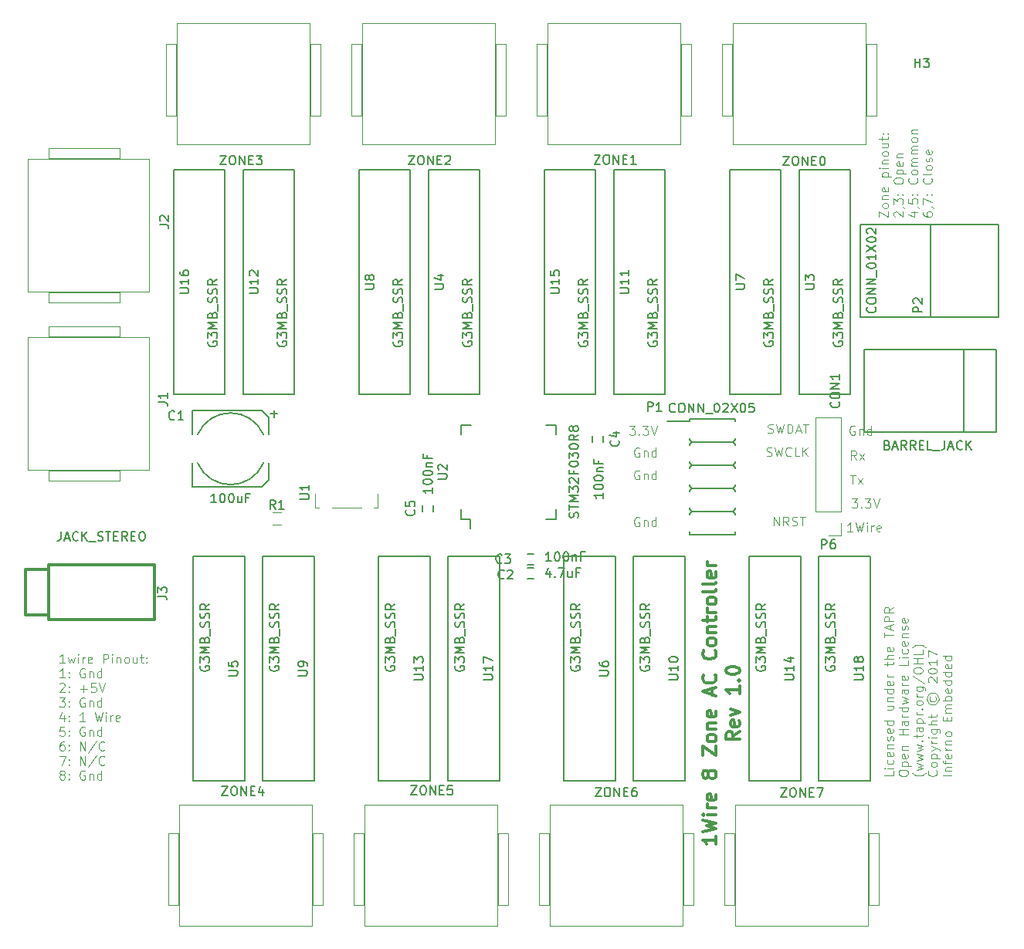
<source format=gto>
G04 #@! TF.FileFunction,Legend,Top*
%FSLAX46Y46*%
G04 Gerber Fmt 4.6, Leading zero omitted, Abs format (unit mm)*
G04 Created by KiCad (PCBNEW 4.0.4-stable) date 03/16/17 08:36:36*
%MOMM*%
%LPD*%
G01*
G04 APERTURE LIST*
%ADD10C,0.100000*%
%ADD11C,0.310000*%
%ADD12C,0.304800*%
%ADD13C,0.150000*%
%ADD14C,0.120000*%
%ADD15C,0.198120*%
G04 APERTURE END LIST*
D10*
X200658781Y-71104143D02*
X200658781Y-70437476D01*
X201658781Y-71104143D01*
X201658781Y-70437476D01*
X201658781Y-69913667D02*
X201611162Y-70008905D01*
X201563543Y-70056524D01*
X201468305Y-70104143D01*
X201182590Y-70104143D01*
X201087352Y-70056524D01*
X201039733Y-70008905D01*
X200992114Y-69913667D01*
X200992114Y-69770809D01*
X201039733Y-69675571D01*
X201087352Y-69627952D01*
X201182590Y-69580333D01*
X201468305Y-69580333D01*
X201563543Y-69627952D01*
X201611162Y-69675571D01*
X201658781Y-69770809D01*
X201658781Y-69913667D01*
X200992114Y-69151762D02*
X201658781Y-69151762D01*
X201087352Y-69151762D02*
X201039733Y-69104143D01*
X200992114Y-69008905D01*
X200992114Y-68866047D01*
X201039733Y-68770809D01*
X201134971Y-68723190D01*
X201658781Y-68723190D01*
X201611162Y-67866047D02*
X201658781Y-67961285D01*
X201658781Y-68151762D01*
X201611162Y-68247000D01*
X201515924Y-68294619D01*
X201134971Y-68294619D01*
X201039733Y-68247000D01*
X200992114Y-68151762D01*
X200992114Y-67961285D01*
X201039733Y-67866047D01*
X201134971Y-67818428D01*
X201230210Y-67818428D01*
X201325448Y-68294619D01*
X200992114Y-66627952D02*
X201992114Y-66627952D01*
X201039733Y-66627952D02*
X200992114Y-66532714D01*
X200992114Y-66342237D01*
X201039733Y-66246999D01*
X201087352Y-66199380D01*
X201182590Y-66151761D01*
X201468305Y-66151761D01*
X201563543Y-66199380D01*
X201611162Y-66246999D01*
X201658781Y-66342237D01*
X201658781Y-66532714D01*
X201611162Y-66627952D01*
X201658781Y-65723190D02*
X200992114Y-65723190D01*
X200658781Y-65723190D02*
X200706400Y-65770809D01*
X200754019Y-65723190D01*
X200706400Y-65675571D01*
X200658781Y-65723190D01*
X200754019Y-65723190D01*
X200992114Y-65247000D02*
X201658781Y-65247000D01*
X201087352Y-65247000D02*
X201039733Y-65199381D01*
X200992114Y-65104143D01*
X200992114Y-64961285D01*
X201039733Y-64866047D01*
X201134971Y-64818428D01*
X201658781Y-64818428D01*
X201658781Y-64199381D02*
X201611162Y-64294619D01*
X201563543Y-64342238D01*
X201468305Y-64389857D01*
X201182590Y-64389857D01*
X201087352Y-64342238D01*
X201039733Y-64294619D01*
X200992114Y-64199381D01*
X200992114Y-64056523D01*
X201039733Y-63961285D01*
X201087352Y-63913666D01*
X201182590Y-63866047D01*
X201468305Y-63866047D01*
X201563543Y-63913666D01*
X201611162Y-63961285D01*
X201658781Y-64056523D01*
X201658781Y-64199381D01*
X200992114Y-63008904D02*
X201658781Y-63008904D01*
X200992114Y-63437476D02*
X201515924Y-63437476D01*
X201611162Y-63389857D01*
X201658781Y-63294619D01*
X201658781Y-63151761D01*
X201611162Y-63056523D01*
X201563543Y-63008904D01*
X200992114Y-62675571D02*
X200992114Y-62294619D01*
X200658781Y-62532714D02*
X201515924Y-62532714D01*
X201611162Y-62485095D01*
X201658781Y-62389857D01*
X201658781Y-62294619D01*
X201563543Y-61961285D02*
X201611162Y-61913666D01*
X201658781Y-61961285D01*
X201611162Y-62008904D01*
X201563543Y-61961285D01*
X201658781Y-61961285D01*
X201039733Y-61961285D02*
X201087352Y-61913666D01*
X201134971Y-61961285D01*
X201087352Y-62008904D01*
X201039733Y-61961285D01*
X201134971Y-61961285D01*
X202354019Y-71056524D02*
X202306400Y-71008905D01*
X202258781Y-70913667D01*
X202258781Y-70675571D01*
X202306400Y-70580333D01*
X202354019Y-70532714D01*
X202449257Y-70485095D01*
X202544495Y-70485095D01*
X202687352Y-70532714D01*
X203258781Y-71104143D01*
X203258781Y-70485095D01*
X203211162Y-70008905D02*
X203258781Y-70008905D01*
X203354019Y-70056524D01*
X203401638Y-70104143D01*
X202258781Y-69675572D02*
X202258781Y-69056524D01*
X202639733Y-69389858D01*
X202639733Y-69247000D01*
X202687352Y-69151762D01*
X202734971Y-69104143D01*
X202830210Y-69056524D01*
X203068305Y-69056524D01*
X203163543Y-69104143D01*
X203211162Y-69151762D01*
X203258781Y-69247000D01*
X203258781Y-69532715D01*
X203211162Y-69627953D01*
X203163543Y-69675572D01*
X203163543Y-68627953D02*
X203211162Y-68580334D01*
X203258781Y-68627953D01*
X203211162Y-68675572D01*
X203163543Y-68627953D01*
X203258781Y-68627953D01*
X202639733Y-68627953D02*
X202687352Y-68580334D01*
X202734971Y-68627953D01*
X202687352Y-68675572D01*
X202639733Y-68627953D01*
X202734971Y-68627953D01*
X202258781Y-67199382D02*
X202258781Y-67008905D01*
X202306400Y-66913667D01*
X202401638Y-66818429D01*
X202592114Y-66770810D01*
X202925448Y-66770810D01*
X203115924Y-66818429D01*
X203211162Y-66913667D01*
X203258781Y-67008905D01*
X203258781Y-67199382D01*
X203211162Y-67294620D01*
X203115924Y-67389858D01*
X202925448Y-67437477D01*
X202592114Y-67437477D01*
X202401638Y-67389858D01*
X202306400Y-67294620D01*
X202258781Y-67199382D01*
X202592114Y-66342239D02*
X203592114Y-66342239D01*
X202639733Y-66342239D02*
X202592114Y-66247001D01*
X202592114Y-66056524D01*
X202639733Y-65961286D01*
X202687352Y-65913667D01*
X202782590Y-65866048D01*
X203068305Y-65866048D01*
X203163543Y-65913667D01*
X203211162Y-65961286D01*
X203258781Y-66056524D01*
X203258781Y-66247001D01*
X203211162Y-66342239D01*
X203211162Y-65056524D02*
X203258781Y-65151762D01*
X203258781Y-65342239D01*
X203211162Y-65437477D01*
X203115924Y-65485096D01*
X202734971Y-65485096D01*
X202639733Y-65437477D01*
X202592114Y-65342239D01*
X202592114Y-65151762D01*
X202639733Y-65056524D01*
X202734971Y-65008905D01*
X202830210Y-65008905D01*
X202925448Y-65485096D01*
X202592114Y-64580334D02*
X203258781Y-64580334D01*
X202687352Y-64580334D02*
X202639733Y-64532715D01*
X202592114Y-64437477D01*
X202592114Y-64294619D01*
X202639733Y-64199381D01*
X202734971Y-64151762D01*
X203258781Y-64151762D01*
X204192114Y-70580333D02*
X204858781Y-70580333D01*
X203811162Y-70818429D02*
X204525448Y-71056524D01*
X204525448Y-70437476D01*
X204811162Y-70008905D02*
X204858781Y-70008905D01*
X204954019Y-70056524D01*
X205001638Y-70104143D01*
X203858781Y-69104143D02*
X203858781Y-69580334D01*
X204334971Y-69627953D01*
X204287352Y-69580334D01*
X204239733Y-69485096D01*
X204239733Y-69247000D01*
X204287352Y-69151762D01*
X204334971Y-69104143D01*
X204430210Y-69056524D01*
X204668305Y-69056524D01*
X204763543Y-69104143D01*
X204811162Y-69151762D01*
X204858781Y-69247000D01*
X204858781Y-69485096D01*
X204811162Y-69580334D01*
X204763543Y-69627953D01*
X204763543Y-68627953D02*
X204811162Y-68580334D01*
X204858781Y-68627953D01*
X204811162Y-68675572D01*
X204763543Y-68627953D01*
X204858781Y-68627953D01*
X204239733Y-68627953D02*
X204287352Y-68580334D01*
X204334971Y-68627953D01*
X204287352Y-68675572D01*
X204239733Y-68627953D01*
X204334971Y-68627953D01*
X204763543Y-66818429D02*
X204811162Y-66866048D01*
X204858781Y-67008905D01*
X204858781Y-67104143D01*
X204811162Y-67247001D01*
X204715924Y-67342239D01*
X204620686Y-67389858D01*
X204430210Y-67437477D01*
X204287352Y-67437477D01*
X204096876Y-67389858D01*
X204001638Y-67342239D01*
X203906400Y-67247001D01*
X203858781Y-67104143D01*
X203858781Y-67008905D01*
X203906400Y-66866048D01*
X203954019Y-66818429D01*
X204858781Y-66247001D02*
X204811162Y-66342239D01*
X204763543Y-66389858D01*
X204668305Y-66437477D01*
X204382590Y-66437477D01*
X204287352Y-66389858D01*
X204239733Y-66342239D01*
X204192114Y-66247001D01*
X204192114Y-66104143D01*
X204239733Y-66008905D01*
X204287352Y-65961286D01*
X204382590Y-65913667D01*
X204668305Y-65913667D01*
X204763543Y-65961286D01*
X204811162Y-66008905D01*
X204858781Y-66104143D01*
X204858781Y-66247001D01*
X204858781Y-65485096D02*
X204192114Y-65485096D01*
X204287352Y-65485096D02*
X204239733Y-65437477D01*
X204192114Y-65342239D01*
X204192114Y-65199381D01*
X204239733Y-65104143D01*
X204334971Y-65056524D01*
X204858781Y-65056524D01*
X204334971Y-65056524D02*
X204239733Y-65008905D01*
X204192114Y-64913667D01*
X204192114Y-64770810D01*
X204239733Y-64675572D01*
X204334971Y-64627953D01*
X204858781Y-64627953D01*
X204858781Y-64151763D02*
X204192114Y-64151763D01*
X204287352Y-64151763D02*
X204239733Y-64104144D01*
X204192114Y-64008906D01*
X204192114Y-63866048D01*
X204239733Y-63770810D01*
X204334971Y-63723191D01*
X204858781Y-63723191D01*
X204334971Y-63723191D02*
X204239733Y-63675572D01*
X204192114Y-63580334D01*
X204192114Y-63437477D01*
X204239733Y-63342239D01*
X204334971Y-63294620D01*
X204858781Y-63294620D01*
X204858781Y-62675573D02*
X204811162Y-62770811D01*
X204763543Y-62818430D01*
X204668305Y-62866049D01*
X204382590Y-62866049D01*
X204287352Y-62818430D01*
X204239733Y-62770811D01*
X204192114Y-62675573D01*
X204192114Y-62532715D01*
X204239733Y-62437477D01*
X204287352Y-62389858D01*
X204382590Y-62342239D01*
X204668305Y-62342239D01*
X204763543Y-62389858D01*
X204811162Y-62437477D01*
X204858781Y-62532715D01*
X204858781Y-62675573D01*
X204192114Y-61913668D02*
X204858781Y-61913668D01*
X204287352Y-61913668D02*
X204239733Y-61866049D01*
X204192114Y-61770811D01*
X204192114Y-61627953D01*
X204239733Y-61532715D01*
X204334971Y-61485096D01*
X204858781Y-61485096D01*
X205458781Y-70580333D02*
X205458781Y-70770810D01*
X205506400Y-70866048D01*
X205554019Y-70913667D01*
X205696876Y-71008905D01*
X205887352Y-71056524D01*
X206268305Y-71056524D01*
X206363543Y-71008905D01*
X206411162Y-70961286D01*
X206458781Y-70866048D01*
X206458781Y-70675571D01*
X206411162Y-70580333D01*
X206363543Y-70532714D01*
X206268305Y-70485095D01*
X206030210Y-70485095D01*
X205934971Y-70532714D01*
X205887352Y-70580333D01*
X205839733Y-70675571D01*
X205839733Y-70866048D01*
X205887352Y-70961286D01*
X205934971Y-71008905D01*
X206030210Y-71056524D01*
X206411162Y-70008905D02*
X206458781Y-70008905D01*
X206554019Y-70056524D01*
X206601638Y-70104143D01*
X205458781Y-69675572D02*
X205458781Y-69008905D01*
X206458781Y-69437477D01*
X206363543Y-68627953D02*
X206411162Y-68580334D01*
X206458781Y-68627953D01*
X206411162Y-68675572D01*
X206363543Y-68627953D01*
X206458781Y-68627953D01*
X205839733Y-68627953D02*
X205887352Y-68580334D01*
X205934971Y-68627953D01*
X205887352Y-68675572D01*
X205839733Y-68627953D01*
X205934971Y-68627953D01*
X206363543Y-66818429D02*
X206411162Y-66866048D01*
X206458781Y-67008905D01*
X206458781Y-67104143D01*
X206411162Y-67247001D01*
X206315924Y-67342239D01*
X206220686Y-67389858D01*
X206030210Y-67437477D01*
X205887352Y-67437477D01*
X205696876Y-67389858D01*
X205601638Y-67342239D01*
X205506400Y-67247001D01*
X205458781Y-67104143D01*
X205458781Y-67008905D01*
X205506400Y-66866048D01*
X205554019Y-66818429D01*
X206458781Y-66247001D02*
X206411162Y-66342239D01*
X206315924Y-66389858D01*
X205458781Y-66389858D01*
X206458781Y-65723191D02*
X206411162Y-65818429D01*
X206363543Y-65866048D01*
X206268305Y-65913667D01*
X205982590Y-65913667D01*
X205887352Y-65866048D01*
X205839733Y-65818429D01*
X205792114Y-65723191D01*
X205792114Y-65580333D01*
X205839733Y-65485095D01*
X205887352Y-65437476D01*
X205982590Y-65389857D01*
X206268305Y-65389857D01*
X206363543Y-65437476D01*
X206411162Y-65485095D01*
X206458781Y-65580333D01*
X206458781Y-65723191D01*
X206411162Y-65008905D02*
X206458781Y-64913667D01*
X206458781Y-64723191D01*
X206411162Y-64627952D01*
X206315924Y-64580333D01*
X206268305Y-64580333D01*
X206173067Y-64627952D01*
X206125448Y-64723191D01*
X206125448Y-64866048D01*
X206077829Y-64961286D01*
X205982590Y-65008905D01*
X205934971Y-65008905D01*
X205839733Y-64961286D01*
X205792114Y-64866048D01*
X205792114Y-64723191D01*
X205839733Y-64627952D01*
X206411162Y-63770809D02*
X206458781Y-63866047D01*
X206458781Y-64056524D01*
X206411162Y-64151762D01*
X206315924Y-64199381D01*
X205934971Y-64199381D01*
X205839733Y-64151762D01*
X205792114Y-64056524D01*
X205792114Y-63866047D01*
X205839733Y-63770809D01*
X205934971Y-63723190D01*
X206030210Y-63723190D01*
X206125448Y-64199381D01*
X197747096Y-105608381D02*
X197175667Y-105608381D01*
X197461381Y-105608381D02*
X197461381Y-104608381D01*
X197366143Y-104751238D01*
X197270905Y-104846476D01*
X197175667Y-104894095D01*
X198080429Y-104608381D02*
X198318524Y-105608381D01*
X198509001Y-104894095D01*
X198699477Y-105608381D01*
X198937572Y-104608381D01*
X199318524Y-105608381D02*
X199318524Y-104941714D01*
X199318524Y-104608381D02*
X199270905Y-104656000D01*
X199318524Y-104703619D01*
X199366143Y-104656000D01*
X199318524Y-104608381D01*
X199318524Y-104703619D01*
X199794714Y-105608381D02*
X199794714Y-104941714D01*
X199794714Y-105132190D02*
X199842333Y-105036952D01*
X199889952Y-104989333D01*
X199985190Y-104941714D01*
X200080429Y-104941714D01*
X200794715Y-105560762D02*
X200699477Y-105608381D01*
X200509000Y-105608381D01*
X200413762Y-105560762D01*
X200366143Y-105465524D01*
X200366143Y-105084571D01*
X200413762Y-104989333D01*
X200509000Y-104941714D01*
X200699477Y-104941714D01*
X200794715Y-104989333D01*
X200842334Y-105084571D01*
X200842334Y-105179810D01*
X200366143Y-105275048D01*
X111378905Y-120036381D02*
X110807476Y-120036381D01*
X111093190Y-120036381D02*
X111093190Y-119036381D01*
X110997952Y-119179238D01*
X110902714Y-119274476D01*
X110807476Y-119322095D01*
X111712238Y-119369714D02*
X111902714Y-120036381D01*
X112093191Y-119560190D01*
X112283667Y-120036381D01*
X112474143Y-119369714D01*
X112855095Y-120036381D02*
X112855095Y-119369714D01*
X112855095Y-119036381D02*
X112807476Y-119084000D01*
X112855095Y-119131619D01*
X112902714Y-119084000D01*
X112855095Y-119036381D01*
X112855095Y-119131619D01*
X113331285Y-120036381D02*
X113331285Y-119369714D01*
X113331285Y-119560190D02*
X113378904Y-119464952D01*
X113426523Y-119417333D01*
X113521761Y-119369714D01*
X113617000Y-119369714D01*
X114331286Y-119988762D02*
X114236048Y-120036381D01*
X114045571Y-120036381D01*
X113950333Y-119988762D01*
X113902714Y-119893524D01*
X113902714Y-119512571D01*
X113950333Y-119417333D01*
X114045571Y-119369714D01*
X114236048Y-119369714D01*
X114331286Y-119417333D01*
X114378905Y-119512571D01*
X114378905Y-119607810D01*
X113902714Y-119703048D01*
X115569381Y-120036381D02*
X115569381Y-119036381D01*
X115950334Y-119036381D01*
X116045572Y-119084000D01*
X116093191Y-119131619D01*
X116140810Y-119226857D01*
X116140810Y-119369714D01*
X116093191Y-119464952D01*
X116045572Y-119512571D01*
X115950334Y-119560190D01*
X115569381Y-119560190D01*
X116569381Y-120036381D02*
X116569381Y-119369714D01*
X116569381Y-119036381D02*
X116521762Y-119084000D01*
X116569381Y-119131619D01*
X116617000Y-119084000D01*
X116569381Y-119036381D01*
X116569381Y-119131619D01*
X117045571Y-119369714D02*
X117045571Y-120036381D01*
X117045571Y-119464952D02*
X117093190Y-119417333D01*
X117188428Y-119369714D01*
X117331286Y-119369714D01*
X117426524Y-119417333D01*
X117474143Y-119512571D01*
X117474143Y-120036381D01*
X118093190Y-120036381D02*
X117997952Y-119988762D01*
X117950333Y-119941143D01*
X117902714Y-119845905D01*
X117902714Y-119560190D01*
X117950333Y-119464952D01*
X117997952Y-119417333D01*
X118093190Y-119369714D01*
X118236048Y-119369714D01*
X118331286Y-119417333D01*
X118378905Y-119464952D01*
X118426524Y-119560190D01*
X118426524Y-119845905D01*
X118378905Y-119941143D01*
X118331286Y-119988762D01*
X118236048Y-120036381D01*
X118093190Y-120036381D01*
X119283667Y-119369714D02*
X119283667Y-120036381D01*
X118855095Y-119369714D02*
X118855095Y-119893524D01*
X118902714Y-119988762D01*
X118997952Y-120036381D01*
X119140810Y-120036381D01*
X119236048Y-119988762D01*
X119283667Y-119941143D01*
X119617000Y-119369714D02*
X119997952Y-119369714D01*
X119759857Y-119036381D02*
X119759857Y-119893524D01*
X119807476Y-119988762D01*
X119902714Y-120036381D01*
X119997952Y-120036381D01*
X120331286Y-119941143D02*
X120378905Y-119988762D01*
X120331286Y-120036381D01*
X120283667Y-119988762D01*
X120331286Y-119941143D01*
X120331286Y-120036381D01*
X120331286Y-119417333D02*
X120378905Y-119464952D01*
X120331286Y-119512571D01*
X120283667Y-119464952D01*
X120331286Y-119417333D01*
X120331286Y-119512571D01*
X111378905Y-121636381D02*
X110807476Y-121636381D01*
X111093190Y-121636381D02*
X111093190Y-120636381D01*
X110997952Y-120779238D01*
X110902714Y-120874476D01*
X110807476Y-120922095D01*
X111807476Y-121541143D02*
X111855095Y-121588762D01*
X111807476Y-121636381D01*
X111759857Y-121588762D01*
X111807476Y-121541143D01*
X111807476Y-121636381D01*
X111807476Y-121017333D02*
X111855095Y-121064952D01*
X111807476Y-121112571D01*
X111759857Y-121064952D01*
X111807476Y-121017333D01*
X111807476Y-121112571D01*
X113569381Y-120684000D02*
X113474143Y-120636381D01*
X113331286Y-120636381D01*
X113188428Y-120684000D01*
X113093190Y-120779238D01*
X113045571Y-120874476D01*
X112997952Y-121064952D01*
X112997952Y-121207810D01*
X113045571Y-121398286D01*
X113093190Y-121493524D01*
X113188428Y-121588762D01*
X113331286Y-121636381D01*
X113426524Y-121636381D01*
X113569381Y-121588762D01*
X113617000Y-121541143D01*
X113617000Y-121207810D01*
X113426524Y-121207810D01*
X114045571Y-120969714D02*
X114045571Y-121636381D01*
X114045571Y-121064952D02*
X114093190Y-121017333D01*
X114188428Y-120969714D01*
X114331286Y-120969714D01*
X114426524Y-121017333D01*
X114474143Y-121112571D01*
X114474143Y-121636381D01*
X115378905Y-121636381D02*
X115378905Y-120636381D01*
X115378905Y-121588762D02*
X115283667Y-121636381D01*
X115093190Y-121636381D01*
X114997952Y-121588762D01*
X114950333Y-121541143D01*
X114902714Y-121445905D01*
X114902714Y-121160190D01*
X114950333Y-121064952D01*
X114997952Y-121017333D01*
X115093190Y-120969714D01*
X115283667Y-120969714D01*
X115378905Y-121017333D01*
X110807476Y-122331619D02*
X110855095Y-122284000D01*
X110950333Y-122236381D01*
X111188429Y-122236381D01*
X111283667Y-122284000D01*
X111331286Y-122331619D01*
X111378905Y-122426857D01*
X111378905Y-122522095D01*
X111331286Y-122664952D01*
X110759857Y-123236381D01*
X111378905Y-123236381D01*
X111807476Y-123141143D02*
X111855095Y-123188762D01*
X111807476Y-123236381D01*
X111759857Y-123188762D01*
X111807476Y-123141143D01*
X111807476Y-123236381D01*
X111807476Y-122617333D02*
X111855095Y-122664952D01*
X111807476Y-122712571D01*
X111759857Y-122664952D01*
X111807476Y-122617333D01*
X111807476Y-122712571D01*
X113045571Y-122855429D02*
X113807476Y-122855429D01*
X113426524Y-123236381D02*
X113426524Y-122474476D01*
X114759857Y-122236381D02*
X114283666Y-122236381D01*
X114236047Y-122712571D01*
X114283666Y-122664952D01*
X114378904Y-122617333D01*
X114617000Y-122617333D01*
X114712238Y-122664952D01*
X114759857Y-122712571D01*
X114807476Y-122807810D01*
X114807476Y-123045905D01*
X114759857Y-123141143D01*
X114712238Y-123188762D01*
X114617000Y-123236381D01*
X114378904Y-123236381D01*
X114283666Y-123188762D01*
X114236047Y-123141143D01*
X115093190Y-122236381D02*
X115426523Y-123236381D01*
X115759857Y-122236381D01*
X110759857Y-123836381D02*
X111378905Y-123836381D01*
X111045571Y-124217333D01*
X111188429Y-124217333D01*
X111283667Y-124264952D01*
X111331286Y-124312571D01*
X111378905Y-124407810D01*
X111378905Y-124645905D01*
X111331286Y-124741143D01*
X111283667Y-124788762D01*
X111188429Y-124836381D01*
X110902714Y-124836381D01*
X110807476Y-124788762D01*
X110759857Y-124741143D01*
X111807476Y-124741143D02*
X111855095Y-124788762D01*
X111807476Y-124836381D01*
X111759857Y-124788762D01*
X111807476Y-124741143D01*
X111807476Y-124836381D01*
X111807476Y-124217333D02*
X111855095Y-124264952D01*
X111807476Y-124312571D01*
X111759857Y-124264952D01*
X111807476Y-124217333D01*
X111807476Y-124312571D01*
X113569381Y-123884000D02*
X113474143Y-123836381D01*
X113331286Y-123836381D01*
X113188428Y-123884000D01*
X113093190Y-123979238D01*
X113045571Y-124074476D01*
X112997952Y-124264952D01*
X112997952Y-124407810D01*
X113045571Y-124598286D01*
X113093190Y-124693524D01*
X113188428Y-124788762D01*
X113331286Y-124836381D01*
X113426524Y-124836381D01*
X113569381Y-124788762D01*
X113617000Y-124741143D01*
X113617000Y-124407810D01*
X113426524Y-124407810D01*
X114045571Y-124169714D02*
X114045571Y-124836381D01*
X114045571Y-124264952D02*
X114093190Y-124217333D01*
X114188428Y-124169714D01*
X114331286Y-124169714D01*
X114426524Y-124217333D01*
X114474143Y-124312571D01*
X114474143Y-124836381D01*
X115378905Y-124836381D02*
X115378905Y-123836381D01*
X115378905Y-124788762D02*
X115283667Y-124836381D01*
X115093190Y-124836381D01*
X114997952Y-124788762D01*
X114950333Y-124741143D01*
X114902714Y-124645905D01*
X114902714Y-124360190D01*
X114950333Y-124264952D01*
X114997952Y-124217333D01*
X115093190Y-124169714D01*
X115283667Y-124169714D01*
X115378905Y-124217333D01*
X111283667Y-125769714D02*
X111283667Y-126436381D01*
X111045571Y-125388762D02*
X110807476Y-126103048D01*
X111426524Y-126103048D01*
X111807476Y-126341143D02*
X111855095Y-126388762D01*
X111807476Y-126436381D01*
X111759857Y-126388762D01*
X111807476Y-126341143D01*
X111807476Y-126436381D01*
X111807476Y-125817333D02*
X111855095Y-125864952D01*
X111807476Y-125912571D01*
X111759857Y-125864952D01*
X111807476Y-125817333D01*
X111807476Y-125912571D01*
X113569381Y-126436381D02*
X112997952Y-126436381D01*
X113283666Y-126436381D02*
X113283666Y-125436381D01*
X113188428Y-125579238D01*
X113093190Y-125674476D01*
X112997952Y-125722095D01*
X114664619Y-125436381D02*
X114902714Y-126436381D01*
X115093191Y-125722095D01*
X115283667Y-126436381D01*
X115521762Y-125436381D01*
X115902714Y-126436381D02*
X115902714Y-125769714D01*
X115902714Y-125436381D02*
X115855095Y-125484000D01*
X115902714Y-125531619D01*
X115950333Y-125484000D01*
X115902714Y-125436381D01*
X115902714Y-125531619D01*
X116378904Y-126436381D02*
X116378904Y-125769714D01*
X116378904Y-125960190D02*
X116426523Y-125864952D01*
X116474142Y-125817333D01*
X116569380Y-125769714D01*
X116664619Y-125769714D01*
X117378905Y-126388762D02*
X117283667Y-126436381D01*
X117093190Y-126436381D01*
X116997952Y-126388762D01*
X116950333Y-126293524D01*
X116950333Y-125912571D01*
X116997952Y-125817333D01*
X117093190Y-125769714D01*
X117283667Y-125769714D01*
X117378905Y-125817333D01*
X117426524Y-125912571D01*
X117426524Y-126007810D01*
X116950333Y-126103048D01*
X111331286Y-127036381D02*
X110855095Y-127036381D01*
X110807476Y-127512571D01*
X110855095Y-127464952D01*
X110950333Y-127417333D01*
X111188429Y-127417333D01*
X111283667Y-127464952D01*
X111331286Y-127512571D01*
X111378905Y-127607810D01*
X111378905Y-127845905D01*
X111331286Y-127941143D01*
X111283667Y-127988762D01*
X111188429Y-128036381D01*
X110950333Y-128036381D01*
X110855095Y-127988762D01*
X110807476Y-127941143D01*
X111807476Y-127941143D02*
X111855095Y-127988762D01*
X111807476Y-128036381D01*
X111759857Y-127988762D01*
X111807476Y-127941143D01*
X111807476Y-128036381D01*
X111807476Y-127417333D02*
X111855095Y-127464952D01*
X111807476Y-127512571D01*
X111759857Y-127464952D01*
X111807476Y-127417333D01*
X111807476Y-127512571D01*
X113569381Y-127084000D02*
X113474143Y-127036381D01*
X113331286Y-127036381D01*
X113188428Y-127084000D01*
X113093190Y-127179238D01*
X113045571Y-127274476D01*
X112997952Y-127464952D01*
X112997952Y-127607810D01*
X113045571Y-127798286D01*
X113093190Y-127893524D01*
X113188428Y-127988762D01*
X113331286Y-128036381D01*
X113426524Y-128036381D01*
X113569381Y-127988762D01*
X113617000Y-127941143D01*
X113617000Y-127607810D01*
X113426524Y-127607810D01*
X114045571Y-127369714D02*
X114045571Y-128036381D01*
X114045571Y-127464952D02*
X114093190Y-127417333D01*
X114188428Y-127369714D01*
X114331286Y-127369714D01*
X114426524Y-127417333D01*
X114474143Y-127512571D01*
X114474143Y-128036381D01*
X115378905Y-128036381D02*
X115378905Y-127036381D01*
X115378905Y-127988762D02*
X115283667Y-128036381D01*
X115093190Y-128036381D01*
X114997952Y-127988762D01*
X114950333Y-127941143D01*
X114902714Y-127845905D01*
X114902714Y-127560190D01*
X114950333Y-127464952D01*
X114997952Y-127417333D01*
X115093190Y-127369714D01*
X115283667Y-127369714D01*
X115378905Y-127417333D01*
X111283667Y-128636381D02*
X111093190Y-128636381D01*
X110997952Y-128684000D01*
X110950333Y-128731619D01*
X110855095Y-128874476D01*
X110807476Y-129064952D01*
X110807476Y-129445905D01*
X110855095Y-129541143D01*
X110902714Y-129588762D01*
X110997952Y-129636381D01*
X111188429Y-129636381D01*
X111283667Y-129588762D01*
X111331286Y-129541143D01*
X111378905Y-129445905D01*
X111378905Y-129207810D01*
X111331286Y-129112571D01*
X111283667Y-129064952D01*
X111188429Y-129017333D01*
X110997952Y-129017333D01*
X110902714Y-129064952D01*
X110855095Y-129112571D01*
X110807476Y-129207810D01*
X111807476Y-129541143D02*
X111855095Y-129588762D01*
X111807476Y-129636381D01*
X111759857Y-129588762D01*
X111807476Y-129541143D01*
X111807476Y-129636381D01*
X111807476Y-129017333D02*
X111855095Y-129064952D01*
X111807476Y-129112571D01*
X111759857Y-129064952D01*
X111807476Y-129017333D01*
X111807476Y-129112571D01*
X113045571Y-129636381D02*
X113045571Y-128636381D01*
X113617000Y-129636381D01*
X113617000Y-128636381D01*
X114807476Y-128588762D02*
X113950333Y-129874476D01*
X115712238Y-129541143D02*
X115664619Y-129588762D01*
X115521762Y-129636381D01*
X115426524Y-129636381D01*
X115283666Y-129588762D01*
X115188428Y-129493524D01*
X115140809Y-129398286D01*
X115093190Y-129207810D01*
X115093190Y-129064952D01*
X115140809Y-128874476D01*
X115188428Y-128779238D01*
X115283666Y-128684000D01*
X115426524Y-128636381D01*
X115521762Y-128636381D01*
X115664619Y-128684000D01*
X115712238Y-128731619D01*
X110759857Y-130236381D02*
X111426524Y-130236381D01*
X110997952Y-131236381D01*
X111807476Y-131141143D02*
X111855095Y-131188762D01*
X111807476Y-131236381D01*
X111759857Y-131188762D01*
X111807476Y-131141143D01*
X111807476Y-131236381D01*
X111807476Y-130617333D02*
X111855095Y-130664952D01*
X111807476Y-130712571D01*
X111759857Y-130664952D01*
X111807476Y-130617333D01*
X111807476Y-130712571D01*
X113045571Y-131236381D02*
X113045571Y-130236381D01*
X113617000Y-131236381D01*
X113617000Y-130236381D01*
X114807476Y-130188762D02*
X113950333Y-131474476D01*
X115712238Y-131141143D02*
X115664619Y-131188762D01*
X115521762Y-131236381D01*
X115426524Y-131236381D01*
X115283666Y-131188762D01*
X115188428Y-131093524D01*
X115140809Y-130998286D01*
X115093190Y-130807810D01*
X115093190Y-130664952D01*
X115140809Y-130474476D01*
X115188428Y-130379238D01*
X115283666Y-130284000D01*
X115426524Y-130236381D01*
X115521762Y-130236381D01*
X115664619Y-130284000D01*
X115712238Y-130331619D01*
X110997952Y-132264952D02*
X110902714Y-132217333D01*
X110855095Y-132169714D01*
X110807476Y-132074476D01*
X110807476Y-132026857D01*
X110855095Y-131931619D01*
X110902714Y-131884000D01*
X110997952Y-131836381D01*
X111188429Y-131836381D01*
X111283667Y-131884000D01*
X111331286Y-131931619D01*
X111378905Y-132026857D01*
X111378905Y-132074476D01*
X111331286Y-132169714D01*
X111283667Y-132217333D01*
X111188429Y-132264952D01*
X110997952Y-132264952D01*
X110902714Y-132312571D01*
X110855095Y-132360190D01*
X110807476Y-132455429D01*
X110807476Y-132645905D01*
X110855095Y-132741143D01*
X110902714Y-132788762D01*
X110997952Y-132836381D01*
X111188429Y-132836381D01*
X111283667Y-132788762D01*
X111331286Y-132741143D01*
X111378905Y-132645905D01*
X111378905Y-132455429D01*
X111331286Y-132360190D01*
X111283667Y-132312571D01*
X111188429Y-132264952D01*
X111807476Y-132741143D02*
X111855095Y-132788762D01*
X111807476Y-132836381D01*
X111759857Y-132788762D01*
X111807476Y-132741143D01*
X111807476Y-132836381D01*
X111807476Y-132217333D02*
X111855095Y-132264952D01*
X111807476Y-132312571D01*
X111759857Y-132264952D01*
X111807476Y-132217333D01*
X111807476Y-132312571D01*
X113569381Y-131884000D02*
X113474143Y-131836381D01*
X113331286Y-131836381D01*
X113188428Y-131884000D01*
X113093190Y-131979238D01*
X113045571Y-132074476D01*
X112997952Y-132264952D01*
X112997952Y-132407810D01*
X113045571Y-132598286D01*
X113093190Y-132693524D01*
X113188428Y-132788762D01*
X113331286Y-132836381D01*
X113426524Y-132836381D01*
X113569381Y-132788762D01*
X113617000Y-132741143D01*
X113617000Y-132407810D01*
X113426524Y-132407810D01*
X114045571Y-132169714D02*
X114045571Y-132836381D01*
X114045571Y-132264952D02*
X114093190Y-132217333D01*
X114188428Y-132169714D01*
X114331286Y-132169714D01*
X114426524Y-132217333D01*
X114474143Y-132312571D01*
X114474143Y-132836381D01*
X115378905Y-132836381D02*
X115378905Y-131836381D01*
X115378905Y-132788762D02*
X115283667Y-132836381D01*
X115093190Y-132836381D01*
X114997952Y-132788762D01*
X114950333Y-132741143D01*
X114902714Y-132645905D01*
X114902714Y-132360190D01*
X114950333Y-132264952D01*
X114997952Y-132217333D01*
X115093190Y-132169714D01*
X115283667Y-132169714D01*
X115378905Y-132217333D01*
D11*
X182786571Y-139031427D02*
X182786571Y-139888570D01*
X182786571Y-139459998D02*
X181286571Y-139459998D01*
X181500857Y-139602855D01*
X181643714Y-139745713D01*
X181715143Y-139888570D01*
X181286571Y-138531427D02*
X182786571Y-138174284D01*
X181715143Y-137888570D01*
X182786571Y-137602856D01*
X181286571Y-137245713D01*
X182786571Y-136674284D02*
X181786571Y-136674284D01*
X181286571Y-136674284D02*
X181358000Y-136745713D01*
X181429429Y-136674284D01*
X181358000Y-136602856D01*
X181286571Y-136674284D01*
X181429429Y-136674284D01*
X182786571Y-135959998D02*
X181786571Y-135959998D01*
X182072286Y-135959998D02*
X181929429Y-135888570D01*
X181858000Y-135817141D01*
X181786571Y-135674284D01*
X181786571Y-135531427D01*
X182715143Y-134459999D02*
X182786571Y-134602856D01*
X182786571Y-134888570D01*
X182715143Y-135031427D01*
X182572286Y-135102856D01*
X182000857Y-135102856D01*
X181858000Y-135031427D01*
X181786571Y-134888570D01*
X181786571Y-134602856D01*
X181858000Y-134459999D01*
X182000857Y-134388570D01*
X182143714Y-134388570D01*
X182286571Y-135102856D01*
X181929429Y-132388570D02*
X181858000Y-132531428D01*
X181786571Y-132602856D01*
X181643714Y-132674285D01*
X181572286Y-132674285D01*
X181429429Y-132602856D01*
X181358000Y-132531428D01*
X181286571Y-132388570D01*
X181286571Y-132102856D01*
X181358000Y-131959999D01*
X181429429Y-131888570D01*
X181572286Y-131817142D01*
X181643714Y-131817142D01*
X181786571Y-131888570D01*
X181858000Y-131959999D01*
X181929429Y-132102856D01*
X181929429Y-132388570D01*
X182000857Y-132531428D01*
X182072286Y-132602856D01*
X182215143Y-132674285D01*
X182500857Y-132674285D01*
X182643714Y-132602856D01*
X182715143Y-132531428D01*
X182786571Y-132388570D01*
X182786571Y-132102856D01*
X182715143Y-131959999D01*
X182643714Y-131888570D01*
X182500857Y-131817142D01*
X182215143Y-131817142D01*
X182072286Y-131888570D01*
X182000857Y-131959999D01*
X181929429Y-132102856D01*
X181286571Y-130174285D02*
X181286571Y-129174285D01*
X182786571Y-130174285D01*
X182786571Y-129174285D01*
X182786571Y-128388571D02*
X182715143Y-128531429D01*
X182643714Y-128602857D01*
X182500857Y-128674286D01*
X182072286Y-128674286D01*
X181929429Y-128602857D01*
X181858000Y-128531429D01*
X181786571Y-128388571D01*
X181786571Y-128174286D01*
X181858000Y-128031429D01*
X181929429Y-127960000D01*
X182072286Y-127888571D01*
X182500857Y-127888571D01*
X182643714Y-127960000D01*
X182715143Y-128031429D01*
X182786571Y-128174286D01*
X182786571Y-128388571D01*
X181786571Y-127245714D02*
X182786571Y-127245714D01*
X181929429Y-127245714D02*
X181858000Y-127174286D01*
X181786571Y-127031428D01*
X181786571Y-126817143D01*
X181858000Y-126674286D01*
X182000857Y-126602857D01*
X182786571Y-126602857D01*
X182715143Y-125317143D02*
X182786571Y-125460000D01*
X182786571Y-125745714D01*
X182715143Y-125888571D01*
X182572286Y-125960000D01*
X182000857Y-125960000D01*
X181858000Y-125888571D01*
X181786571Y-125745714D01*
X181786571Y-125460000D01*
X181858000Y-125317143D01*
X182000857Y-125245714D01*
X182143714Y-125245714D01*
X182286571Y-125960000D01*
X182358000Y-123531429D02*
X182358000Y-122817143D01*
X182786571Y-123674286D02*
X181286571Y-123174286D01*
X182786571Y-122674286D01*
X182643714Y-121317143D02*
X182715143Y-121388572D01*
X182786571Y-121602858D01*
X182786571Y-121745715D01*
X182715143Y-121960000D01*
X182572286Y-122102858D01*
X182429429Y-122174286D01*
X182143714Y-122245715D01*
X181929429Y-122245715D01*
X181643714Y-122174286D01*
X181500857Y-122102858D01*
X181358000Y-121960000D01*
X181286571Y-121745715D01*
X181286571Y-121602858D01*
X181358000Y-121388572D01*
X181429429Y-121317143D01*
X182643714Y-118674286D02*
X182715143Y-118745715D01*
X182786571Y-118960001D01*
X182786571Y-119102858D01*
X182715143Y-119317143D01*
X182572286Y-119460001D01*
X182429429Y-119531429D01*
X182143714Y-119602858D01*
X181929429Y-119602858D01*
X181643714Y-119531429D01*
X181500857Y-119460001D01*
X181358000Y-119317143D01*
X181286571Y-119102858D01*
X181286571Y-118960001D01*
X181358000Y-118745715D01*
X181429429Y-118674286D01*
X182786571Y-117817143D02*
X182715143Y-117960001D01*
X182643714Y-118031429D01*
X182500857Y-118102858D01*
X182072286Y-118102858D01*
X181929429Y-118031429D01*
X181858000Y-117960001D01*
X181786571Y-117817143D01*
X181786571Y-117602858D01*
X181858000Y-117460001D01*
X181929429Y-117388572D01*
X182072286Y-117317143D01*
X182500857Y-117317143D01*
X182643714Y-117388572D01*
X182715143Y-117460001D01*
X182786571Y-117602858D01*
X182786571Y-117817143D01*
X181786571Y-116674286D02*
X182786571Y-116674286D01*
X181929429Y-116674286D02*
X181858000Y-116602858D01*
X181786571Y-116460000D01*
X181786571Y-116245715D01*
X181858000Y-116102858D01*
X182000857Y-116031429D01*
X182786571Y-116031429D01*
X181786571Y-115531429D02*
X181786571Y-114960000D01*
X181286571Y-115317143D02*
X182572286Y-115317143D01*
X182715143Y-115245715D01*
X182786571Y-115102857D01*
X182786571Y-114960000D01*
X182786571Y-114460000D02*
X181786571Y-114460000D01*
X182072286Y-114460000D02*
X181929429Y-114388572D01*
X181858000Y-114317143D01*
X181786571Y-114174286D01*
X181786571Y-114031429D01*
X182786571Y-113317143D02*
X182715143Y-113460001D01*
X182643714Y-113531429D01*
X182500857Y-113602858D01*
X182072286Y-113602858D01*
X181929429Y-113531429D01*
X181858000Y-113460001D01*
X181786571Y-113317143D01*
X181786571Y-113102858D01*
X181858000Y-112960001D01*
X181929429Y-112888572D01*
X182072286Y-112817143D01*
X182500857Y-112817143D01*
X182643714Y-112888572D01*
X182715143Y-112960001D01*
X182786571Y-113102858D01*
X182786571Y-113317143D01*
X182786571Y-111960000D02*
X182715143Y-112102858D01*
X182572286Y-112174286D01*
X181286571Y-112174286D01*
X182786571Y-111174286D02*
X182715143Y-111317144D01*
X182572286Y-111388572D01*
X181286571Y-111388572D01*
X182715143Y-110031430D02*
X182786571Y-110174287D01*
X182786571Y-110460001D01*
X182715143Y-110602858D01*
X182572286Y-110674287D01*
X182000857Y-110674287D01*
X181858000Y-110602858D01*
X181786571Y-110460001D01*
X181786571Y-110174287D01*
X181858000Y-110031430D01*
X182000857Y-109960001D01*
X182143714Y-109960001D01*
X182286571Y-110674287D01*
X182786571Y-109317144D02*
X181786571Y-109317144D01*
X182072286Y-109317144D02*
X181929429Y-109245716D01*
X181858000Y-109174287D01*
X181786571Y-109031430D01*
X181786571Y-108888573D01*
X185346571Y-127567142D02*
X184632286Y-128067142D01*
X185346571Y-128424285D02*
X183846571Y-128424285D01*
X183846571Y-127852857D01*
X183918000Y-127709999D01*
X183989429Y-127638571D01*
X184132286Y-127567142D01*
X184346571Y-127567142D01*
X184489429Y-127638571D01*
X184560857Y-127709999D01*
X184632286Y-127852857D01*
X184632286Y-128424285D01*
X185275143Y-126352857D02*
X185346571Y-126495714D01*
X185346571Y-126781428D01*
X185275143Y-126924285D01*
X185132286Y-126995714D01*
X184560857Y-126995714D01*
X184418000Y-126924285D01*
X184346571Y-126781428D01*
X184346571Y-126495714D01*
X184418000Y-126352857D01*
X184560857Y-126281428D01*
X184703714Y-126281428D01*
X184846571Y-126995714D01*
X184346571Y-125781428D02*
X185346571Y-125424285D01*
X184346571Y-125067143D01*
X185346571Y-122567143D02*
X185346571Y-123424286D01*
X185346571Y-122995714D02*
X183846571Y-122995714D01*
X184060857Y-123138571D01*
X184203714Y-123281429D01*
X184275143Y-123424286D01*
X185203714Y-121924286D02*
X185275143Y-121852858D01*
X185346571Y-121924286D01*
X185275143Y-121995715D01*
X185203714Y-121924286D01*
X185346571Y-121924286D01*
X183846571Y-120924286D02*
X183846571Y-120781429D01*
X183918000Y-120638572D01*
X183989429Y-120567143D01*
X184132286Y-120495714D01*
X184418000Y-120424286D01*
X184775143Y-120424286D01*
X185060857Y-120495714D01*
X185203714Y-120567143D01*
X185275143Y-120638572D01*
X185346571Y-120781429D01*
X185346571Y-120924286D01*
X185275143Y-121067143D01*
X185203714Y-121138572D01*
X185060857Y-121210000D01*
X184775143Y-121281429D01*
X184418000Y-121281429D01*
X184132286Y-121210000D01*
X183989429Y-121138572D01*
X183918000Y-121067143D01*
X183846571Y-120924286D01*
D10*
X202204981Y-131899114D02*
X202204981Y-132375305D01*
X201204981Y-132375305D01*
X202204981Y-131565781D02*
X201538314Y-131565781D01*
X201204981Y-131565781D02*
X201252600Y-131613400D01*
X201300219Y-131565781D01*
X201252600Y-131518162D01*
X201204981Y-131565781D01*
X201300219Y-131565781D01*
X202157362Y-130661019D02*
X202204981Y-130756257D01*
X202204981Y-130946734D01*
X202157362Y-131041972D01*
X202109743Y-131089591D01*
X202014505Y-131137210D01*
X201728790Y-131137210D01*
X201633552Y-131089591D01*
X201585933Y-131041972D01*
X201538314Y-130946734D01*
X201538314Y-130756257D01*
X201585933Y-130661019D01*
X202157362Y-129851495D02*
X202204981Y-129946733D01*
X202204981Y-130137210D01*
X202157362Y-130232448D01*
X202062124Y-130280067D01*
X201681171Y-130280067D01*
X201585933Y-130232448D01*
X201538314Y-130137210D01*
X201538314Y-129946733D01*
X201585933Y-129851495D01*
X201681171Y-129803876D01*
X201776410Y-129803876D01*
X201871648Y-130280067D01*
X201538314Y-129375305D02*
X202204981Y-129375305D01*
X201633552Y-129375305D02*
X201585933Y-129327686D01*
X201538314Y-129232448D01*
X201538314Y-129089590D01*
X201585933Y-128994352D01*
X201681171Y-128946733D01*
X202204981Y-128946733D01*
X202157362Y-128518162D02*
X202204981Y-128422924D01*
X202204981Y-128232448D01*
X202157362Y-128137209D01*
X202062124Y-128089590D01*
X202014505Y-128089590D01*
X201919267Y-128137209D01*
X201871648Y-128232448D01*
X201871648Y-128375305D01*
X201824029Y-128470543D01*
X201728790Y-128518162D01*
X201681171Y-128518162D01*
X201585933Y-128470543D01*
X201538314Y-128375305D01*
X201538314Y-128232448D01*
X201585933Y-128137209D01*
X202157362Y-127280066D02*
X202204981Y-127375304D01*
X202204981Y-127565781D01*
X202157362Y-127661019D01*
X202062124Y-127708638D01*
X201681171Y-127708638D01*
X201585933Y-127661019D01*
X201538314Y-127565781D01*
X201538314Y-127375304D01*
X201585933Y-127280066D01*
X201681171Y-127232447D01*
X201776410Y-127232447D01*
X201871648Y-127708638D01*
X202204981Y-126375304D02*
X201204981Y-126375304D01*
X202157362Y-126375304D02*
X202204981Y-126470542D01*
X202204981Y-126661019D01*
X202157362Y-126756257D01*
X202109743Y-126803876D01*
X202014505Y-126851495D01*
X201728790Y-126851495D01*
X201633552Y-126803876D01*
X201585933Y-126756257D01*
X201538314Y-126661019D01*
X201538314Y-126470542D01*
X201585933Y-126375304D01*
X201538314Y-124708637D02*
X202204981Y-124708637D01*
X201538314Y-125137209D02*
X202062124Y-125137209D01*
X202157362Y-125089590D01*
X202204981Y-124994352D01*
X202204981Y-124851494D01*
X202157362Y-124756256D01*
X202109743Y-124708637D01*
X201538314Y-124232447D02*
X202204981Y-124232447D01*
X201633552Y-124232447D02*
X201585933Y-124184828D01*
X201538314Y-124089590D01*
X201538314Y-123946732D01*
X201585933Y-123851494D01*
X201681171Y-123803875D01*
X202204981Y-123803875D01*
X202204981Y-122899113D02*
X201204981Y-122899113D01*
X202157362Y-122899113D02*
X202204981Y-122994351D01*
X202204981Y-123184828D01*
X202157362Y-123280066D01*
X202109743Y-123327685D01*
X202014505Y-123375304D01*
X201728790Y-123375304D01*
X201633552Y-123327685D01*
X201585933Y-123280066D01*
X201538314Y-123184828D01*
X201538314Y-122994351D01*
X201585933Y-122899113D01*
X202157362Y-122041970D02*
X202204981Y-122137208D01*
X202204981Y-122327685D01*
X202157362Y-122422923D01*
X202062124Y-122470542D01*
X201681171Y-122470542D01*
X201585933Y-122422923D01*
X201538314Y-122327685D01*
X201538314Y-122137208D01*
X201585933Y-122041970D01*
X201681171Y-121994351D01*
X201776410Y-121994351D01*
X201871648Y-122470542D01*
X202204981Y-121565780D02*
X201538314Y-121565780D01*
X201728790Y-121565780D02*
X201633552Y-121518161D01*
X201585933Y-121470542D01*
X201538314Y-121375304D01*
X201538314Y-121280065D01*
X201538314Y-120327684D02*
X201538314Y-119946732D01*
X201204981Y-120184827D02*
X202062124Y-120184827D01*
X202157362Y-120137208D01*
X202204981Y-120041970D01*
X202204981Y-119946732D01*
X202204981Y-119613398D02*
X201204981Y-119613398D01*
X202204981Y-119184826D02*
X201681171Y-119184826D01*
X201585933Y-119232445D01*
X201538314Y-119327683D01*
X201538314Y-119470541D01*
X201585933Y-119565779D01*
X201633552Y-119613398D01*
X202157362Y-118327683D02*
X202204981Y-118422921D01*
X202204981Y-118613398D01*
X202157362Y-118708636D01*
X202062124Y-118756255D01*
X201681171Y-118756255D01*
X201585933Y-118708636D01*
X201538314Y-118613398D01*
X201538314Y-118422921D01*
X201585933Y-118327683D01*
X201681171Y-118280064D01*
X201776410Y-118280064D01*
X201871648Y-118756255D01*
X201204981Y-117232445D02*
X201204981Y-116661016D01*
X202204981Y-116946731D02*
X201204981Y-116946731D01*
X201919267Y-116375302D02*
X201919267Y-115899111D01*
X202204981Y-116470540D02*
X201204981Y-116137207D01*
X202204981Y-115803873D01*
X202204981Y-115470540D02*
X201204981Y-115470540D01*
X201204981Y-115089587D01*
X201252600Y-114994349D01*
X201300219Y-114946730D01*
X201395457Y-114899111D01*
X201538314Y-114899111D01*
X201633552Y-114946730D01*
X201681171Y-114994349D01*
X201728790Y-115089587D01*
X201728790Y-115470540D01*
X202204981Y-113899111D02*
X201728790Y-114232445D01*
X202204981Y-114470540D02*
X201204981Y-114470540D01*
X201204981Y-114089587D01*
X201252600Y-113994349D01*
X201300219Y-113946730D01*
X201395457Y-113899111D01*
X201538314Y-113899111D01*
X201633552Y-113946730D01*
X201681171Y-113994349D01*
X201728790Y-114089587D01*
X201728790Y-114470540D01*
X202804981Y-132184829D02*
X202804981Y-131994352D01*
X202852600Y-131899114D01*
X202947838Y-131803876D01*
X203138314Y-131756257D01*
X203471648Y-131756257D01*
X203662124Y-131803876D01*
X203757362Y-131899114D01*
X203804981Y-131994352D01*
X203804981Y-132184829D01*
X203757362Y-132280067D01*
X203662124Y-132375305D01*
X203471648Y-132422924D01*
X203138314Y-132422924D01*
X202947838Y-132375305D01*
X202852600Y-132280067D01*
X202804981Y-132184829D01*
X203138314Y-131327686D02*
X204138314Y-131327686D01*
X203185933Y-131327686D02*
X203138314Y-131232448D01*
X203138314Y-131041971D01*
X203185933Y-130946733D01*
X203233552Y-130899114D01*
X203328790Y-130851495D01*
X203614505Y-130851495D01*
X203709743Y-130899114D01*
X203757362Y-130946733D01*
X203804981Y-131041971D01*
X203804981Y-131232448D01*
X203757362Y-131327686D01*
X203757362Y-130041971D02*
X203804981Y-130137209D01*
X203804981Y-130327686D01*
X203757362Y-130422924D01*
X203662124Y-130470543D01*
X203281171Y-130470543D01*
X203185933Y-130422924D01*
X203138314Y-130327686D01*
X203138314Y-130137209D01*
X203185933Y-130041971D01*
X203281171Y-129994352D01*
X203376410Y-129994352D01*
X203471648Y-130470543D01*
X203138314Y-129565781D02*
X203804981Y-129565781D01*
X203233552Y-129565781D02*
X203185933Y-129518162D01*
X203138314Y-129422924D01*
X203138314Y-129280066D01*
X203185933Y-129184828D01*
X203281171Y-129137209D01*
X203804981Y-129137209D01*
X203804981Y-127899114D02*
X202804981Y-127899114D01*
X203281171Y-127899114D02*
X203281171Y-127327685D01*
X203804981Y-127327685D02*
X202804981Y-127327685D01*
X203804981Y-126422923D02*
X203281171Y-126422923D01*
X203185933Y-126470542D01*
X203138314Y-126565780D01*
X203138314Y-126756257D01*
X203185933Y-126851495D01*
X203757362Y-126422923D02*
X203804981Y-126518161D01*
X203804981Y-126756257D01*
X203757362Y-126851495D01*
X203662124Y-126899114D01*
X203566886Y-126899114D01*
X203471648Y-126851495D01*
X203424029Y-126756257D01*
X203424029Y-126518161D01*
X203376410Y-126422923D01*
X203804981Y-125946733D02*
X203138314Y-125946733D01*
X203328790Y-125946733D02*
X203233552Y-125899114D01*
X203185933Y-125851495D01*
X203138314Y-125756257D01*
X203138314Y-125661018D01*
X203804981Y-124899113D02*
X202804981Y-124899113D01*
X203757362Y-124899113D02*
X203804981Y-124994351D01*
X203804981Y-125184828D01*
X203757362Y-125280066D01*
X203709743Y-125327685D01*
X203614505Y-125375304D01*
X203328790Y-125375304D01*
X203233552Y-125327685D01*
X203185933Y-125280066D01*
X203138314Y-125184828D01*
X203138314Y-124994351D01*
X203185933Y-124899113D01*
X203138314Y-124518161D02*
X203804981Y-124327685D01*
X203328790Y-124137208D01*
X203804981Y-123946732D01*
X203138314Y-123756256D01*
X203804981Y-122946732D02*
X203281171Y-122946732D01*
X203185933Y-122994351D01*
X203138314Y-123089589D01*
X203138314Y-123280066D01*
X203185933Y-123375304D01*
X203757362Y-122946732D02*
X203804981Y-123041970D01*
X203804981Y-123280066D01*
X203757362Y-123375304D01*
X203662124Y-123422923D01*
X203566886Y-123422923D01*
X203471648Y-123375304D01*
X203424029Y-123280066D01*
X203424029Y-123041970D01*
X203376410Y-122946732D01*
X203804981Y-122470542D02*
X203138314Y-122470542D01*
X203328790Y-122470542D02*
X203233552Y-122422923D01*
X203185933Y-122375304D01*
X203138314Y-122280066D01*
X203138314Y-122184827D01*
X203757362Y-121470541D02*
X203804981Y-121565779D01*
X203804981Y-121756256D01*
X203757362Y-121851494D01*
X203662124Y-121899113D01*
X203281171Y-121899113D01*
X203185933Y-121851494D01*
X203138314Y-121756256D01*
X203138314Y-121565779D01*
X203185933Y-121470541D01*
X203281171Y-121422922D01*
X203376410Y-121422922D01*
X203471648Y-121899113D01*
X203804981Y-119756255D02*
X203804981Y-120232446D01*
X202804981Y-120232446D01*
X203804981Y-119422922D02*
X203138314Y-119422922D01*
X202804981Y-119422922D02*
X202852600Y-119470541D01*
X202900219Y-119422922D01*
X202852600Y-119375303D01*
X202804981Y-119422922D01*
X202900219Y-119422922D01*
X203757362Y-118518160D02*
X203804981Y-118613398D01*
X203804981Y-118803875D01*
X203757362Y-118899113D01*
X203709743Y-118946732D01*
X203614505Y-118994351D01*
X203328790Y-118994351D01*
X203233552Y-118946732D01*
X203185933Y-118899113D01*
X203138314Y-118803875D01*
X203138314Y-118613398D01*
X203185933Y-118518160D01*
X203757362Y-117708636D02*
X203804981Y-117803874D01*
X203804981Y-117994351D01*
X203757362Y-118089589D01*
X203662124Y-118137208D01*
X203281171Y-118137208D01*
X203185933Y-118089589D01*
X203138314Y-117994351D01*
X203138314Y-117803874D01*
X203185933Y-117708636D01*
X203281171Y-117661017D01*
X203376410Y-117661017D01*
X203471648Y-118137208D01*
X203138314Y-117232446D02*
X203804981Y-117232446D01*
X203233552Y-117232446D02*
X203185933Y-117184827D01*
X203138314Y-117089589D01*
X203138314Y-116946731D01*
X203185933Y-116851493D01*
X203281171Y-116803874D01*
X203804981Y-116803874D01*
X203757362Y-116375303D02*
X203804981Y-116280065D01*
X203804981Y-116089589D01*
X203757362Y-115994350D01*
X203662124Y-115946731D01*
X203614505Y-115946731D01*
X203519267Y-115994350D01*
X203471648Y-116089589D01*
X203471648Y-116232446D01*
X203424029Y-116327684D01*
X203328790Y-116375303D01*
X203281171Y-116375303D01*
X203185933Y-116327684D01*
X203138314Y-116232446D01*
X203138314Y-116089589D01*
X203185933Y-115994350D01*
X203757362Y-115137207D02*
X203804981Y-115232445D01*
X203804981Y-115422922D01*
X203757362Y-115518160D01*
X203662124Y-115565779D01*
X203281171Y-115565779D01*
X203185933Y-115518160D01*
X203138314Y-115422922D01*
X203138314Y-115232445D01*
X203185933Y-115137207D01*
X203281171Y-115089588D01*
X203376410Y-115089588D01*
X203471648Y-115565779D01*
X205785933Y-132089590D02*
X205738314Y-132137210D01*
X205595457Y-132232448D01*
X205500219Y-132280067D01*
X205357362Y-132327686D01*
X205119267Y-132375305D01*
X204928790Y-132375305D01*
X204690695Y-132327686D01*
X204547838Y-132280067D01*
X204452600Y-132232448D01*
X204309743Y-132137210D01*
X204262124Y-132089590D01*
X204738314Y-131803876D02*
X205404981Y-131613400D01*
X204928790Y-131422923D01*
X205404981Y-131232447D01*
X204738314Y-131041971D01*
X204738314Y-130756257D02*
X205404981Y-130565781D01*
X204928790Y-130375304D01*
X205404981Y-130184828D01*
X204738314Y-129994352D01*
X204738314Y-129708638D02*
X205404981Y-129518162D01*
X204928790Y-129327685D01*
X205404981Y-129137209D01*
X204738314Y-128946733D01*
X205309743Y-128565781D02*
X205357362Y-128518162D01*
X205404981Y-128565781D01*
X205357362Y-128613400D01*
X205309743Y-128565781D01*
X205404981Y-128565781D01*
X204738314Y-128232448D02*
X204738314Y-127851496D01*
X204404981Y-128089591D02*
X205262124Y-128089591D01*
X205357362Y-128041972D01*
X205404981Y-127946734D01*
X205404981Y-127851496D01*
X205404981Y-127089590D02*
X204881171Y-127089590D01*
X204785933Y-127137209D01*
X204738314Y-127232447D01*
X204738314Y-127422924D01*
X204785933Y-127518162D01*
X205357362Y-127089590D02*
X205404981Y-127184828D01*
X205404981Y-127422924D01*
X205357362Y-127518162D01*
X205262124Y-127565781D01*
X205166886Y-127565781D01*
X205071648Y-127518162D01*
X205024029Y-127422924D01*
X205024029Y-127184828D01*
X204976410Y-127089590D01*
X204738314Y-126613400D02*
X205738314Y-126613400D01*
X204785933Y-126613400D02*
X204738314Y-126518162D01*
X204738314Y-126327685D01*
X204785933Y-126232447D01*
X204833552Y-126184828D01*
X204928790Y-126137209D01*
X205214505Y-126137209D01*
X205309743Y-126184828D01*
X205357362Y-126232447D01*
X205404981Y-126327685D01*
X205404981Y-126518162D01*
X205357362Y-126613400D01*
X205404981Y-125708638D02*
X204738314Y-125708638D01*
X204928790Y-125708638D02*
X204833552Y-125661019D01*
X204785933Y-125613400D01*
X204738314Y-125518162D01*
X204738314Y-125422923D01*
X205309743Y-125089590D02*
X205357362Y-125041971D01*
X205404981Y-125089590D01*
X205357362Y-125137209D01*
X205309743Y-125089590D01*
X205404981Y-125089590D01*
X205404981Y-124470543D02*
X205357362Y-124565781D01*
X205309743Y-124613400D01*
X205214505Y-124661019D01*
X204928790Y-124661019D01*
X204833552Y-124613400D01*
X204785933Y-124565781D01*
X204738314Y-124470543D01*
X204738314Y-124327685D01*
X204785933Y-124232447D01*
X204833552Y-124184828D01*
X204928790Y-124137209D01*
X205214505Y-124137209D01*
X205309743Y-124184828D01*
X205357362Y-124232447D01*
X205404981Y-124327685D01*
X205404981Y-124470543D01*
X205404981Y-123708638D02*
X204738314Y-123708638D01*
X204928790Y-123708638D02*
X204833552Y-123661019D01*
X204785933Y-123613400D01*
X204738314Y-123518162D01*
X204738314Y-123422923D01*
X204738314Y-122661018D02*
X205547838Y-122661018D01*
X205643076Y-122708637D01*
X205690695Y-122756256D01*
X205738314Y-122851495D01*
X205738314Y-122994352D01*
X205690695Y-123089590D01*
X205357362Y-122661018D02*
X205404981Y-122756256D01*
X205404981Y-122946733D01*
X205357362Y-123041971D01*
X205309743Y-123089590D01*
X205214505Y-123137209D01*
X204928790Y-123137209D01*
X204833552Y-123089590D01*
X204785933Y-123041971D01*
X204738314Y-122946733D01*
X204738314Y-122756256D01*
X204785933Y-122661018D01*
X204357362Y-121470542D02*
X205643076Y-122327685D01*
X204404981Y-120946733D02*
X204404981Y-120756256D01*
X204452600Y-120661018D01*
X204547838Y-120565780D01*
X204738314Y-120518161D01*
X205071648Y-120518161D01*
X205262124Y-120565780D01*
X205357362Y-120661018D01*
X205404981Y-120756256D01*
X205404981Y-120946733D01*
X205357362Y-121041971D01*
X205262124Y-121137209D01*
X205071648Y-121184828D01*
X204738314Y-121184828D01*
X204547838Y-121137209D01*
X204452600Y-121041971D01*
X204404981Y-120946733D01*
X205404981Y-120089590D02*
X204404981Y-120089590D01*
X204881171Y-120089590D02*
X204881171Y-119518161D01*
X205404981Y-119518161D02*
X204404981Y-119518161D01*
X205404981Y-118565780D02*
X205404981Y-119041971D01*
X204404981Y-119041971D01*
X205785933Y-118327685D02*
X205738314Y-118280066D01*
X205595457Y-118184828D01*
X205500219Y-118137209D01*
X205357362Y-118089590D01*
X205119267Y-118041971D01*
X204928790Y-118041971D01*
X204690695Y-118089590D01*
X204547838Y-118137209D01*
X204452600Y-118184828D01*
X204309743Y-118280066D01*
X204262124Y-118327685D01*
X206909743Y-131803876D02*
X206957362Y-131851495D01*
X207004981Y-131994352D01*
X207004981Y-132089590D01*
X206957362Y-132232448D01*
X206862124Y-132327686D01*
X206766886Y-132375305D01*
X206576410Y-132422924D01*
X206433552Y-132422924D01*
X206243076Y-132375305D01*
X206147838Y-132327686D01*
X206052600Y-132232448D01*
X206004981Y-132089590D01*
X206004981Y-131994352D01*
X206052600Y-131851495D01*
X206100219Y-131803876D01*
X207004981Y-131232448D02*
X206957362Y-131327686D01*
X206909743Y-131375305D01*
X206814505Y-131422924D01*
X206528790Y-131422924D01*
X206433552Y-131375305D01*
X206385933Y-131327686D01*
X206338314Y-131232448D01*
X206338314Y-131089590D01*
X206385933Y-130994352D01*
X206433552Y-130946733D01*
X206528790Y-130899114D01*
X206814505Y-130899114D01*
X206909743Y-130946733D01*
X206957362Y-130994352D01*
X207004981Y-131089590D01*
X207004981Y-131232448D01*
X206338314Y-130470543D02*
X207338314Y-130470543D01*
X206385933Y-130470543D02*
X206338314Y-130375305D01*
X206338314Y-130184828D01*
X206385933Y-130089590D01*
X206433552Y-130041971D01*
X206528790Y-129994352D01*
X206814505Y-129994352D01*
X206909743Y-130041971D01*
X206957362Y-130089590D01*
X207004981Y-130184828D01*
X207004981Y-130375305D01*
X206957362Y-130470543D01*
X206338314Y-129661019D02*
X207004981Y-129422924D01*
X206338314Y-129184828D02*
X207004981Y-129422924D01*
X207243076Y-129518162D01*
X207290695Y-129565781D01*
X207338314Y-129661019D01*
X207004981Y-128803876D02*
X206338314Y-128803876D01*
X206528790Y-128803876D02*
X206433552Y-128756257D01*
X206385933Y-128708638D01*
X206338314Y-128613400D01*
X206338314Y-128518161D01*
X207004981Y-128184828D02*
X206338314Y-128184828D01*
X206004981Y-128184828D02*
X206052600Y-128232447D01*
X206100219Y-128184828D01*
X206052600Y-128137209D01*
X206004981Y-128184828D01*
X206100219Y-128184828D01*
X206338314Y-127280066D02*
X207147838Y-127280066D01*
X207243076Y-127327685D01*
X207290695Y-127375304D01*
X207338314Y-127470543D01*
X207338314Y-127613400D01*
X207290695Y-127708638D01*
X206957362Y-127280066D02*
X207004981Y-127375304D01*
X207004981Y-127565781D01*
X206957362Y-127661019D01*
X206909743Y-127708638D01*
X206814505Y-127756257D01*
X206528790Y-127756257D01*
X206433552Y-127708638D01*
X206385933Y-127661019D01*
X206338314Y-127565781D01*
X206338314Y-127375304D01*
X206385933Y-127280066D01*
X207004981Y-126803876D02*
X206004981Y-126803876D01*
X207004981Y-126375304D02*
X206481171Y-126375304D01*
X206385933Y-126422923D01*
X206338314Y-126518161D01*
X206338314Y-126661019D01*
X206385933Y-126756257D01*
X206433552Y-126803876D01*
X206338314Y-126041971D02*
X206338314Y-125661019D01*
X206004981Y-125899114D02*
X206862124Y-125899114D01*
X206957362Y-125851495D01*
X207004981Y-125756257D01*
X207004981Y-125661019D01*
X206243076Y-123756256D02*
X206195457Y-123851494D01*
X206195457Y-124041970D01*
X206243076Y-124137208D01*
X206338314Y-124232446D01*
X206433552Y-124280065D01*
X206624029Y-124280065D01*
X206719267Y-124232446D01*
X206814505Y-124137208D01*
X206862124Y-124041970D01*
X206862124Y-123851494D01*
X206814505Y-123756256D01*
X205862124Y-123946732D02*
X205909743Y-124184827D01*
X206052600Y-124422923D01*
X206290695Y-124565780D01*
X206528790Y-124613399D01*
X206766886Y-124565780D01*
X207004981Y-124422923D01*
X207147838Y-124184827D01*
X207195457Y-123946732D01*
X207147838Y-123708637D01*
X207004981Y-123470542D01*
X206766886Y-123327685D01*
X206528790Y-123280065D01*
X206290695Y-123327685D01*
X206052600Y-123470542D01*
X205909743Y-123708637D01*
X205862124Y-123946732D01*
X206100219Y-122137208D02*
X206052600Y-122089589D01*
X206004981Y-121994351D01*
X206004981Y-121756255D01*
X206052600Y-121661017D01*
X206100219Y-121613398D01*
X206195457Y-121565779D01*
X206290695Y-121565779D01*
X206433552Y-121613398D01*
X207004981Y-122184827D01*
X207004981Y-121565779D01*
X206004981Y-120946732D02*
X206004981Y-120851493D01*
X206052600Y-120756255D01*
X206100219Y-120708636D01*
X206195457Y-120661017D01*
X206385933Y-120613398D01*
X206624029Y-120613398D01*
X206814505Y-120661017D01*
X206909743Y-120708636D01*
X206957362Y-120756255D01*
X207004981Y-120851493D01*
X207004981Y-120946732D01*
X206957362Y-121041970D01*
X206909743Y-121089589D01*
X206814505Y-121137208D01*
X206624029Y-121184827D01*
X206385933Y-121184827D01*
X206195457Y-121137208D01*
X206100219Y-121089589D01*
X206052600Y-121041970D01*
X206004981Y-120946732D01*
X207004981Y-119661017D02*
X207004981Y-120232446D01*
X207004981Y-119946732D02*
X206004981Y-119946732D01*
X206147838Y-120041970D01*
X206243076Y-120137208D01*
X206290695Y-120232446D01*
X206004981Y-119327684D02*
X206004981Y-118661017D01*
X207004981Y-119089589D01*
X208604981Y-132375305D02*
X207604981Y-132375305D01*
X207938314Y-131899115D02*
X208604981Y-131899115D01*
X208033552Y-131899115D02*
X207985933Y-131851496D01*
X207938314Y-131756258D01*
X207938314Y-131613400D01*
X207985933Y-131518162D01*
X208081171Y-131470543D01*
X208604981Y-131470543D01*
X207938314Y-131137210D02*
X207938314Y-130756258D01*
X208604981Y-130994353D02*
X207747838Y-130994353D01*
X207652600Y-130946734D01*
X207604981Y-130851496D01*
X207604981Y-130756258D01*
X208557362Y-130041971D02*
X208604981Y-130137209D01*
X208604981Y-130327686D01*
X208557362Y-130422924D01*
X208462124Y-130470543D01*
X208081171Y-130470543D01*
X207985933Y-130422924D01*
X207938314Y-130327686D01*
X207938314Y-130137209D01*
X207985933Y-130041971D01*
X208081171Y-129994352D01*
X208176410Y-129994352D01*
X208271648Y-130470543D01*
X208604981Y-129565781D02*
X207938314Y-129565781D01*
X208128790Y-129565781D02*
X208033552Y-129518162D01*
X207985933Y-129470543D01*
X207938314Y-129375305D01*
X207938314Y-129280066D01*
X207938314Y-128946733D02*
X208604981Y-128946733D01*
X208033552Y-128946733D02*
X207985933Y-128899114D01*
X207938314Y-128803876D01*
X207938314Y-128661018D01*
X207985933Y-128565780D01*
X208081171Y-128518161D01*
X208604981Y-128518161D01*
X208604981Y-127899114D02*
X208557362Y-127994352D01*
X208509743Y-128041971D01*
X208414505Y-128089590D01*
X208128790Y-128089590D01*
X208033552Y-128041971D01*
X207985933Y-127994352D01*
X207938314Y-127899114D01*
X207938314Y-127756256D01*
X207985933Y-127661018D01*
X208033552Y-127613399D01*
X208128790Y-127565780D01*
X208414505Y-127565780D01*
X208509743Y-127613399D01*
X208557362Y-127661018D01*
X208604981Y-127756256D01*
X208604981Y-127899114D01*
X208081171Y-126375304D02*
X208081171Y-126041970D01*
X208604981Y-125899113D02*
X208604981Y-126375304D01*
X207604981Y-126375304D01*
X207604981Y-125899113D01*
X208604981Y-125470542D02*
X207938314Y-125470542D01*
X208033552Y-125470542D02*
X207985933Y-125422923D01*
X207938314Y-125327685D01*
X207938314Y-125184827D01*
X207985933Y-125089589D01*
X208081171Y-125041970D01*
X208604981Y-125041970D01*
X208081171Y-125041970D02*
X207985933Y-124994351D01*
X207938314Y-124899113D01*
X207938314Y-124756256D01*
X207985933Y-124661018D01*
X208081171Y-124613399D01*
X208604981Y-124613399D01*
X208604981Y-124137209D02*
X207604981Y-124137209D01*
X207985933Y-124137209D02*
X207938314Y-124041971D01*
X207938314Y-123851494D01*
X207985933Y-123756256D01*
X208033552Y-123708637D01*
X208128790Y-123661018D01*
X208414505Y-123661018D01*
X208509743Y-123708637D01*
X208557362Y-123756256D01*
X208604981Y-123851494D01*
X208604981Y-124041971D01*
X208557362Y-124137209D01*
X208557362Y-122851494D02*
X208604981Y-122946732D01*
X208604981Y-123137209D01*
X208557362Y-123232447D01*
X208462124Y-123280066D01*
X208081171Y-123280066D01*
X207985933Y-123232447D01*
X207938314Y-123137209D01*
X207938314Y-122946732D01*
X207985933Y-122851494D01*
X208081171Y-122803875D01*
X208176410Y-122803875D01*
X208271648Y-123280066D01*
X208604981Y-121946732D02*
X207604981Y-121946732D01*
X208557362Y-121946732D02*
X208604981Y-122041970D01*
X208604981Y-122232447D01*
X208557362Y-122327685D01*
X208509743Y-122375304D01*
X208414505Y-122422923D01*
X208128790Y-122422923D01*
X208033552Y-122375304D01*
X207985933Y-122327685D01*
X207938314Y-122232447D01*
X207938314Y-122041970D01*
X207985933Y-121946732D01*
X208604981Y-121041970D02*
X207604981Y-121041970D01*
X208557362Y-121041970D02*
X208604981Y-121137208D01*
X208604981Y-121327685D01*
X208557362Y-121422923D01*
X208509743Y-121470542D01*
X208414505Y-121518161D01*
X208128790Y-121518161D01*
X208033552Y-121470542D01*
X207985933Y-121422923D01*
X207938314Y-121327685D01*
X207938314Y-121137208D01*
X207985933Y-121041970D01*
X208557362Y-120184827D02*
X208604981Y-120280065D01*
X208604981Y-120470542D01*
X208557362Y-120565780D01*
X208462124Y-120613399D01*
X208081171Y-120613399D01*
X207985933Y-120565780D01*
X207938314Y-120470542D01*
X207938314Y-120280065D01*
X207985933Y-120184827D01*
X208081171Y-120137208D01*
X208176410Y-120137208D01*
X208271648Y-120613399D01*
X208604981Y-119280065D02*
X207604981Y-119280065D01*
X208557362Y-119280065D02*
X208604981Y-119375303D01*
X208604981Y-119565780D01*
X208557362Y-119661018D01*
X208509743Y-119708637D01*
X208414505Y-119756256D01*
X208128790Y-119756256D01*
X208033552Y-119708637D01*
X207985933Y-119661018D01*
X207938314Y-119565780D01*
X207938314Y-119375303D01*
X207985933Y-119280065D01*
X198151762Y-97734381D02*
X197818428Y-97258190D01*
X197580333Y-97734381D02*
X197580333Y-96734381D01*
X197961286Y-96734381D01*
X198056524Y-96782000D01*
X198104143Y-96829619D01*
X198151762Y-96924857D01*
X198151762Y-97067714D01*
X198104143Y-97162952D01*
X198056524Y-97210571D01*
X197961286Y-97258190D01*
X197580333Y-97258190D01*
X198485095Y-97734381D02*
X199008905Y-97067714D01*
X198485095Y-97067714D02*
X199008905Y-97734381D01*
X197493024Y-99401381D02*
X198064453Y-99401381D01*
X197778738Y-100401381D02*
X197778738Y-99401381D01*
X198302548Y-100401381D02*
X198826358Y-99734714D01*
X198302548Y-99734714D02*
X198826358Y-100401381D01*
X197985143Y-94051500D02*
X197889905Y-94003881D01*
X197747048Y-94003881D01*
X197604190Y-94051500D01*
X197508952Y-94146738D01*
X197461333Y-94241976D01*
X197413714Y-94432452D01*
X197413714Y-94575310D01*
X197461333Y-94765786D01*
X197508952Y-94861024D01*
X197604190Y-94956262D01*
X197747048Y-95003881D01*
X197842286Y-95003881D01*
X197985143Y-94956262D01*
X198032762Y-94908643D01*
X198032762Y-94575310D01*
X197842286Y-94575310D01*
X198461333Y-94337214D02*
X198461333Y-95003881D01*
X198461333Y-94432452D02*
X198508952Y-94384833D01*
X198604190Y-94337214D01*
X198747048Y-94337214D01*
X198842286Y-94384833D01*
X198889905Y-94480071D01*
X198889905Y-95003881D01*
X199794667Y-95003881D02*
X199794667Y-94003881D01*
X199794667Y-94956262D02*
X199699429Y-95003881D01*
X199508952Y-95003881D01*
X199413714Y-94956262D01*
X199366095Y-94908643D01*
X199318476Y-94813405D01*
X199318476Y-94527690D01*
X199366095Y-94432452D01*
X199413714Y-94384833D01*
X199508952Y-94337214D01*
X199699429Y-94337214D01*
X199794667Y-94384833D01*
X197659810Y-102004881D02*
X198278858Y-102004881D01*
X197945524Y-102385833D01*
X198088382Y-102385833D01*
X198183620Y-102433452D01*
X198231239Y-102481071D01*
X198278858Y-102576310D01*
X198278858Y-102814405D01*
X198231239Y-102909643D01*
X198183620Y-102957262D01*
X198088382Y-103004881D01*
X197802667Y-103004881D01*
X197707429Y-102957262D01*
X197659810Y-102909643D01*
X198707429Y-102909643D02*
X198755048Y-102957262D01*
X198707429Y-103004881D01*
X198659810Y-102957262D01*
X198707429Y-102909643D01*
X198707429Y-103004881D01*
X199088381Y-102004881D02*
X199707429Y-102004881D01*
X199374095Y-102385833D01*
X199516953Y-102385833D01*
X199612191Y-102433452D01*
X199659810Y-102481071D01*
X199707429Y-102576310D01*
X199707429Y-102814405D01*
X199659810Y-102909643D01*
X199612191Y-102957262D01*
X199516953Y-103004881D01*
X199231238Y-103004881D01*
X199136000Y-102957262D01*
X199088381Y-102909643D01*
X199993143Y-102004881D02*
X200326476Y-103004881D01*
X200659810Y-102004881D01*
X189111143Y-104973381D02*
X189111143Y-103973381D01*
X189682572Y-104973381D01*
X189682572Y-103973381D01*
X190730191Y-104973381D02*
X190396857Y-104497190D01*
X190158762Y-104973381D02*
X190158762Y-103973381D01*
X190539715Y-103973381D01*
X190634953Y-104021000D01*
X190682572Y-104068619D01*
X190730191Y-104163857D01*
X190730191Y-104306714D01*
X190682572Y-104401952D01*
X190634953Y-104449571D01*
X190539715Y-104497190D01*
X190158762Y-104497190D01*
X191111143Y-104925762D02*
X191254000Y-104973381D01*
X191492096Y-104973381D01*
X191587334Y-104925762D01*
X191634953Y-104878143D01*
X191682572Y-104782905D01*
X191682572Y-104687667D01*
X191634953Y-104592429D01*
X191587334Y-104544810D01*
X191492096Y-104497190D01*
X191301619Y-104449571D01*
X191206381Y-104401952D01*
X191158762Y-104354333D01*
X191111143Y-104259095D01*
X191111143Y-104163857D01*
X191158762Y-104068619D01*
X191206381Y-104021000D01*
X191301619Y-103973381D01*
X191539715Y-103973381D01*
X191682572Y-104021000D01*
X191968286Y-103973381D02*
X192539715Y-103973381D01*
X192254000Y-104973381D02*
X192254000Y-103973381D01*
X188301595Y-97305762D02*
X188444452Y-97353381D01*
X188682548Y-97353381D01*
X188777786Y-97305762D01*
X188825405Y-97258143D01*
X188873024Y-97162905D01*
X188873024Y-97067667D01*
X188825405Y-96972429D01*
X188777786Y-96924810D01*
X188682548Y-96877190D01*
X188492071Y-96829571D01*
X188396833Y-96781952D01*
X188349214Y-96734333D01*
X188301595Y-96639095D01*
X188301595Y-96543857D01*
X188349214Y-96448619D01*
X188396833Y-96401000D01*
X188492071Y-96353381D01*
X188730167Y-96353381D01*
X188873024Y-96401000D01*
X189206357Y-96353381D02*
X189444452Y-97353381D01*
X189634929Y-96639095D01*
X189825405Y-97353381D01*
X190063500Y-96353381D01*
X191015881Y-97258143D02*
X190968262Y-97305762D01*
X190825405Y-97353381D01*
X190730167Y-97353381D01*
X190587309Y-97305762D01*
X190492071Y-97210524D01*
X190444452Y-97115286D01*
X190396833Y-96924810D01*
X190396833Y-96781952D01*
X190444452Y-96591476D01*
X190492071Y-96496238D01*
X190587309Y-96401000D01*
X190730167Y-96353381D01*
X190825405Y-96353381D01*
X190968262Y-96401000D01*
X191015881Y-96448619D01*
X191920643Y-97353381D02*
X191444452Y-97353381D01*
X191444452Y-96353381D01*
X192253976Y-97353381D02*
X192253976Y-96353381D01*
X192825405Y-97353381D02*
X192396833Y-96781952D01*
X192825405Y-96353381D02*
X192253976Y-96924810D01*
X188460333Y-94765762D02*
X188603190Y-94813381D01*
X188841286Y-94813381D01*
X188936524Y-94765762D01*
X188984143Y-94718143D01*
X189031762Y-94622905D01*
X189031762Y-94527667D01*
X188984143Y-94432429D01*
X188936524Y-94384810D01*
X188841286Y-94337190D01*
X188650809Y-94289571D01*
X188555571Y-94241952D01*
X188507952Y-94194333D01*
X188460333Y-94099095D01*
X188460333Y-94003857D01*
X188507952Y-93908619D01*
X188555571Y-93861000D01*
X188650809Y-93813381D01*
X188888905Y-93813381D01*
X189031762Y-93861000D01*
X189365095Y-93813381D02*
X189603190Y-94813381D01*
X189793667Y-94099095D01*
X189984143Y-94813381D01*
X190222238Y-93813381D01*
X190603190Y-94813381D02*
X190603190Y-93813381D01*
X190841285Y-93813381D01*
X190984143Y-93861000D01*
X191079381Y-93956238D01*
X191127000Y-94051476D01*
X191174619Y-94241952D01*
X191174619Y-94384810D01*
X191127000Y-94575286D01*
X191079381Y-94670524D01*
X190984143Y-94765762D01*
X190841285Y-94813381D01*
X190603190Y-94813381D01*
X191555571Y-94527667D02*
X192031762Y-94527667D01*
X191460333Y-94813381D02*
X191793666Y-93813381D01*
X192127000Y-94813381D01*
X192317476Y-93813381D02*
X192888905Y-93813381D01*
X192603190Y-94813381D02*
X192603190Y-93813381D01*
X174363143Y-104084500D02*
X174267905Y-104036881D01*
X174125048Y-104036881D01*
X173982190Y-104084500D01*
X173886952Y-104179738D01*
X173839333Y-104274976D01*
X173791714Y-104465452D01*
X173791714Y-104608310D01*
X173839333Y-104798786D01*
X173886952Y-104894024D01*
X173982190Y-104989262D01*
X174125048Y-105036881D01*
X174220286Y-105036881D01*
X174363143Y-104989262D01*
X174410762Y-104941643D01*
X174410762Y-104608310D01*
X174220286Y-104608310D01*
X174839333Y-104370214D02*
X174839333Y-105036881D01*
X174839333Y-104465452D02*
X174886952Y-104417833D01*
X174982190Y-104370214D01*
X175125048Y-104370214D01*
X175220286Y-104417833D01*
X175267905Y-104513071D01*
X175267905Y-105036881D01*
X176172667Y-105036881D02*
X176172667Y-104036881D01*
X176172667Y-104989262D02*
X176077429Y-105036881D01*
X175886952Y-105036881D01*
X175791714Y-104989262D01*
X175744095Y-104941643D01*
X175696476Y-104846405D01*
X175696476Y-104560690D01*
X175744095Y-104465452D01*
X175791714Y-104417833D01*
X175886952Y-104370214D01*
X176077429Y-104370214D01*
X176172667Y-104417833D01*
X174363143Y-98941000D02*
X174267905Y-98893381D01*
X174125048Y-98893381D01*
X173982190Y-98941000D01*
X173886952Y-99036238D01*
X173839333Y-99131476D01*
X173791714Y-99321952D01*
X173791714Y-99464810D01*
X173839333Y-99655286D01*
X173886952Y-99750524D01*
X173982190Y-99845762D01*
X174125048Y-99893381D01*
X174220286Y-99893381D01*
X174363143Y-99845762D01*
X174410762Y-99798143D01*
X174410762Y-99464810D01*
X174220286Y-99464810D01*
X174839333Y-99226714D02*
X174839333Y-99893381D01*
X174839333Y-99321952D02*
X174886952Y-99274333D01*
X174982190Y-99226714D01*
X175125048Y-99226714D01*
X175220286Y-99274333D01*
X175267905Y-99369571D01*
X175267905Y-99893381D01*
X176172667Y-99893381D02*
X176172667Y-98893381D01*
X176172667Y-99845762D02*
X176077429Y-99893381D01*
X175886952Y-99893381D01*
X175791714Y-99845762D01*
X175744095Y-99798143D01*
X175696476Y-99702905D01*
X175696476Y-99417190D01*
X175744095Y-99321952D01*
X175791714Y-99274333D01*
X175886952Y-99226714D01*
X176077429Y-99226714D01*
X176172667Y-99274333D01*
X174363143Y-96464500D02*
X174267905Y-96416881D01*
X174125048Y-96416881D01*
X173982190Y-96464500D01*
X173886952Y-96559738D01*
X173839333Y-96654976D01*
X173791714Y-96845452D01*
X173791714Y-96988310D01*
X173839333Y-97178786D01*
X173886952Y-97274024D01*
X173982190Y-97369262D01*
X174125048Y-97416881D01*
X174220286Y-97416881D01*
X174363143Y-97369262D01*
X174410762Y-97321643D01*
X174410762Y-96988310D01*
X174220286Y-96988310D01*
X174839333Y-96750214D02*
X174839333Y-97416881D01*
X174839333Y-96845452D02*
X174886952Y-96797833D01*
X174982190Y-96750214D01*
X175125048Y-96750214D01*
X175220286Y-96797833D01*
X175267905Y-96893071D01*
X175267905Y-97416881D01*
X176172667Y-97416881D02*
X176172667Y-96416881D01*
X176172667Y-97369262D02*
X176077429Y-97416881D01*
X175886952Y-97416881D01*
X175791714Y-97369262D01*
X175744095Y-97321643D01*
X175696476Y-97226405D01*
X175696476Y-96940690D01*
X175744095Y-96845452D01*
X175791714Y-96797833D01*
X175886952Y-96750214D01*
X176077429Y-96750214D01*
X176172667Y-96797833D01*
X173275810Y-94003881D02*
X173894858Y-94003881D01*
X173561524Y-94384833D01*
X173704382Y-94384833D01*
X173799620Y-94432452D01*
X173847239Y-94480071D01*
X173894858Y-94575310D01*
X173894858Y-94813405D01*
X173847239Y-94908643D01*
X173799620Y-94956262D01*
X173704382Y-95003881D01*
X173418667Y-95003881D01*
X173323429Y-94956262D01*
X173275810Y-94908643D01*
X174323429Y-94908643D02*
X174371048Y-94956262D01*
X174323429Y-95003881D01*
X174275810Y-94956262D01*
X174323429Y-94908643D01*
X174323429Y-95003881D01*
X174704381Y-94003881D02*
X175323429Y-94003881D01*
X174990095Y-94384833D01*
X175132953Y-94384833D01*
X175228191Y-94432452D01*
X175275810Y-94480071D01*
X175323429Y-94575310D01*
X175323429Y-94813405D01*
X175275810Y-94908643D01*
X175228191Y-94956262D01*
X175132953Y-95003881D01*
X174847238Y-95003881D01*
X174752000Y-94956262D01*
X174704381Y-94908643D01*
X175609143Y-94003881D02*
X175942476Y-95003881D01*
X176275810Y-94003881D01*
D12*
X109592000Y-109768000D02*
X107092000Y-109768000D01*
X107092000Y-109768000D02*
X107092000Y-114768000D01*
X109592000Y-114768000D02*
X107092000Y-114768000D01*
X121192000Y-109268000D02*
X109592000Y-109268000D01*
X121192000Y-109268000D02*
X121192000Y-115268000D01*
X121192000Y-115268000D02*
X109592000Y-115268000D01*
X109592000Y-109268000D02*
X109592000Y-115268000D01*
D10*
X199442071Y-148885479D02*
X184877625Y-148885479D01*
X184877625Y-148885479D02*
X184877625Y-135593552D01*
X184877625Y-135593552D02*
X199442071Y-135593552D01*
X199442071Y-135593552D02*
X199442071Y-148885479D01*
X200613916Y-146592525D02*
X199505186Y-146592525D01*
X199505186Y-146592525D02*
X199505186Y-138730620D01*
X199505186Y-138730620D02*
X200613916Y-138730620D01*
X200613916Y-138730620D02*
X200613916Y-146592525D01*
X184789312Y-146592302D02*
X183680582Y-146592302D01*
X183680582Y-146592302D02*
X183680582Y-138730397D01*
X183680582Y-138730397D02*
X184789312Y-138730397D01*
X184789312Y-138730397D02*
X184789312Y-146592302D01*
X179122071Y-148885479D02*
X164557625Y-148885479D01*
X164557625Y-148885479D02*
X164557625Y-135593552D01*
X164557625Y-135593552D02*
X179122071Y-135593552D01*
X179122071Y-135593552D02*
X179122071Y-148885479D01*
X180293916Y-146592525D02*
X179185186Y-146592525D01*
X179185186Y-146592525D02*
X179185186Y-138730620D01*
X179185186Y-138730620D02*
X180293916Y-138730620D01*
X180293916Y-138730620D02*
X180293916Y-146592525D01*
X164469312Y-146592302D02*
X163360582Y-146592302D01*
X163360582Y-146592302D02*
X163360582Y-138730397D01*
X163360582Y-138730397D02*
X164469312Y-138730397D01*
X164469312Y-138730397D02*
X164469312Y-146592302D01*
D13*
X154845000Y-104235000D02*
X155845000Y-104235000D01*
X154845000Y-93885000D02*
X155920000Y-93885000D01*
X165195000Y-93885000D02*
X164120000Y-93885000D01*
X165195000Y-104235000D02*
X164120000Y-104235000D01*
X154845000Y-104235000D02*
X154845000Y-103160000D01*
X165195000Y-104235000D02*
X165195000Y-103160000D01*
X165195000Y-93885000D02*
X165195000Y-94960000D01*
X154845000Y-93885000D02*
X154845000Y-94960000D01*
X155845000Y-104235000D02*
X155845000Y-105260000D01*
X179872000Y-93518000D02*
X177447000Y-93518000D01*
X180122000Y-103378000D02*
X184622000Y-103378000D01*
X179872000Y-103632000D02*
X180126000Y-103378000D01*
X180126000Y-103378000D02*
X179872000Y-103124000D01*
X179872000Y-103124000D02*
X179872000Y-102997000D01*
X179872000Y-103759000D02*
X179872000Y-103632000D01*
X184872000Y-103124000D02*
X184618000Y-103378000D01*
X184872000Y-103632000D02*
X184872000Y-103759000D01*
X184618000Y-103378000D02*
X184872000Y-103632000D01*
X184872000Y-102997000D02*
X184872000Y-103124000D01*
X180122000Y-95758000D02*
X184622000Y-95758000D01*
X184872000Y-105918000D02*
X184872000Y-105638000D01*
X184872000Y-105918000D02*
X179872000Y-105918000D01*
X179872000Y-105918000D02*
X179872000Y-105638000D01*
X179872000Y-93218000D02*
X179872000Y-93498000D01*
X184872000Y-93218000D02*
X179872000Y-93218000D01*
X184872000Y-95377000D02*
X184872000Y-95504000D01*
X184872000Y-95504000D02*
X184618000Y-95758000D01*
X184618000Y-95758000D02*
X184872000Y-96012000D01*
X184872000Y-96012000D02*
X184872000Y-96139000D01*
X184872000Y-93218000D02*
X184872000Y-93498000D01*
X184872000Y-97917000D02*
X184872000Y-98044000D01*
X184872000Y-100457000D02*
X184872000Y-100584000D01*
X179872000Y-96139000D02*
X179872000Y-96012000D01*
X184618000Y-98298000D02*
X184872000Y-98552000D01*
X184618000Y-100838000D02*
X184872000Y-101092000D01*
X180126000Y-95758000D02*
X179872000Y-95504000D01*
X184872000Y-98552000D02*
X184872000Y-98679000D01*
X184872000Y-101092000D02*
X184872000Y-101219000D01*
X179872000Y-95504000D02*
X179872000Y-95377000D01*
X184872000Y-98044000D02*
X184618000Y-98298000D01*
X184872000Y-100584000D02*
X184618000Y-100838000D01*
X179872000Y-96012000D02*
X180126000Y-95758000D01*
X179872000Y-98679000D02*
X179872000Y-98552000D01*
X179872000Y-101219000D02*
X179872000Y-101092000D01*
X179872000Y-98044000D02*
X179872000Y-97917000D01*
X179872000Y-100584000D02*
X179872000Y-100457000D01*
X180126000Y-98298000D02*
X179872000Y-98044000D01*
X180126000Y-100838000D02*
X179872000Y-100584000D01*
X179872000Y-98552000D02*
X180126000Y-98298000D01*
X179872000Y-101092000D02*
X180126000Y-100838000D01*
X180122000Y-98298000D02*
X184622000Y-98298000D01*
X180122000Y-100838000D02*
X184622000Y-100838000D01*
D10*
X107273521Y-79300071D02*
X107273521Y-64735625D01*
X107273521Y-64735625D02*
X120565448Y-64735625D01*
X120565448Y-64735625D02*
X120565448Y-79300071D01*
X120565448Y-79300071D02*
X107273521Y-79300071D01*
X109566475Y-80471916D02*
X109566475Y-79363186D01*
X109566475Y-79363186D02*
X117428380Y-79363186D01*
X117428380Y-79363186D02*
X117428380Y-80471916D01*
X117428380Y-80471916D02*
X109566475Y-80471916D01*
X109566698Y-64647312D02*
X109566698Y-63538582D01*
X109566698Y-63538582D02*
X117428603Y-63538582D01*
X117428603Y-63538582D02*
X117428603Y-64647312D01*
X117428603Y-64647312D02*
X109566698Y-64647312D01*
D13*
X209969500Y-94670880D02*
X209969500Y-85669120D01*
X213469620Y-94670880D02*
X213469620Y-85669120D01*
X213469620Y-85669120D02*
X198968760Y-85669120D01*
X198968760Y-85669120D02*
X198968760Y-94670880D01*
X198968760Y-94670880D02*
X213469620Y-94670880D01*
X125349000Y-92329000D02*
X125349000Y-94957900D01*
X125349000Y-100711000D02*
X125349000Y-98082100D01*
X133731000Y-99949000D02*
X133731000Y-98082100D01*
X133731000Y-93091000D02*
X133731000Y-94957900D01*
X133146800Y-94957900D02*
G75*
G03X125933200Y-94957900I-3606800J-1562100D01*
G01*
X125933200Y-98082100D02*
G75*
G03X133146800Y-98082100I3606800J1562100D01*
G01*
X125349000Y-92329000D02*
X132969000Y-92329000D01*
X132969000Y-92329000D02*
X133731000Y-93091000D01*
X133731000Y-99949000D02*
X132969000Y-100711000D01*
X132969000Y-100711000D02*
X125349000Y-100711000D01*
X162783000Y-110772000D02*
X162083000Y-110772000D01*
X162083000Y-109572000D02*
X162783000Y-109572000D01*
X162783000Y-109248000D02*
X162083000Y-109248000D01*
X162083000Y-108048000D02*
X162783000Y-108048000D01*
X170399000Y-95090000D02*
X170399000Y-95790000D01*
X169199000Y-95790000D02*
X169199000Y-95090000D01*
X150594000Y-103410000D02*
X150594000Y-102710000D01*
X151794000Y-102710000D02*
X151794000Y-103410000D01*
D10*
X107273521Y-98858071D02*
X107273521Y-84293625D01*
X107273521Y-84293625D02*
X120565448Y-84293625D01*
X120565448Y-84293625D02*
X120565448Y-98858071D01*
X120565448Y-98858071D02*
X107273521Y-98858071D01*
X109566475Y-100029916D02*
X109566475Y-98921186D01*
X109566475Y-98921186D02*
X117428380Y-98921186D01*
X117428380Y-98921186D02*
X117428380Y-100029916D01*
X117428380Y-100029916D02*
X109566475Y-100029916D01*
X109566698Y-84205312D02*
X109566698Y-83096582D01*
X109566698Y-83096582D02*
X117428603Y-83096582D01*
X117428603Y-83096582D02*
X117428603Y-84205312D01*
X117428603Y-84205312D02*
X109566698Y-84205312D01*
D14*
X196462000Y-103378000D02*
X196462000Y-93098000D01*
X196462000Y-93098000D02*
X193682000Y-93098000D01*
X193682000Y-93098000D02*
X193682000Y-103378000D01*
X193682000Y-103378000D02*
X196462000Y-103378000D01*
X196462000Y-104648000D02*
X196462000Y-106038000D01*
X196462000Y-106038000D02*
X195072000Y-106038000D01*
X135120000Y-104820000D02*
X134120000Y-104820000D01*
X134120000Y-103460000D02*
X135120000Y-103460000D01*
X139200000Y-103000000D02*
X138850000Y-103000000D01*
X138850000Y-103000000D02*
X138850000Y-101500000D01*
X143850000Y-103000000D02*
X140650000Y-103000000D01*
X145650000Y-101500000D02*
X145650000Y-103000000D01*
X145650000Y-103000000D02*
X145250000Y-103000000D01*
D13*
X206277000Y-71882000D02*
X213777000Y-71882000D01*
X213777000Y-71882000D02*
X213777000Y-82042000D01*
X213777000Y-82042000D02*
X206277000Y-82042000D01*
X198577000Y-71882000D02*
X198577000Y-82042000D01*
X198577000Y-82042000D02*
X206277000Y-82042000D01*
X206277000Y-82042000D02*
X206277000Y-71882000D01*
X206277000Y-71882000D02*
X198577000Y-71882000D01*
X191891000Y-90532000D02*
X191891000Y-65932000D01*
X191891000Y-65932000D02*
X197491000Y-65932000D01*
X197491000Y-65932000D02*
X197491000Y-90532000D01*
X197491000Y-90532000D02*
X191891000Y-90532000D01*
X151251000Y-90532000D02*
X151251000Y-65932000D01*
X151251000Y-65932000D02*
X156851000Y-65932000D01*
X156851000Y-65932000D02*
X156851000Y-90532000D01*
X156851000Y-90532000D02*
X151251000Y-90532000D01*
X131070000Y-108350000D02*
X131070000Y-132950000D01*
X131070000Y-132950000D02*
X125470000Y-132950000D01*
X125470000Y-132950000D02*
X125470000Y-108350000D01*
X125470000Y-108350000D02*
X131070000Y-108350000D01*
X171710000Y-108350000D02*
X171710000Y-132950000D01*
X171710000Y-132950000D02*
X166110000Y-132950000D01*
X166110000Y-132950000D02*
X166110000Y-108350000D01*
X166110000Y-108350000D02*
X171710000Y-108350000D01*
X184271000Y-90532000D02*
X184271000Y-65932000D01*
X184271000Y-65932000D02*
X189871000Y-65932000D01*
X189871000Y-65932000D02*
X189871000Y-90532000D01*
X189871000Y-90532000D02*
X184271000Y-90532000D01*
X143631000Y-90532000D02*
X143631000Y-65932000D01*
X143631000Y-65932000D02*
X149231000Y-65932000D01*
X149231000Y-65932000D02*
X149231000Y-90532000D01*
X149231000Y-90532000D02*
X143631000Y-90532000D01*
X138690000Y-108350000D02*
X138690000Y-132950000D01*
X138690000Y-132950000D02*
X133090000Y-132950000D01*
X133090000Y-132950000D02*
X133090000Y-108350000D01*
X133090000Y-108350000D02*
X138690000Y-108350000D01*
X179330000Y-108350000D02*
X179330000Y-132950000D01*
X179330000Y-132950000D02*
X173730000Y-132950000D01*
X173730000Y-132950000D02*
X173730000Y-108350000D01*
X173730000Y-108350000D02*
X179330000Y-108350000D01*
X171571000Y-90532000D02*
X171571000Y-65932000D01*
X171571000Y-65932000D02*
X177171000Y-65932000D01*
X177171000Y-65932000D02*
X177171000Y-90532000D01*
X177171000Y-90532000D02*
X171571000Y-90532000D01*
X130931000Y-90532000D02*
X130931000Y-65932000D01*
X130931000Y-65932000D02*
X136531000Y-65932000D01*
X136531000Y-65932000D02*
X136531000Y-90532000D01*
X136531000Y-90532000D02*
X130931000Y-90532000D01*
X151390000Y-108350000D02*
X151390000Y-132950000D01*
X151390000Y-132950000D02*
X145790000Y-132950000D01*
X145790000Y-132950000D02*
X145790000Y-108350000D01*
X145790000Y-108350000D02*
X151390000Y-108350000D01*
X192030000Y-108350000D02*
X192030000Y-132950000D01*
X192030000Y-132950000D02*
X186430000Y-132950000D01*
X186430000Y-132950000D02*
X186430000Y-108350000D01*
X186430000Y-108350000D02*
X192030000Y-108350000D01*
X163951000Y-90532000D02*
X163951000Y-65932000D01*
X163951000Y-65932000D02*
X169551000Y-65932000D01*
X169551000Y-65932000D02*
X169551000Y-90532000D01*
X169551000Y-90532000D02*
X163951000Y-90532000D01*
X123311000Y-90532000D02*
X123311000Y-65932000D01*
X123311000Y-65932000D02*
X128911000Y-65932000D01*
X128911000Y-65932000D02*
X128911000Y-90532000D01*
X128911000Y-90532000D02*
X123311000Y-90532000D01*
X159010000Y-108350000D02*
X159010000Y-132950000D01*
X159010000Y-132950000D02*
X153410000Y-132950000D01*
X153410000Y-132950000D02*
X153410000Y-108350000D01*
X153410000Y-108350000D02*
X159010000Y-108350000D01*
X199650000Y-108350000D02*
X199650000Y-132950000D01*
X199650000Y-132950000D02*
X194050000Y-132950000D01*
X194050000Y-132950000D02*
X194050000Y-108350000D01*
X194050000Y-108350000D02*
X199650000Y-108350000D01*
D10*
X184605929Y-49793521D02*
X199170375Y-49793521D01*
X199170375Y-49793521D02*
X199170375Y-63085448D01*
X199170375Y-63085448D02*
X184605929Y-63085448D01*
X184605929Y-63085448D02*
X184605929Y-49793521D01*
X183434084Y-52086475D02*
X184542814Y-52086475D01*
X184542814Y-52086475D02*
X184542814Y-59948380D01*
X184542814Y-59948380D02*
X183434084Y-59948380D01*
X183434084Y-59948380D02*
X183434084Y-52086475D01*
X199258688Y-52086698D02*
X200367418Y-52086698D01*
X200367418Y-52086698D02*
X200367418Y-59948603D01*
X200367418Y-59948603D02*
X199258688Y-59948603D01*
X199258688Y-59948603D02*
X199258688Y-52086698D01*
X164285929Y-49793521D02*
X178850375Y-49793521D01*
X178850375Y-49793521D02*
X178850375Y-63085448D01*
X178850375Y-63085448D02*
X164285929Y-63085448D01*
X164285929Y-63085448D02*
X164285929Y-49793521D01*
X163114084Y-52086475D02*
X164222814Y-52086475D01*
X164222814Y-52086475D02*
X164222814Y-59948380D01*
X164222814Y-59948380D02*
X163114084Y-59948380D01*
X163114084Y-59948380D02*
X163114084Y-52086475D01*
X178938688Y-52086698D02*
X180047418Y-52086698D01*
X180047418Y-52086698D02*
X180047418Y-59948603D01*
X180047418Y-59948603D02*
X178938688Y-59948603D01*
X178938688Y-59948603D02*
X178938688Y-52086698D01*
X143965929Y-49793521D02*
X158530375Y-49793521D01*
X158530375Y-49793521D02*
X158530375Y-63085448D01*
X158530375Y-63085448D02*
X143965929Y-63085448D01*
X143965929Y-63085448D02*
X143965929Y-49793521D01*
X142794084Y-52086475D02*
X143902814Y-52086475D01*
X143902814Y-52086475D02*
X143902814Y-59948380D01*
X143902814Y-59948380D02*
X142794084Y-59948380D01*
X142794084Y-59948380D02*
X142794084Y-52086475D01*
X158618688Y-52086698D02*
X159727418Y-52086698D01*
X159727418Y-52086698D02*
X159727418Y-59948603D01*
X159727418Y-59948603D02*
X158618688Y-59948603D01*
X158618688Y-59948603D02*
X158618688Y-52086698D01*
X123645929Y-49793521D02*
X138210375Y-49793521D01*
X138210375Y-49793521D02*
X138210375Y-63085448D01*
X138210375Y-63085448D02*
X123645929Y-63085448D01*
X123645929Y-63085448D02*
X123645929Y-49793521D01*
X122474084Y-52086475D02*
X123582814Y-52086475D01*
X123582814Y-52086475D02*
X123582814Y-59948380D01*
X123582814Y-59948380D02*
X122474084Y-59948380D01*
X122474084Y-59948380D02*
X122474084Y-52086475D01*
X138298688Y-52086698D02*
X139407418Y-52086698D01*
X139407418Y-52086698D02*
X139407418Y-59948603D01*
X139407418Y-59948603D02*
X138298688Y-59948603D01*
X138298688Y-59948603D02*
X138298688Y-52086698D01*
X138482071Y-148885479D02*
X123917625Y-148885479D01*
X123917625Y-148885479D02*
X123917625Y-135593552D01*
X123917625Y-135593552D02*
X138482071Y-135593552D01*
X138482071Y-135593552D02*
X138482071Y-148885479D01*
X139653916Y-146592525D02*
X138545186Y-146592525D01*
X138545186Y-146592525D02*
X138545186Y-138730620D01*
X138545186Y-138730620D02*
X139653916Y-138730620D01*
X139653916Y-138730620D02*
X139653916Y-146592525D01*
X123829312Y-146592302D02*
X122720582Y-146592302D01*
X122720582Y-146592302D02*
X122720582Y-138730397D01*
X122720582Y-138730397D02*
X123829312Y-138730397D01*
X123829312Y-138730397D02*
X123829312Y-146592302D01*
X158802071Y-148885479D02*
X144237625Y-148885479D01*
X144237625Y-148885479D02*
X144237625Y-135593552D01*
X144237625Y-135593552D02*
X158802071Y-135593552D01*
X158802071Y-135593552D02*
X158802071Y-148885479D01*
X159973916Y-146592525D02*
X158865186Y-146592525D01*
X158865186Y-146592525D02*
X158865186Y-138730620D01*
X158865186Y-138730620D02*
X159973916Y-138730620D01*
X159973916Y-138730620D02*
X159973916Y-146592525D01*
X144149312Y-146592302D02*
X143040582Y-146592302D01*
X143040582Y-146592302D02*
X143040582Y-138730397D01*
X143040582Y-138730397D02*
X144149312Y-138730397D01*
X144149312Y-138730397D02*
X144149312Y-146592302D01*
D15*
X121545356Y-112700740D02*
X122258370Y-112700740D01*
X122400973Y-112748274D01*
X122496041Y-112843343D01*
X122543576Y-112985946D01*
X122543576Y-113081014D01*
X121545356Y-112320465D02*
X121545356Y-111702519D01*
X121925630Y-112035259D01*
X121925630Y-111892657D01*
X121973164Y-111797588D01*
X122020699Y-111750054D01*
X122115767Y-111702519D01*
X122353439Y-111702519D01*
X122448507Y-111750054D01*
X122496041Y-111797588D01*
X122543576Y-111892657D01*
X122543576Y-112177862D01*
X122496041Y-112272931D01*
X122448507Y-112320465D01*
X110947544Y-105625356D02*
X110947544Y-106338370D01*
X110900010Y-106480973D01*
X110804941Y-106576041D01*
X110662338Y-106623576D01*
X110567270Y-106623576D01*
X111375353Y-106338370D02*
X111850696Y-106338370D01*
X111280285Y-106623576D02*
X111613025Y-105625356D01*
X111945765Y-106623576D01*
X112848916Y-106528507D02*
X112801382Y-106576041D01*
X112658779Y-106623576D01*
X112563710Y-106623576D01*
X112421107Y-106576041D01*
X112326039Y-106480973D01*
X112278504Y-106385904D01*
X112230970Y-106195767D01*
X112230970Y-106053164D01*
X112278504Y-105863027D01*
X112326039Y-105767959D01*
X112421107Y-105672890D01*
X112563710Y-105625356D01*
X112658779Y-105625356D01*
X112801382Y-105672890D01*
X112848916Y-105720424D01*
X113276724Y-106623576D02*
X113276724Y-105625356D01*
X113847136Y-106623576D02*
X113419327Y-106053164D01*
X113847136Y-105625356D02*
X113276724Y-106195767D01*
X114037273Y-106718644D02*
X114797822Y-106718644D01*
X114987959Y-106576041D02*
X115130562Y-106623576D01*
X115368233Y-106623576D01*
X115463302Y-106576041D01*
X115510836Y-106528507D01*
X115558371Y-106433439D01*
X115558371Y-106338370D01*
X115510836Y-106243301D01*
X115463302Y-106195767D01*
X115368233Y-106148233D01*
X115178096Y-106100699D01*
X115083028Y-106053164D01*
X115035493Y-106005630D01*
X114987959Y-105910561D01*
X114987959Y-105815493D01*
X115035493Y-105720424D01*
X115083028Y-105672890D01*
X115178096Y-105625356D01*
X115415768Y-105625356D01*
X115558371Y-105672890D01*
X115843577Y-105625356D02*
X116413988Y-105625356D01*
X116128782Y-106623576D02*
X116128782Y-105625356D01*
X116746728Y-106100699D02*
X117079468Y-106100699D01*
X117222071Y-106623576D02*
X116746728Y-106623576D01*
X116746728Y-105625356D01*
X117222071Y-105625356D01*
X118220291Y-106623576D02*
X117887551Y-106148233D01*
X117649879Y-106623576D02*
X117649879Y-105625356D01*
X118030154Y-105625356D01*
X118125222Y-105672890D01*
X118172757Y-105720424D01*
X118220291Y-105815493D01*
X118220291Y-105958096D01*
X118172757Y-106053164D01*
X118125222Y-106100699D01*
X118030154Y-106148233D01*
X117649879Y-106148233D01*
X118648099Y-106100699D02*
X118980839Y-106100699D01*
X119123442Y-106623576D02*
X118648099Y-106623576D01*
X118648099Y-105625356D01*
X119123442Y-105625356D01*
X119741388Y-105625356D02*
X119931525Y-105625356D01*
X120026593Y-105672890D01*
X120121662Y-105767959D01*
X120169196Y-105958096D01*
X120169196Y-106290836D01*
X120121662Y-106480973D01*
X120026593Y-106576041D01*
X119931525Y-106623576D01*
X119741388Y-106623576D01*
X119646319Y-106576041D01*
X119551250Y-106480973D01*
X119503716Y-106290836D01*
X119503716Y-105958096D01*
X119551250Y-105767959D01*
X119646319Y-105672890D01*
X119741388Y-105625356D01*
D13*
X189866876Y-133716781D02*
X190533543Y-133716781D01*
X189866876Y-134716781D01*
X190533543Y-134716781D01*
X191104971Y-133716781D02*
X191295448Y-133716781D01*
X191390686Y-133764400D01*
X191485924Y-133859638D01*
X191533543Y-134050114D01*
X191533543Y-134383448D01*
X191485924Y-134573924D01*
X191390686Y-134669162D01*
X191295448Y-134716781D01*
X191104971Y-134716781D01*
X191009733Y-134669162D01*
X190914495Y-134573924D01*
X190866876Y-134383448D01*
X190866876Y-134050114D01*
X190914495Y-133859638D01*
X191009733Y-133764400D01*
X191104971Y-133716781D01*
X191962114Y-134716781D02*
X191962114Y-133716781D01*
X192533543Y-134716781D01*
X192533543Y-133716781D01*
X193009733Y-134192971D02*
X193343067Y-134192971D01*
X193485924Y-134716781D02*
X193009733Y-134716781D01*
X193009733Y-133716781D01*
X193485924Y-133716781D01*
X193819257Y-133716781D02*
X194485924Y-133716781D01*
X194057352Y-134716781D01*
X169521476Y-133691381D02*
X170188143Y-133691381D01*
X169521476Y-134691381D01*
X170188143Y-134691381D01*
X170759571Y-133691381D02*
X170950048Y-133691381D01*
X171045286Y-133739000D01*
X171140524Y-133834238D01*
X171188143Y-134024714D01*
X171188143Y-134358048D01*
X171140524Y-134548524D01*
X171045286Y-134643762D01*
X170950048Y-134691381D01*
X170759571Y-134691381D01*
X170664333Y-134643762D01*
X170569095Y-134548524D01*
X170521476Y-134358048D01*
X170521476Y-134024714D01*
X170569095Y-133834238D01*
X170664333Y-133739000D01*
X170759571Y-133691381D01*
X171616714Y-134691381D02*
X171616714Y-133691381D01*
X172188143Y-134691381D01*
X172188143Y-133691381D01*
X172664333Y-134167571D02*
X172997667Y-134167571D01*
X173140524Y-134691381D02*
X172664333Y-134691381D01*
X172664333Y-133691381D01*
X173140524Y-133691381D01*
X173997667Y-133691381D02*
X173807190Y-133691381D01*
X173711952Y-133739000D01*
X173664333Y-133786619D01*
X173569095Y-133929476D01*
X173521476Y-134119952D01*
X173521476Y-134500905D01*
X173569095Y-134596143D01*
X173616714Y-134643762D01*
X173711952Y-134691381D01*
X173902429Y-134691381D01*
X173997667Y-134643762D01*
X174045286Y-134596143D01*
X174092905Y-134500905D01*
X174092905Y-134262810D01*
X174045286Y-134167571D01*
X173997667Y-134119952D01*
X173902429Y-134072333D01*
X173711952Y-134072333D01*
X173616714Y-134119952D01*
X173569095Y-134167571D01*
X173521476Y-134262810D01*
X204572095Y-54672381D02*
X204572095Y-53672381D01*
X204572095Y-54148571D02*
X205143524Y-54148571D01*
X205143524Y-54672381D02*
X205143524Y-53672381D01*
X205524476Y-53672381D02*
X206143524Y-53672381D01*
X205810190Y-54053333D01*
X205953048Y-54053333D01*
X206048286Y-54100952D01*
X206095905Y-54148571D01*
X206143524Y-54243810D01*
X206143524Y-54481905D01*
X206095905Y-54577143D01*
X206048286Y-54624762D01*
X205953048Y-54672381D01*
X205667333Y-54672381D01*
X205572095Y-54624762D01*
X205524476Y-54577143D01*
X152272381Y-99821905D02*
X153081905Y-99821905D01*
X153177143Y-99774286D01*
X153224762Y-99726667D01*
X153272381Y-99631429D01*
X153272381Y-99440952D01*
X153224762Y-99345714D01*
X153177143Y-99298095D01*
X153081905Y-99250476D01*
X152272381Y-99250476D01*
X152367619Y-98821905D02*
X152320000Y-98774286D01*
X152272381Y-98679048D01*
X152272381Y-98440952D01*
X152320000Y-98345714D01*
X152367619Y-98298095D01*
X152462857Y-98250476D01*
X152558095Y-98250476D01*
X152700952Y-98298095D01*
X153272381Y-98869524D01*
X153272381Y-98250476D01*
X167624762Y-104083810D02*
X167672381Y-103940953D01*
X167672381Y-103702857D01*
X167624762Y-103607619D01*
X167577143Y-103560000D01*
X167481905Y-103512381D01*
X167386667Y-103512381D01*
X167291429Y-103560000D01*
X167243810Y-103607619D01*
X167196190Y-103702857D01*
X167148571Y-103893334D01*
X167100952Y-103988572D01*
X167053333Y-104036191D01*
X166958095Y-104083810D01*
X166862857Y-104083810D01*
X166767619Y-104036191D01*
X166720000Y-103988572D01*
X166672381Y-103893334D01*
X166672381Y-103655238D01*
X166720000Y-103512381D01*
X166672381Y-103226667D02*
X166672381Y-102655238D01*
X167672381Y-102940953D02*
X166672381Y-102940953D01*
X167672381Y-102321905D02*
X166672381Y-102321905D01*
X167386667Y-101988571D01*
X166672381Y-101655238D01*
X167672381Y-101655238D01*
X166672381Y-101274286D02*
X166672381Y-100655238D01*
X167053333Y-100988572D01*
X167053333Y-100845714D01*
X167100952Y-100750476D01*
X167148571Y-100702857D01*
X167243810Y-100655238D01*
X167481905Y-100655238D01*
X167577143Y-100702857D01*
X167624762Y-100750476D01*
X167672381Y-100845714D01*
X167672381Y-101131429D01*
X167624762Y-101226667D01*
X167577143Y-101274286D01*
X166767619Y-100274286D02*
X166720000Y-100226667D01*
X166672381Y-100131429D01*
X166672381Y-99893333D01*
X166720000Y-99798095D01*
X166767619Y-99750476D01*
X166862857Y-99702857D01*
X166958095Y-99702857D01*
X167100952Y-99750476D01*
X167672381Y-100321905D01*
X167672381Y-99702857D01*
X167148571Y-98940952D02*
X167148571Y-99274286D01*
X167672381Y-99274286D02*
X166672381Y-99274286D01*
X166672381Y-98798095D01*
X166672381Y-98226667D02*
X166672381Y-98131428D01*
X166720000Y-98036190D01*
X166767619Y-97988571D01*
X166862857Y-97940952D01*
X167053333Y-97893333D01*
X167291429Y-97893333D01*
X167481905Y-97940952D01*
X167577143Y-97988571D01*
X167624762Y-98036190D01*
X167672381Y-98131428D01*
X167672381Y-98226667D01*
X167624762Y-98321905D01*
X167577143Y-98369524D01*
X167481905Y-98417143D01*
X167291429Y-98464762D01*
X167053333Y-98464762D01*
X166862857Y-98417143D01*
X166767619Y-98369524D01*
X166720000Y-98321905D01*
X166672381Y-98226667D01*
X166672381Y-97560000D02*
X166672381Y-96940952D01*
X167053333Y-97274286D01*
X167053333Y-97131428D01*
X167100952Y-97036190D01*
X167148571Y-96988571D01*
X167243810Y-96940952D01*
X167481905Y-96940952D01*
X167577143Y-96988571D01*
X167624762Y-97036190D01*
X167672381Y-97131428D01*
X167672381Y-97417143D01*
X167624762Y-97512381D01*
X167577143Y-97560000D01*
X166672381Y-96321905D02*
X166672381Y-96226666D01*
X166720000Y-96131428D01*
X166767619Y-96083809D01*
X166862857Y-96036190D01*
X167053333Y-95988571D01*
X167291429Y-95988571D01*
X167481905Y-96036190D01*
X167577143Y-96083809D01*
X167624762Y-96131428D01*
X167672381Y-96226666D01*
X167672381Y-96321905D01*
X167624762Y-96417143D01*
X167577143Y-96464762D01*
X167481905Y-96512381D01*
X167291429Y-96560000D01*
X167053333Y-96560000D01*
X166862857Y-96512381D01*
X166767619Y-96464762D01*
X166720000Y-96417143D01*
X166672381Y-96321905D01*
X167672381Y-94988571D02*
X167196190Y-95321905D01*
X167672381Y-95560000D02*
X166672381Y-95560000D01*
X166672381Y-95179047D01*
X166720000Y-95083809D01*
X166767619Y-95036190D01*
X166862857Y-94988571D01*
X167005714Y-94988571D01*
X167100952Y-95036190D01*
X167148571Y-95083809D01*
X167196190Y-95179047D01*
X167196190Y-95560000D01*
X167100952Y-94417143D02*
X167053333Y-94512381D01*
X167005714Y-94560000D01*
X166910476Y-94607619D01*
X166862857Y-94607619D01*
X166767619Y-94560000D01*
X166720000Y-94512381D01*
X166672381Y-94417143D01*
X166672381Y-94226666D01*
X166720000Y-94131428D01*
X166767619Y-94083809D01*
X166862857Y-94036190D01*
X166910476Y-94036190D01*
X167005714Y-94083809D01*
X167053333Y-94131428D01*
X167100952Y-94226666D01*
X167100952Y-94417143D01*
X167148571Y-94512381D01*
X167196190Y-94560000D01*
X167291429Y-94607619D01*
X167481905Y-94607619D01*
X167577143Y-94560000D01*
X167624762Y-94512381D01*
X167672381Y-94417143D01*
X167672381Y-94226666D01*
X167624762Y-94131428D01*
X167577143Y-94083809D01*
X167481905Y-94036190D01*
X167291429Y-94036190D01*
X167196190Y-94083809D01*
X167148571Y-94131428D01*
X167100952Y-94226666D01*
X175283905Y-92400381D02*
X175283905Y-91400381D01*
X175664858Y-91400381D01*
X175760096Y-91448000D01*
X175807715Y-91495619D01*
X175855334Y-91590857D01*
X175855334Y-91733714D01*
X175807715Y-91828952D01*
X175760096Y-91876571D01*
X175664858Y-91924190D01*
X175283905Y-91924190D01*
X176807715Y-92400381D02*
X176236286Y-92400381D01*
X176522000Y-92400381D02*
X176522000Y-91400381D01*
X176426762Y-91543238D01*
X176331524Y-91638476D01*
X176236286Y-91686095D01*
X178284691Y-92432143D02*
X178237072Y-92479762D01*
X178094215Y-92527381D01*
X177998977Y-92527381D01*
X177856119Y-92479762D01*
X177760881Y-92384524D01*
X177713262Y-92289286D01*
X177665643Y-92098810D01*
X177665643Y-91955952D01*
X177713262Y-91765476D01*
X177760881Y-91670238D01*
X177856119Y-91575000D01*
X177998977Y-91527381D01*
X178094215Y-91527381D01*
X178237072Y-91575000D01*
X178284691Y-91622619D01*
X178903738Y-91527381D02*
X179094215Y-91527381D01*
X179189453Y-91575000D01*
X179284691Y-91670238D01*
X179332310Y-91860714D01*
X179332310Y-92194048D01*
X179284691Y-92384524D01*
X179189453Y-92479762D01*
X179094215Y-92527381D01*
X178903738Y-92527381D01*
X178808500Y-92479762D01*
X178713262Y-92384524D01*
X178665643Y-92194048D01*
X178665643Y-91860714D01*
X178713262Y-91670238D01*
X178808500Y-91575000D01*
X178903738Y-91527381D01*
X179760881Y-92527381D02*
X179760881Y-91527381D01*
X180332310Y-92527381D01*
X180332310Y-91527381D01*
X180808500Y-92527381D02*
X180808500Y-91527381D01*
X181379929Y-92527381D01*
X181379929Y-91527381D01*
X181618024Y-92622619D02*
X182379929Y-92622619D01*
X182808500Y-91527381D02*
X182903739Y-91527381D01*
X182998977Y-91575000D01*
X183046596Y-91622619D01*
X183094215Y-91717857D01*
X183141834Y-91908333D01*
X183141834Y-92146429D01*
X183094215Y-92336905D01*
X183046596Y-92432143D01*
X182998977Y-92479762D01*
X182903739Y-92527381D01*
X182808500Y-92527381D01*
X182713262Y-92479762D01*
X182665643Y-92432143D01*
X182618024Y-92336905D01*
X182570405Y-92146429D01*
X182570405Y-91908333D01*
X182618024Y-91717857D01*
X182665643Y-91622619D01*
X182713262Y-91575000D01*
X182808500Y-91527381D01*
X183522786Y-91622619D02*
X183570405Y-91575000D01*
X183665643Y-91527381D01*
X183903739Y-91527381D01*
X183998977Y-91575000D01*
X184046596Y-91622619D01*
X184094215Y-91717857D01*
X184094215Y-91813095D01*
X184046596Y-91955952D01*
X183475167Y-92527381D01*
X184094215Y-92527381D01*
X184427548Y-91527381D02*
X185094215Y-92527381D01*
X185094215Y-91527381D02*
X184427548Y-92527381D01*
X185665643Y-91527381D02*
X185760882Y-91527381D01*
X185856120Y-91575000D01*
X185903739Y-91622619D01*
X185951358Y-91717857D01*
X185998977Y-91908333D01*
X185998977Y-92146429D01*
X185951358Y-92336905D01*
X185903739Y-92432143D01*
X185856120Y-92479762D01*
X185760882Y-92527381D01*
X185665643Y-92527381D01*
X185570405Y-92479762D01*
X185522786Y-92432143D01*
X185475167Y-92336905D01*
X185427548Y-92146429D01*
X185427548Y-91908333D01*
X185475167Y-91717857D01*
X185522786Y-91622619D01*
X185570405Y-91575000D01*
X185665643Y-91527381D01*
X186903739Y-91527381D02*
X186427548Y-91527381D01*
X186379929Y-92003571D01*
X186427548Y-91955952D01*
X186522786Y-91908333D01*
X186760882Y-91908333D01*
X186856120Y-91955952D01*
X186903739Y-92003571D01*
X186951358Y-92098810D01*
X186951358Y-92336905D01*
X186903739Y-92432143D01*
X186856120Y-92479762D01*
X186760882Y-92527381D01*
X186522786Y-92527381D01*
X186427548Y-92479762D01*
X186379929Y-92432143D01*
X121753381Y-71935933D02*
X122467667Y-71935933D01*
X122610524Y-71983553D01*
X122705762Y-72078791D01*
X122753381Y-72221648D01*
X122753381Y-72316886D01*
X121848619Y-71507362D02*
X121801000Y-71459743D01*
X121753381Y-71364505D01*
X121753381Y-71126409D01*
X121801000Y-71031171D01*
X121848619Y-70983552D01*
X121943857Y-70935933D01*
X122039095Y-70935933D01*
X122181952Y-70983552D01*
X122753381Y-71554981D01*
X122753381Y-70935933D01*
X196227103Y-91384285D02*
X196274722Y-91431904D01*
X196322341Y-91574761D01*
X196322341Y-91669999D01*
X196274722Y-91812857D01*
X196179484Y-91908095D01*
X196084246Y-91955714D01*
X195893770Y-92003333D01*
X195750912Y-92003333D01*
X195560436Y-91955714D01*
X195465198Y-91908095D01*
X195369960Y-91812857D01*
X195322341Y-91669999D01*
X195322341Y-91574761D01*
X195369960Y-91431904D01*
X195417579Y-91384285D01*
X195322341Y-90765238D02*
X195322341Y-90574761D01*
X195369960Y-90479523D01*
X195465198Y-90384285D01*
X195655674Y-90336666D01*
X195989008Y-90336666D01*
X196179484Y-90384285D01*
X196274722Y-90479523D01*
X196322341Y-90574761D01*
X196322341Y-90765238D01*
X196274722Y-90860476D01*
X196179484Y-90955714D01*
X195989008Y-91003333D01*
X195655674Y-91003333D01*
X195465198Y-90955714D01*
X195369960Y-90860476D01*
X195322341Y-90765238D01*
X196322341Y-89908095D02*
X195322341Y-89908095D01*
X196322341Y-89336666D01*
X195322341Y-89336666D01*
X196322341Y-88336666D02*
X196322341Y-88908095D01*
X196322341Y-88622381D02*
X195322341Y-88622381D01*
X195465198Y-88717619D01*
X195560436Y-88812857D01*
X195608055Y-88908095D01*
X201564238Y-96098051D02*
X201707095Y-96145670D01*
X201754714Y-96193290D01*
X201802333Y-96288528D01*
X201802333Y-96431385D01*
X201754714Y-96526623D01*
X201707095Y-96574242D01*
X201611857Y-96621861D01*
X201230904Y-96621861D01*
X201230904Y-95621861D01*
X201564238Y-95621861D01*
X201659476Y-95669480D01*
X201707095Y-95717099D01*
X201754714Y-95812337D01*
X201754714Y-95907575D01*
X201707095Y-96002813D01*
X201659476Y-96050432D01*
X201564238Y-96098051D01*
X201230904Y-96098051D01*
X202183285Y-96336147D02*
X202659476Y-96336147D01*
X202088047Y-96621861D02*
X202421380Y-95621861D01*
X202754714Y-96621861D01*
X203659476Y-96621861D02*
X203326142Y-96145670D01*
X203088047Y-96621861D02*
X203088047Y-95621861D01*
X203469000Y-95621861D01*
X203564238Y-95669480D01*
X203611857Y-95717099D01*
X203659476Y-95812337D01*
X203659476Y-95955194D01*
X203611857Y-96050432D01*
X203564238Y-96098051D01*
X203469000Y-96145670D01*
X203088047Y-96145670D01*
X204659476Y-96621861D02*
X204326142Y-96145670D01*
X204088047Y-96621861D02*
X204088047Y-95621861D01*
X204469000Y-95621861D01*
X204564238Y-95669480D01*
X204611857Y-95717099D01*
X204659476Y-95812337D01*
X204659476Y-95955194D01*
X204611857Y-96050432D01*
X204564238Y-96098051D01*
X204469000Y-96145670D01*
X204088047Y-96145670D01*
X205088047Y-96098051D02*
X205421381Y-96098051D01*
X205564238Y-96621861D02*
X205088047Y-96621861D01*
X205088047Y-95621861D01*
X205564238Y-95621861D01*
X206469000Y-96621861D02*
X205992809Y-96621861D01*
X205992809Y-95621861D01*
X206564238Y-96717099D02*
X207326143Y-96717099D01*
X207849953Y-95621861D02*
X207849953Y-96336147D01*
X207802333Y-96479004D01*
X207707095Y-96574242D01*
X207564238Y-96621861D01*
X207469000Y-96621861D01*
X208278524Y-96336147D02*
X208754715Y-96336147D01*
X208183286Y-96621861D02*
X208516619Y-95621861D01*
X208849953Y-96621861D01*
X209754715Y-96526623D02*
X209707096Y-96574242D01*
X209564239Y-96621861D01*
X209469001Y-96621861D01*
X209326143Y-96574242D01*
X209230905Y-96479004D01*
X209183286Y-96383766D01*
X209135667Y-96193290D01*
X209135667Y-96050432D01*
X209183286Y-95859956D01*
X209230905Y-95764718D01*
X209326143Y-95669480D01*
X209469001Y-95621861D01*
X209564239Y-95621861D01*
X209707096Y-95669480D01*
X209754715Y-95717099D01*
X210183286Y-96621861D02*
X210183286Y-95621861D01*
X210754715Y-96621861D02*
X210326143Y-96050432D01*
X210754715Y-95621861D02*
X210183286Y-96193290D01*
X123404334Y-93257643D02*
X123356715Y-93305262D01*
X123213858Y-93352881D01*
X123118620Y-93352881D01*
X122975762Y-93305262D01*
X122880524Y-93210024D01*
X122832905Y-93114786D01*
X122785286Y-92924310D01*
X122785286Y-92781452D01*
X122832905Y-92590976D01*
X122880524Y-92495738D01*
X122975762Y-92400500D01*
X123118620Y-92352881D01*
X123213858Y-92352881D01*
X123356715Y-92400500D01*
X123404334Y-92448119D01*
X124356715Y-93352881D02*
X123785286Y-93352881D01*
X124071000Y-93352881D02*
X124071000Y-92352881D01*
X123975762Y-92495738D01*
X123880524Y-92590976D01*
X123785286Y-92638595D01*
X127992381Y-102420681D02*
X127420952Y-102420681D01*
X127706666Y-102420681D02*
X127706666Y-101420681D01*
X127611428Y-101563538D01*
X127516190Y-101658776D01*
X127420952Y-101706395D01*
X128611428Y-101420681D02*
X128706667Y-101420681D01*
X128801905Y-101468300D01*
X128849524Y-101515919D01*
X128897143Y-101611157D01*
X128944762Y-101801633D01*
X128944762Y-102039729D01*
X128897143Y-102230205D01*
X128849524Y-102325443D01*
X128801905Y-102373062D01*
X128706667Y-102420681D01*
X128611428Y-102420681D01*
X128516190Y-102373062D01*
X128468571Y-102325443D01*
X128420952Y-102230205D01*
X128373333Y-102039729D01*
X128373333Y-101801633D01*
X128420952Y-101611157D01*
X128468571Y-101515919D01*
X128516190Y-101468300D01*
X128611428Y-101420681D01*
X129563809Y-101420681D02*
X129659048Y-101420681D01*
X129754286Y-101468300D01*
X129801905Y-101515919D01*
X129849524Y-101611157D01*
X129897143Y-101801633D01*
X129897143Y-102039729D01*
X129849524Y-102230205D01*
X129801905Y-102325443D01*
X129754286Y-102373062D01*
X129659048Y-102420681D01*
X129563809Y-102420681D01*
X129468571Y-102373062D01*
X129420952Y-102325443D01*
X129373333Y-102230205D01*
X129325714Y-102039729D01*
X129325714Y-101801633D01*
X129373333Y-101611157D01*
X129420952Y-101515919D01*
X129468571Y-101468300D01*
X129563809Y-101420681D01*
X130754286Y-101754014D02*
X130754286Y-102420681D01*
X130325714Y-101754014D02*
X130325714Y-102277824D01*
X130373333Y-102373062D01*
X130468571Y-102420681D01*
X130611429Y-102420681D01*
X130706667Y-102373062D01*
X130754286Y-102325443D01*
X131563810Y-101896871D02*
X131230476Y-101896871D01*
X131230476Y-102420681D02*
X131230476Y-101420681D01*
X131706667Y-101420681D01*
X133934248Y-92679829D02*
X134696153Y-92679829D01*
X134315201Y-93060781D02*
X134315201Y-92298876D01*
X159535834Y-110719643D02*
X159488215Y-110767262D01*
X159345358Y-110814881D01*
X159250120Y-110814881D01*
X159107262Y-110767262D01*
X159012024Y-110672024D01*
X158964405Y-110576786D01*
X158916786Y-110386310D01*
X158916786Y-110243452D01*
X158964405Y-110052976D01*
X159012024Y-109957738D01*
X159107262Y-109862500D01*
X159250120Y-109814881D01*
X159345358Y-109814881D01*
X159488215Y-109862500D01*
X159535834Y-109910119D01*
X159916786Y-109910119D02*
X159964405Y-109862500D01*
X160059643Y-109814881D01*
X160297739Y-109814881D01*
X160392977Y-109862500D01*
X160440596Y-109910119D01*
X160488215Y-110005357D01*
X160488215Y-110100595D01*
X160440596Y-110243452D01*
X159869167Y-110814881D01*
X160488215Y-110814881D01*
X164584239Y-109957714D02*
X164584239Y-110624381D01*
X164346143Y-109576762D02*
X164108048Y-110291048D01*
X164727096Y-110291048D01*
X165108048Y-110529143D02*
X165155667Y-110576762D01*
X165108048Y-110624381D01*
X165060429Y-110576762D01*
X165108048Y-110529143D01*
X165108048Y-110624381D01*
X165489000Y-109624381D02*
X166155667Y-109624381D01*
X165727095Y-110624381D01*
X166965191Y-109957714D02*
X166965191Y-110624381D01*
X166536619Y-109957714D02*
X166536619Y-110481524D01*
X166584238Y-110576762D01*
X166679476Y-110624381D01*
X166822334Y-110624381D01*
X166917572Y-110576762D01*
X166965191Y-110529143D01*
X167774715Y-110100571D02*
X167441381Y-110100571D01*
X167441381Y-110624381D02*
X167441381Y-109624381D01*
X167917572Y-109624381D01*
X159281834Y-109005143D02*
X159234215Y-109052762D01*
X159091358Y-109100381D01*
X158996120Y-109100381D01*
X158853262Y-109052762D01*
X158758024Y-108957524D01*
X158710405Y-108862286D01*
X158662786Y-108671810D01*
X158662786Y-108528952D01*
X158710405Y-108338476D01*
X158758024Y-108243238D01*
X158853262Y-108148000D01*
X158996120Y-108100381D01*
X159091358Y-108100381D01*
X159234215Y-108148000D01*
X159281834Y-108195619D01*
X159615167Y-108100381D02*
X160234215Y-108100381D01*
X159900881Y-108481333D01*
X160043739Y-108481333D01*
X160138977Y-108528952D01*
X160186596Y-108576571D01*
X160234215Y-108671810D01*
X160234215Y-108909905D01*
X160186596Y-109005143D01*
X160138977Y-109052762D01*
X160043739Y-109100381D01*
X159758024Y-109100381D01*
X159662786Y-109052762D01*
X159615167Y-109005143D01*
X164695381Y-108846381D02*
X164123952Y-108846381D01*
X164409666Y-108846381D02*
X164409666Y-107846381D01*
X164314428Y-107989238D01*
X164219190Y-108084476D01*
X164123952Y-108132095D01*
X165314428Y-107846381D02*
X165409667Y-107846381D01*
X165504905Y-107894000D01*
X165552524Y-107941619D01*
X165600143Y-108036857D01*
X165647762Y-108227333D01*
X165647762Y-108465429D01*
X165600143Y-108655905D01*
X165552524Y-108751143D01*
X165504905Y-108798762D01*
X165409667Y-108846381D01*
X165314428Y-108846381D01*
X165219190Y-108798762D01*
X165171571Y-108751143D01*
X165123952Y-108655905D01*
X165076333Y-108465429D01*
X165076333Y-108227333D01*
X165123952Y-108036857D01*
X165171571Y-107941619D01*
X165219190Y-107894000D01*
X165314428Y-107846381D01*
X166266809Y-107846381D02*
X166362048Y-107846381D01*
X166457286Y-107894000D01*
X166504905Y-107941619D01*
X166552524Y-108036857D01*
X166600143Y-108227333D01*
X166600143Y-108465429D01*
X166552524Y-108655905D01*
X166504905Y-108751143D01*
X166457286Y-108798762D01*
X166362048Y-108846381D01*
X166266809Y-108846381D01*
X166171571Y-108798762D01*
X166123952Y-108751143D01*
X166076333Y-108655905D01*
X166028714Y-108465429D01*
X166028714Y-108227333D01*
X166076333Y-108036857D01*
X166123952Y-107941619D01*
X166171571Y-107894000D01*
X166266809Y-107846381D01*
X167028714Y-108179714D02*
X167028714Y-108846381D01*
X167028714Y-108274952D02*
X167076333Y-108227333D01*
X167171571Y-108179714D01*
X167314429Y-108179714D01*
X167409667Y-108227333D01*
X167457286Y-108322571D01*
X167457286Y-108846381D01*
X168266810Y-108322571D02*
X167933476Y-108322571D01*
X167933476Y-108846381D02*
X167933476Y-107846381D01*
X168409667Y-107846381D01*
X172056143Y-95606666D02*
X172103762Y-95654285D01*
X172151381Y-95797142D01*
X172151381Y-95892380D01*
X172103762Y-96035238D01*
X172008524Y-96130476D01*
X171913286Y-96178095D01*
X171722810Y-96225714D01*
X171579952Y-96225714D01*
X171389476Y-96178095D01*
X171294238Y-96130476D01*
X171199000Y-96035238D01*
X171151381Y-95892380D01*
X171151381Y-95797142D01*
X171199000Y-95654285D01*
X171246619Y-95606666D01*
X171484714Y-94749523D02*
X172151381Y-94749523D01*
X171103762Y-94987619D02*
X171818048Y-95225714D01*
X171818048Y-94606666D01*
X170378381Y-101369619D02*
X170378381Y-101941048D01*
X170378381Y-101655334D02*
X169378381Y-101655334D01*
X169521238Y-101750572D01*
X169616476Y-101845810D01*
X169664095Y-101941048D01*
X169378381Y-100750572D02*
X169378381Y-100655333D01*
X169426000Y-100560095D01*
X169473619Y-100512476D01*
X169568857Y-100464857D01*
X169759333Y-100417238D01*
X169997429Y-100417238D01*
X170187905Y-100464857D01*
X170283143Y-100512476D01*
X170330762Y-100560095D01*
X170378381Y-100655333D01*
X170378381Y-100750572D01*
X170330762Y-100845810D01*
X170283143Y-100893429D01*
X170187905Y-100941048D01*
X169997429Y-100988667D01*
X169759333Y-100988667D01*
X169568857Y-100941048D01*
X169473619Y-100893429D01*
X169426000Y-100845810D01*
X169378381Y-100750572D01*
X169378381Y-99798191D02*
X169378381Y-99702952D01*
X169426000Y-99607714D01*
X169473619Y-99560095D01*
X169568857Y-99512476D01*
X169759333Y-99464857D01*
X169997429Y-99464857D01*
X170187905Y-99512476D01*
X170283143Y-99560095D01*
X170330762Y-99607714D01*
X170378381Y-99702952D01*
X170378381Y-99798191D01*
X170330762Y-99893429D01*
X170283143Y-99941048D01*
X170187905Y-99988667D01*
X169997429Y-100036286D01*
X169759333Y-100036286D01*
X169568857Y-99988667D01*
X169473619Y-99941048D01*
X169426000Y-99893429D01*
X169378381Y-99798191D01*
X169711714Y-99036286D02*
X170378381Y-99036286D01*
X169806952Y-99036286D02*
X169759333Y-98988667D01*
X169711714Y-98893429D01*
X169711714Y-98750571D01*
X169759333Y-98655333D01*
X169854571Y-98607714D01*
X170378381Y-98607714D01*
X169854571Y-97798190D02*
X169854571Y-98131524D01*
X170378381Y-98131524D02*
X169378381Y-98131524D01*
X169378381Y-97655333D01*
X149651143Y-103226666D02*
X149698762Y-103274285D01*
X149746381Y-103417142D01*
X149746381Y-103512380D01*
X149698762Y-103655238D01*
X149603524Y-103750476D01*
X149508286Y-103798095D01*
X149317810Y-103845714D01*
X149174952Y-103845714D01*
X148984476Y-103798095D01*
X148889238Y-103750476D01*
X148794000Y-103655238D01*
X148746381Y-103512380D01*
X148746381Y-103417142D01*
X148794000Y-103274285D01*
X148841619Y-103226666D01*
X148746381Y-102321904D02*
X148746381Y-102798095D01*
X149222571Y-102845714D01*
X149174952Y-102798095D01*
X149127333Y-102702857D01*
X149127333Y-102464761D01*
X149174952Y-102369523D01*
X149222571Y-102321904D01*
X149317810Y-102274285D01*
X149555905Y-102274285D01*
X149651143Y-102321904D01*
X149698762Y-102369523D01*
X149746381Y-102464761D01*
X149746381Y-102702857D01*
X149698762Y-102798095D01*
X149651143Y-102845714D01*
X151646381Y-100797619D02*
X151646381Y-101369048D01*
X151646381Y-101083334D02*
X150646381Y-101083334D01*
X150789238Y-101178572D01*
X150884476Y-101273810D01*
X150932095Y-101369048D01*
X150646381Y-100178572D02*
X150646381Y-100083333D01*
X150694000Y-99988095D01*
X150741619Y-99940476D01*
X150836857Y-99892857D01*
X151027333Y-99845238D01*
X151265429Y-99845238D01*
X151455905Y-99892857D01*
X151551143Y-99940476D01*
X151598762Y-99988095D01*
X151646381Y-100083333D01*
X151646381Y-100178572D01*
X151598762Y-100273810D01*
X151551143Y-100321429D01*
X151455905Y-100369048D01*
X151265429Y-100416667D01*
X151027333Y-100416667D01*
X150836857Y-100369048D01*
X150741619Y-100321429D01*
X150694000Y-100273810D01*
X150646381Y-100178572D01*
X150646381Y-99226191D02*
X150646381Y-99130952D01*
X150694000Y-99035714D01*
X150741619Y-98988095D01*
X150836857Y-98940476D01*
X151027333Y-98892857D01*
X151265429Y-98892857D01*
X151455905Y-98940476D01*
X151551143Y-98988095D01*
X151598762Y-99035714D01*
X151646381Y-99130952D01*
X151646381Y-99226191D01*
X151598762Y-99321429D01*
X151551143Y-99369048D01*
X151455905Y-99416667D01*
X151265429Y-99464286D01*
X151027333Y-99464286D01*
X150836857Y-99416667D01*
X150741619Y-99369048D01*
X150694000Y-99321429D01*
X150646381Y-99226191D01*
X150979714Y-98464286D02*
X151646381Y-98464286D01*
X151074952Y-98464286D02*
X151027333Y-98416667D01*
X150979714Y-98321429D01*
X150979714Y-98178571D01*
X151027333Y-98083333D01*
X151122571Y-98035714D01*
X151646381Y-98035714D01*
X151122571Y-97226190D02*
X151122571Y-97559524D01*
X151646381Y-97559524D02*
X150646381Y-97559524D01*
X150646381Y-97083333D01*
X121600981Y-91392333D02*
X122315267Y-91392333D01*
X122458124Y-91439953D01*
X122553362Y-91535191D01*
X122600981Y-91678048D01*
X122600981Y-91773286D01*
X122600981Y-90392333D02*
X122600981Y-90963762D01*
X122600981Y-90678048D02*
X121600981Y-90678048D01*
X121743838Y-90773286D01*
X121839076Y-90868524D01*
X121886695Y-90963762D01*
X194333905Y-107490381D02*
X194333905Y-106490381D01*
X194714858Y-106490381D01*
X194810096Y-106538000D01*
X194857715Y-106585619D01*
X194905334Y-106680857D01*
X194905334Y-106823714D01*
X194857715Y-106918952D01*
X194810096Y-106966571D01*
X194714858Y-107014190D01*
X194333905Y-107014190D01*
X195762477Y-106490381D02*
X195572000Y-106490381D01*
X195476762Y-106538000D01*
X195429143Y-106585619D01*
X195333905Y-106728476D01*
X195286286Y-106918952D01*
X195286286Y-107299905D01*
X195333905Y-107395143D01*
X195381524Y-107442762D01*
X195476762Y-107490381D01*
X195667239Y-107490381D01*
X195762477Y-107442762D01*
X195810096Y-107395143D01*
X195857715Y-107299905D01*
X195857715Y-107061810D01*
X195810096Y-106966571D01*
X195762477Y-106918952D01*
X195667239Y-106871333D01*
X195476762Y-106871333D01*
X195381524Y-106918952D01*
X195333905Y-106966571D01*
X195286286Y-107061810D01*
X134453334Y-103142381D02*
X134120000Y-102666190D01*
X133881905Y-103142381D02*
X133881905Y-102142381D01*
X134262858Y-102142381D01*
X134358096Y-102190000D01*
X134405715Y-102237619D01*
X134453334Y-102332857D01*
X134453334Y-102475714D01*
X134405715Y-102570952D01*
X134358096Y-102618571D01*
X134262858Y-102666190D01*
X133881905Y-102666190D01*
X135405715Y-103142381D02*
X134834286Y-103142381D01*
X135120000Y-103142381D02*
X135120000Y-102142381D01*
X135024762Y-102285238D01*
X134929524Y-102380476D01*
X134834286Y-102428095D01*
X137152381Y-102061905D02*
X137961905Y-102061905D01*
X138057143Y-102014286D01*
X138104762Y-101966667D01*
X138152381Y-101871429D01*
X138152381Y-101680952D01*
X138104762Y-101585714D01*
X138057143Y-101538095D01*
X137961905Y-101490476D01*
X137152381Y-101490476D01*
X138152381Y-100490476D02*
X138152381Y-101061905D01*
X138152381Y-100776191D02*
X137152381Y-100776191D01*
X137295238Y-100871429D01*
X137390476Y-100966667D01*
X137438095Y-101061905D01*
X205379381Y-81510095D02*
X204379381Y-81510095D01*
X204379381Y-81129142D01*
X204427000Y-81033904D01*
X204474619Y-80986285D01*
X204569857Y-80938666D01*
X204712714Y-80938666D01*
X204807952Y-80986285D01*
X204855571Y-81033904D01*
X204903190Y-81129142D01*
X204903190Y-81510095D01*
X204474619Y-80557714D02*
X204427000Y-80510095D01*
X204379381Y-80414857D01*
X204379381Y-80176761D01*
X204427000Y-80081523D01*
X204474619Y-80033904D01*
X204569857Y-79986285D01*
X204665095Y-79986285D01*
X204807952Y-80033904D01*
X205379381Y-80605333D01*
X205379381Y-79986285D01*
X200204143Y-80985809D02*
X200251762Y-81033428D01*
X200299381Y-81176285D01*
X200299381Y-81271523D01*
X200251762Y-81414381D01*
X200156524Y-81509619D01*
X200061286Y-81557238D01*
X199870810Y-81604857D01*
X199727952Y-81604857D01*
X199537476Y-81557238D01*
X199442238Y-81509619D01*
X199347000Y-81414381D01*
X199299381Y-81271523D01*
X199299381Y-81176285D01*
X199347000Y-81033428D01*
X199394619Y-80985809D01*
X199299381Y-80366762D02*
X199299381Y-80176285D01*
X199347000Y-80081047D01*
X199442238Y-79985809D01*
X199632714Y-79938190D01*
X199966048Y-79938190D01*
X200156524Y-79985809D01*
X200251762Y-80081047D01*
X200299381Y-80176285D01*
X200299381Y-80366762D01*
X200251762Y-80462000D01*
X200156524Y-80557238D01*
X199966048Y-80604857D01*
X199632714Y-80604857D01*
X199442238Y-80557238D01*
X199347000Y-80462000D01*
X199299381Y-80366762D01*
X200299381Y-79509619D02*
X199299381Y-79509619D01*
X200299381Y-78938190D01*
X199299381Y-78938190D01*
X200299381Y-78462000D02*
X199299381Y-78462000D01*
X200299381Y-77890571D01*
X199299381Y-77890571D01*
X200394619Y-77652476D02*
X200394619Y-76890571D01*
X199299381Y-76462000D02*
X199299381Y-76366761D01*
X199347000Y-76271523D01*
X199394619Y-76223904D01*
X199489857Y-76176285D01*
X199680333Y-76128666D01*
X199918429Y-76128666D01*
X200108905Y-76176285D01*
X200204143Y-76223904D01*
X200251762Y-76271523D01*
X200299381Y-76366761D01*
X200299381Y-76462000D01*
X200251762Y-76557238D01*
X200204143Y-76604857D01*
X200108905Y-76652476D01*
X199918429Y-76700095D01*
X199680333Y-76700095D01*
X199489857Y-76652476D01*
X199394619Y-76604857D01*
X199347000Y-76557238D01*
X199299381Y-76462000D01*
X200299381Y-75176285D02*
X200299381Y-75747714D01*
X200299381Y-75462000D02*
X199299381Y-75462000D01*
X199442238Y-75557238D01*
X199537476Y-75652476D01*
X199585095Y-75747714D01*
X199299381Y-74842952D02*
X200299381Y-74176285D01*
X199299381Y-74176285D02*
X200299381Y-74842952D01*
X199299381Y-73604857D02*
X199299381Y-73509618D01*
X199347000Y-73414380D01*
X199394619Y-73366761D01*
X199489857Y-73319142D01*
X199680333Y-73271523D01*
X199918429Y-73271523D01*
X200108905Y-73319142D01*
X200204143Y-73366761D01*
X200251762Y-73414380D01*
X200299381Y-73509618D01*
X200299381Y-73604857D01*
X200251762Y-73700095D01*
X200204143Y-73747714D01*
X200108905Y-73795333D01*
X199918429Y-73842952D01*
X199680333Y-73842952D01*
X199489857Y-73795333D01*
X199394619Y-73747714D01*
X199347000Y-73700095D01*
X199299381Y-73604857D01*
X199394619Y-72890571D02*
X199347000Y-72842952D01*
X199299381Y-72747714D01*
X199299381Y-72509618D01*
X199347000Y-72414380D01*
X199394619Y-72366761D01*
X199489857Y-72319142D01*
X199585095Y-72319142D01*
X199727952Y-72366761D01*
X200299381Y-72938190D01*
X200299381Y-72319142D01*
X192543381Y-78993905D02*
X193352905Y-78993905D01*
X193448143Y-78946286D01*
X193495762Y-78898667D01*
X193543381Y-78803429D01*
X193543381Y-78612952D01*
X193495762Y-78517714D01*
X193448143Y-78470095D01*
X193352905Y-78422476D01*
X192543381Y-78422476D01*
X192543381Y-78041524D02*
X192543381Y-77422476D01*
X192924333Y-77755810D01*
X192924333Y-77612952D01*
X192971952Y-77517714D01*
X193019571Y-77470095D01*
X193114810Y-77422476D01*
X193352905Y-77422476D01*
X193448143Y-77470095D01*
X193495762Y-77517714D01*
X193543381Y-77612952D01*
X193543381Y-77898667D01*
X193495762Y-77993905D01*
X193448143Y-78041524D01*
X195691000Y-84751047D02*
X195643381Y-84846285D01*
X195643381Y-84989142D01*
X195691000Y-85132000D01*
X195786238Y-85227238D01*
X195881476Y-85274857D01*
X196071952Y-85322476D01*
X196214810Y-85322476D01*
X196405286Y-85274857D01*
X196500524Y-85227238D01*
X196595762Y-85132000D01*
X196643381Y-84989142D01*
X196643381Y-84893904D01*
X196595762Y-84751047D01*
X196548143Y-84703428D01*
X196214810Y-84703428D01*
X196214810Y-84893904D01*
X195643381Y-84370095D02*
X195643381Y-83751047D01*
X196024333Y-84084381D01*
X196024333Y-83941523D01*
X196071952Y-83846285D01*
X196119571Y-83798666D01*
X196214810Y-83751047D01*
X196452905Y-83751047D01*
X196548143Y-83798666D01*
X196595762Y-83846285D01*
X196643381Y-83941523D01*
X196643381Y-84227238D01*
X196595762Y-84322476D01*
X196548143Y-84370095D01*
X196643381Y-83322476D02*
X195643381Y-83322476D01*
X196357667Y-82989142D01*
X195643381Y-82655809D01*
X196643381Y-82655809D01*
X196119571Y-81846285D02*
X196167190Y-81703428D01*
X196214810Y-81655809D01*
X196310048Y-81608190D01*
X196452905Y-81608190D01*
X196548143Y-81655809D01*
X196595762Y-81703428D01*
X196643381Y-81798666D01*
X196643381Y-82179619D01*
X195643381Y-82179619D01*
X195643381Y-81846285D01*
X195691000Y-81751047D01*
X195738619Y-81703428D01*
X195833857Y-81655809D01*
X195929095Y-81655809D01*
X196024333Y-81703428D01*
X196071952Y-81751047D01*
X196119571Y-81846285D01*
X196119571Y-82179619D01*
X196738619Y-81417714D02*
X196738619Y-80655809D01*
X196595762Y-80465333D02*
X196643381Y-80322476D01*
X196643381Y-80084380D01*
X196595762Y-79989142D01*
X196548143Y-79941523D01*
X196452905Y-79893904D01*
X196357667Y-79893904D01*
X196262429Y-79941523D01*
X196214810Y-79989142D01*
X196167190Y-80084380D01*
X196119571Y-80274857D01*
X196071952Y-80370095D01*
X196024333Y-80417714D01*
X195929095Y-80465333D01*
X195833857Y-80465333D01*
X195738619Y-80417714D01*
X195691000Y-80370095D01*
X195643381Y-80274857D01*
X195643381Y-80036761D01*
X195691000Y-79893904D01*
X196595762Y-79512952D02*
X196643381Y-79370095D01*
X196643381Y-79131999D01*
X196595762Y-79036761D01*
X196548143Y-78989142D01*
X196452905Y-78941523D01*
X196357667Y-78941523D01*
X196262429Y-78989142D01*
X196214810Y-79036761D01*
X196167190Y-79131999D01*
X196119571Y-79322476D01*
X196071952Y-79417714D01*
X196024333Y-79465333D01*
X195929095Y-79512952D01*
X195833857Y-79512952D01*
X195738619Y-79465333D01*
X195691000Y-79417714D01*
X195643381Y-79322476D01*
X195643381Y-79084380D01*
X195691000Y-78941523D01*
X196643381Y-77941523D02*
X196167190Y-78274857D01*
X196643381Y-78512952D02*
X195643381Y-78512952D01*
X195643381Y-78131999D01*
X195691000Y-78036761D01*
X195738619Y-77989142D01*
X195833857Y-77941523D01*
X195976714Y-77941523D01*
X196071952Y-77989142D01*
X196119571Y-78036761D01*
X196167190Y-78131999D01*
X196167190Y-78512952D01*
X151903381Y-78993905D02*
X152712905Y-78993905D01*
X152808143Y-78946286D01*
X152855762Y-78898667D01*
X152903381Y-78803429D01*
X152903381Y-78612952D01*
X152855762Y-78517714D01*
X152808143Y-78470095D01*
X152712905Y-78422476D01*
X151903381Y-78422476D01*
X152236714Y-77517714D02*
X152903381Y-77517714D01*
X151855762Y-77755810D02*
X152570048Y-77993905D01*
X152570048Y-77374857D01*
X155051000Y-84751047D02*
X155003381Y-84846285D01*
X155003381Y-84989142D01*
X155051000Y-85132000D01*
X155146238Y-85227238D01*
X155241476Y-85274857D01*
X155431952Y-85322476D01*
X155574810Y-85322476D01*
X155765286Y-85274857D01*
X155860524Y-85227238D01*
X155955762Y-85132000D01*
X156003381Y-84989142D01*
X156003381Y-84893904D01*
X155955762Y-84751047D01*
X155908143Y-84703428D01*
X155574810Y-84703428D01*
X155574810Y-84893904D01*
X155003381Y-84370095D02*
X155003381Y-83751047D01*
X155384333Y-84084381D01*
X155384333Y-83941523D01*
X155431952Y-83846285D01*
X155479571Y-83798666D01*
X155574810Y-83751047D01*
X155812905Y-83751047D01*
X155908143Y-83798666D01*
X155955762Y-83846285D01*
X156003381Y-83941523D01*
X156003381Y-84227238D01*
X155955762Y-84322476D01*
X155908143Y-84370095D01*
X156003381Y-83322476D02*
X155003381Y-83322476D01*
X155717667Y-82989142D01*
X155003381Y-82655809D01*
X156003381Y-82655809D01*
X155479571Y-81846285D02*
X155527190Y-81703428D01*
X155574810Y-81655809D01*
X155670048Y-81608190D01*
X155812905Y-81608190D01*
X155908143Y-81655809D01*
X155955762Y-81703428D01*
X156003381Y-81798666D01*
X156003381Y-82179619D01*
X155003381Y-82179619D01*
X155003381Y-81846285D01*
X155051000Y-81751047D01*
X155098619Y-81703428D01*
X155193857Y-81655809D01*
X155289095Y-81655809D01*
X155384333Y-81703428D01*
X155431952Y-81751047D01*
X155479571Y-81846285D01*
X155479571Y-82179619D01*
X156098619Y-81417714D02*
X156098619Y-80655809D01*
X155955762Y-80465333D02*
X156003381Y-80322476D01*
X156003381Y-80084380D01*
X155955762Y-79989142D01*
X155908143Y-79941523D01*
X155812905Y-79893904D01*
X155717667Y-79893904D01*
X155622429Y-79941523D01*
X155574810Y-79989142D01*
X155527190Y-80084380D01*
X155479571Y-80274857D01*
X155431952Y-80370095D01*
X155384333Y-80417714D01*
X155289095Y-80465333D01*
X155193857Y-80465333D01*
X155098619Y-80417714D01*
X155051000Y-80370095D01*
X155003381Y-80274857D01*
X155003381Y-80036761D01*
X155051000Y-79893904D01*
X155955762Y-79512952D02*
X156003381Y-79370095D01*
X156003381Y-79131999D01*
X155955762Y-79036761D01*
X155908143Y-78989142D01*
X155812905Y-78941523D01*
X155717667Y-78941523D01*
X155622429Y-78989142D01*
X155574810Y-79036761D01*
X155527190Y-79131999D01*
X155479571Y-79322476D01*
X155431952Y-79417714D01*
X155384333Y-79465333D01*
X155289095Y-79512952D01*
X155193857Y-79512952D01*
X155098619Y-79465333D01*
X155051000Y-79417714D01*
X155003381Y-79322476D01*
X155003381Y-79084380D01*
X155051000Y-78941523D01*
X156003381Y-77941523D02*
X155527190Y-78274857D01*
X156003381Y-78512952D02*
X155003381Y-78512952D01*
X155003381Y-78131999D01*
X155051000Y-78036761D01*
X155098619Y-77989142D01*
X155193857Y-77941523D01*
X155336714Y-77941523D01*
X155431952Y-77989142D01*
X155479571Y-78036761D01*
X155527190Y-78131999D01*
X155527190Y-78512952D01*
X129322381Y-121411905D02*
X130131905Y-121411905D01*
X130227143Y-121364286D01*
X130274762Y-121316667D01*
X130322381Y-121221429D01*
X130322381Y-121030952D01*
X130274762Y-120935714D01*
X130227143Y-120888095D01*
X130131905Y-120840476D01*
X129322381Y-120840476D01*
X129322381Y-119888095D02*
X129322381Y-120364286D01*
X129798571Y-120411905D01*
X129750952Y-120364286D01*
X129703333Y-120269048D01*
X129703333Y-120030952D01*
X129750952Y-119935714D01*
X129798571Y-119888095D01*
X129893810Y-119840476D01*
X130131905Y-119840476D01*
X130227143Y-119888095D01*
X130274762Y-119935714D01*
X130322381Y-120030952D01*
X130322381Y-120269048D01*
X130274762Y-120364286D01*
X130227143Y-120411905D01*
X126270000Y-120369047D02*
X126222381Y-120464285D01*
X126222381Y-120607142D01*
X126270000Y-120750000D01*
X126365238Y-120845238D01*
X126460476Y-120892857D01*
X126650952Y-120940476D01*
X126793810Y-120940476D01*
X126984286Y-120892857D01*
X127079524Y-120845238D01*
X127174762Y-120750000D01*
X127222381Y-120607142D01*
X127222381Y-120511904D01*
X127174762Y-120369047D01*
X127127143Y-120321428D01*
X126793810Y-120321428D01*
X126793810Y-120511904D01*
X126222381Y-119988095D02*
X126222381Y-119369047D01*
X126603333Y-119702381D01*
X126603333Y-119559523D01*
X126650952Y-119464285D01*
X126698571Y-119416666D01*
X126793810Y-119369047D01*
X127031905Y-119369047D01*
X127127143Y-119416666D01*
X127174762Y-119464285D01*
X127222381Y-119559523D01*
X127222381Y-119845238D01*
X127174762Y-119940476D01*
X127127143Y-119988095D01*
X127222381Y-118940476D02*
X126222381Y-118940476D01*
X126936667Y-118607142D01*
X126222381Y-118273809D01*
X127222381Y-118273809D01*
X126698571Y-117464285D02*
X126746190Y-117321428D01*
X126793810Y-117273809D01*
X126889048Y-117226190D01*
X127031905Y-117226190D01*
X127127143Y-117273809D01*
X127174762Y-117321428D01*
X127222381Y-117416666D01*
X127222381Y-117797619D01*
X126222381Y-117797619D01*
X126222381Y-117464285D01*
X126270000Y-117369047D01*
X126317619Y-117321428D01*
X126412857Y-117273809D01*
X126508095Y-117273809D01*
X126603333Y-117321428D01*
X126650952Y-117369047D01*
X126698571Y-117464285D01*
X126698571Y-117797619D01*
X127317619Y-117035714D02*
X127317619Y-116273809D01*
X127174762Y-116083333D02*
X127222381Y-115940476D01*
X127222381Y-115702380D01*
X127174762Y-115607142D01*
X127127143Y-115559523D01*
X127031905Y-115511904D01*
X126936667Y-115511904D01*
X126841429Y-115559523D01*
X126793810Y-115607142D01*
X126746190Y-115702380D01*
X126698571Y-115892857D01*
X126650952Y-115988095D01*
X126603333Y-116035714D01*
X126508095Y-116083333D01*
X126412857Y-116083333D01*
X126317619Y-116035714D01*
X126270000Y-115988095D01*
X126222381Y-115892857D01*
X126222381Y-115654761D01*
X126270000Y-115511904D01*
X127174762Y-115130952D02*
X127222381Y-114988095D01*
X127222381Y-114749999D01*
X127174762Y-114654761D01*
X127127143Y-114607142D01*
X127031905Y-114559523D01*
X126936667Y-114559523D01*
X126841429Y-114607142D01*
X126793810Y-114654761D01*
X126746190Y-114749999D01*
X126698571Y-114940476D01*
X126650952Y-115035714D01*
X126603333Y-115083333D01*
X126508095Y-115130952D01*
X126412857Y-115130952D01*
X126317619Y-115083333D01*
X126270000Y-115035714D01*
X126222381Y-114940476D01*
X126222381Y-114702380D01*
X126270000Y-114559523D01*
X127222381Y-113559523D02*
X126746190Y-113892857D01*
X127222381Y-114130952D02*
X126222381Y-114130952D01*
X126222381Y-113749999D01*
X126270000Y-113654761D01*
X126317619Y-113607142D01*
X126412857Y-113559523D01*
X126555714Y-113559523D01*
X126650952Y-113607142D01*
X126698571Y-113654761D01*
X126746190Y-113749999D01*
X126746190Y-114130952D01*
X169962381Y-121411905D02*
X170771905Y-121411905D01*
X170867143Y-121364286D01*
X170914762Y-121316667D01*
X170962381Y-121221429D01*
X170962381Y-121030952D01*
X170914762Y-120935714D01*
X170867143Y-120888095D01*
X170771905Y-120840476D01*
X169962381Y-120840476D01*
X169962381Y-119935714D02*
X169962381Y-120126191D01*
X170010000Y-120221429D01*
X170057619Y-120269048D01*
X170200476Y-120364286D01*
X170390952Y-120411905D01*
X170771905Y-120411905D01*
X170867143Y-120364286D01*
X170914762Y-120316667D01*
X170962381Y-120221429D01*
X170962381Y-120030952D01*
X170914762Y-119935714D01*
X170867143Y-119888095D01*
X170771905Y-119840476D01*
X170533810Y-119840476D01*
X170438571Y-119888095D01*
X170390952Y-119935714D01*
X170343333Y-120030952D01*
X170343333Y-120221429D01*
X170390952Y-120316667D01*
X170438571Y-120364286D01*
X170533810Y-120411905D01*
X166910000Y-120369047D02*
X166862381Y-120464285D01*
X166862381Y-120607142D01*
X166910000Y-120750000D01*
X167005238Y-120845238D01*
X167100476Y-120892857D01*
X167290952Y-120940476D01*
X167433810Y-120940476D01*
X167624286Y-120892857D01*
X167719524Y-120845238D01*
X167814762Y-120750000D01*
X167862381Y-120607142D01*
X167862381Y-120511904D01*
X167814762Y-120369047D01*
X167767143Y-120321428D01*
X167433810Y-120321428D01*
X167433810Y-120511904D01*
X166862381Y-119988095D02*
X166862381Y-119369047D01*
X167243333Y-119702381D01*
X167243333Y-119559523D01*
X167290952Y-119464285D01*
X167338571Y-119416666D01*
X167433810Y-119369047D01*
X167671905Y-119369047D01*
X167767143Y-119416666D01*
X167814762Y-119464285D01*
X167862381Y-119559523D01*
X167862381Y-119845238D01*
X167814762Y-119940476D01*
X167767143Y-119988095D01*
X167862381Y-118940476D02*
X166862381Y-118940476D01*
X167576667Y-118607142D01*
X166862381Y-118273809D01*
X167862381Y-118273809D01*
X167338571Y-117464285D02*
X167386190Y-117321428D01*
X167433810Y-117273809D01*
X167529048Y-117226190D01*
X167671905Y-117226190D01*
X167767143Y-117273809D01*
X167814762Y-117321428D01*
X167862381Y-117416666D01*
X167862381Y-117797619D01*
X166862381Y-117797619D01*
X166862381Y-117464285D01*
X166910000Y-117369047D01*
X166957619Y-117321428D01*
X167052857Y-117273809D01*
X167148095Y-117273809D01*
X167243333Y-117321428D01*
X167290952Y-117369047D01*
X167338571Y-117464285D01*
X167338571Y-117797619D01*
X167957619Y-117035714D02*
X167957619Y-116273809D01*
X167814762Y-116083333D02*
X167862381Y-115940476D01*
X167862381Y-115702380D01*
X167814762Y-115607142D01*
X167767143Y-115559523D01*
X167671905Y-115511904D01*
X167576667Y-115511904D01*
X167481429Y-115559523D01*
X167433810Y-115607142D01*
X167386190Y-115702380D01*
X167338571Y-115892857D01*
X167290952Y-115988095D01*
X167243333Y-116035714D01*
X167148095Y-116083333D01*
X167052857Y-116083333D01*
X166957619Y-116035714D01*
X166910000Y-115988095D01*
X166862381Y-115892857D01*
X166862381Y-115654761D01*
X166910000Y-115511904D01*
X167814762Y-115130952D02*
X167862381Y-114988095D01*
X167862381Y-114749999D01*
X167814762Y-114654761D01*
X167767143Y-114607142D01*
X167671905Y-114559523D01*
X167576667Y-114559523D01*
X167481429Y-114607142D01*
X167433810Y-114654761D01*
X167386190Y-114749999D01*
X167338571Y-114940476D01*
X167290952Y-115035714D01*
X167243333Y-115083333D01*
X167148095Y-115130952D01*
X167052857Y-115130952D01*
X166957619Y-115083333D01*
X166910000Y-115035714D01*
X166862381Y-114940476D01*
X166862381Y-114702380D01*
X166910000Y-114559523D01*
X167862381Y-113559523D02*
X167386190Y-113892857D01*
X167862381Y-114130952D02*
X166862381Y-114130952D01*
X166862381Y-113749999D01*
X166910000Y-113654761D01*
X166957619Y-113607142D01*
X167052857Y-113559523D01*
X167195714Y-113559523D01*
X167290952Y-113607142D01*
X167338571Y-113654761D01*
X167386190Y-113749999D01*
X167386190Y-114130952D01*
X184923381Y-78993905D02*
X185732905Y-78993905D01*
X185828143Y-78946286D01*
X185875762Y-78898667D01*
X185923381Y-78803429D01*
X185923381Y-78612952D01*
X185875762Y-78517714D01*
X185828143Y-78470095D01*
X185732905Y-78422476D01*
X184923381Y-78422476D01*
X184923381Y-78041524D02*
X184923381Y-77374857D01*
X185923381Y-77803429D01*
X188071000Y-84751047D02*
X188023381Y-84846285D01*
X188023381Y-84989142D01*
X188071000Y-85132000D01*
X188166238Y-85227238D01*
X188261476Y-85274857D01*
X188451952Y-85322476D01*
X188594810Y-85322476D01*
X188785286Y-85274857D01*
X188880524Y-85227238D01*
X188975762Y-85132000D01*
X189023381Y-84989142D01*
X189023381Y-84893904D01*
X188975762Y-84751047D01*
X188928143Y-84703428D01*
X188594810Y-84703428D01*
X188594810Y-84893904D01*
X188023381Y-84370095D02*
X188023381Y-83751047D01*
X188404333Y-84084381D01*
X188404333Y-83941523D01*
X188451952Y-83846285D01*
X188499571Y-83798666D01*
X188594810Y-83751047D01*
X188832905Y-83751047D01*
X188928143Y-83798666D01*
X188975762Y-83846285D01*
X189023381Y-83941523D01*
X189023381Y-84227238D01*
X188975762Y-84322476D01*
X188928143Y-84370095D01*
X189023381Y-83322476D02*
X188023381Y-83322476D01*
X188737667Y-82989142D01*
X188023381Y-82655809D01*
X189023381Y-82655809D01*
X188499571Y-81846285D02*
X188547190Y-81703428D01*
X188594810Y-81655809D01*
X188690048Y-81608190D01*
X188832905Y-81608190D01*
X188928143Y-81655809D01*
X188975762Y-81703428D01*
X189023381Y-81798666D01*
X189023381Y-82179619D01*
X188023381Y-82179619D01*
X188023381Y-81846285D01*
X188071000Y-81751047D01*
X188118619Y-81703428D01*
X188213857Y-81655809D01*
X188309095Y-81655809D01*
X188404333Y-81703428D01*
X188451952Y-81751047D01*
X188499571Y-81846285D01*
X188499571Y-82179619D01*
X189118619Y-81417714D02*
X189118619Y-80655809D01*
X188975762Y-80465333D02*
X189023381Y-80322476D01*
X189023381Y-80084380D01*
X188975762Y-79989142D01*
X188928143Y-79941523D01*
X188832905Y-79893904D01*
X188737667Y-79893904D01*
X188642429Y-79941523D01*
X188594810Y-79989142D01*
X188547190Y-80084380D01*
X188499571Y-80274857D01*
X188451952Y-80370095D01*
X188404333Y-80417714D01*
X188309095Y-80465333D01*
X188213857Y-80465333D01*
X188118619Y-80417714D01*
X188071000Y-80370095D01*
X188023381Y-80274857D01*
X188023381Y-80036761D01*
X188071000Y-79893904D01*
X188975762Y-79512952D02*
X189023381Y-79370095D01*
X189023381Y-79131999D01*
X188975762Y-79036761D01*
X188928143Y-78989142D01*
X188832905Y-78941523D01*
X188737667Y-78941523D01*
X188642429Y-78989142D01*
X188594810Y-79036761D01*
X188547190Y-79131999D01*
X188499571Y-79322476D01*
X188451952Y-79417714D01*
X188404333Y-79465333D01*
X188309095Y-79512952D01*
X188213857Y-79512952D01*
X188118619Y-79465333D01*
X188071000Y-79417714D01*
X188023381Y-79322476D01*
X188023381Y-79084380D01*
X188071000Y-78941523D01*
X189023381Y-77941523D02*
X188547190Y-78274857D01*
X189023381Y-78512952D02*
X188023381Y-78512952D01*
X188023381Y-78131999D01*
X188071000Y-78036761D01*
X188118619Y-77989142D01*
X188213857Y-77941523D01*
X188356714Y-77941523D01*
X188451952Y-77989142D01*
X188499571Y-78036761D01*
X188547190Y-78131999D01*
X188547190Y-78512952D01*
X144283381Y-78993905D02*
X145092905Y-78993905D01*
X145188143Y-78946286D01*
X145235762Y-78898667D01*
X145283381Y-78803429D01*
X145283381Y-78612952D01*
X145235762Y-78517714D01*
X145188143Y-78470095D01*
X145092905Y-78422476D01*
X144283381Y-78422476D01*
X144711952Y-77803429D02*
X144664333Y-77898667D01*
X144616714Y-77946286D01*
X144521476Y-77993905D01*
X144473857Y-77993905D01*
X144378619Y-77946286D01*
X144331000Y-77898667D01*
X144283381Y-77803429D01*
X144283381Y-77612952D01*
X144331000Y-77517714D01*
X144378619Y-77470095D01*
X144473857Y-77422476D01*
X144521476Y-77422476D01*
X144616714Y-77470095D01*
X144664333Y-77517714D01*
X144711952Y-77612952D01*
X144711952Y-77803429D01*
X144759571Y-77898667D01*
X144807190Y-77946286D01*
X144902429Y-77993905D01*
X145092905Y-77993905D01*
X145188143Y-77946286D01*
X145235762Y-77898667D01*
X145283381Y-77803429D01*
X145283381Y-77612952D01*
X145235762Y-77517714D01*
X145188143Y-77470095D01*
X145092905Y-77422476D01*
X144902429Y-77422476D01*
X144807190Y-77470095D01*
X144759571Y-77517714D01*
X144711952Y-77612952D01*
X147431000Y-84751047D02*
X147383381Y-84846285D01*
X147383381Y-84989142D01*
X147431000Y-85132000D01*
X147526238Y-85227238D01*
X147621476Y-85274857D01*
X147811952Y-85322476D01*
X147954810Y-85322476D01*
X148145286Y-85274857D01*
X148240524Y-85227238D01*
X148335762Y-85132000D01*
X148383381Y-84989142D01*
X148383381Y-84893904D01*
X148335762Y-84751047D01*
X148288143Y-84703428D01*
X147954810Y-84703428D01*
X147954810Y-84893904D01*
X147383381Y-84370095D02*
X147383381Y-83751047D01*
X147764333Y-84084381D01*
X147764333Y-83941523D01*
X147811952Y-83846285D01*
X147859571Y-83798666D01*
X147954810Y-83751047D01*
X148192905Y-83751047D01*
X148288143Y-83798666D01*
X148335762Y-83846285D01*
X148383381Y-83941523D01*
X148383381Y-84227238D01*
X148335762Y-84322476D01*
X148288143Y-84370095D01*
X148383381Y-83322476D02*
X147383381Y-83322476D01*
X148097667Y-82989142D01*
X147383381Y-82655809D01*
X148383381Y-82655809D01*
X147859571Y-81846285D02*
X147907190Y-81703428D01*
X147954810Y-81655809D01*
X148050048Y-81608190D01*
X148192905Y-81608190D01*
X148288143Y-81655809D01*
X148335762Y-81703428D01*
X148383381Y-81798666D01*
X148383381Y-82179619D01*
X147383381Y-82179619D01*
X147383381Y-81846285D01*
X147431000Y-81751047D01*
X147478619Y-81703428D01*
X147573857Y-81655809D01*
X147669095Y-81655809D01*
X147764333Y-81703428D01*
X147811952Y-81751047D01*
X147859571Y-81846285D01*
X147859571Y-82179619D01*
X148478619Y-81417714D02*
X148478619Y-80655809D01*
X148335762Y-80465333D02*
X148383381Y-80322476D01*
X148383381Y-80084380D01*
X148335762Y-79989142D01*
X148288143Y-79941523D01*
X148192905Y-79893904D01*
X148097667Y-79893904D01*
X148002429Y-79941523D01*
X147954810Y-79989142D01*
X147907190Y-80084380D01*
X147859571Y-80274857D01*
X147811952Y-80370095D01*
X147764333Y-80417714D01*
X147669095Y-80465333D01*
X147573857Y-80465333D01*
X147478619Y-80417714D01*
X147431000Y-80370095D01*
X147383381Y-80274857D01*
X147383381Y-80036761D01*
X147431000Y-79893904D01*
X148335762Y-79512952D02*
X148383381Y-79370095D01*
X148383381Y-79131999D01*
X148335762Y-79036761D01*
X148288143Y-78989142D01*
X148192905Y-78941523D01*
X148097667Y-78941523D01*
X148002429Y-78989142D01*
X147954810Y-79036761D01*
X147907190Y-79131999D01*
X147859571Y-79322476D01*
X147811952Y-79417714D01*
X147764333Y-79465333D01*
X147669095Y-79512952D01*
X147573857Y-79512952D01*
X147478619Y-79465333D01*
X147431000Y-79417714D01*
X147383381Y-79322476D01*
X147383381Y-79084380D01*
X147431000Y-78941523D01*
X148383381Y-77941523D02*
X147907190Y-78274857D01*
X148383381Y-78512952D02*
X147383381Y-78512952D01*
X147383381Y-78131999D01*
X147431000Y-78036761D01*
X147478619Y-77989142D01*
X147573857Y-77941523D01*
X147716714Y-77941523D01*
X147811952Y-77989142D01*
X147859571Y-78036761D01*
X147907190Y-78131999D01*
X147907190Y-78512952D01*
X136942381Y-121411905D02*
X137751905Y-121411905D01*
X137847143Y-121364286D01*
X137894762Y-121316667D01*
X137942381Y-121221429D01*
X137942381Y-121030952D01*
X137894762Y-120935714D01*
X137847143Y-120888095D01*
X137751905Y-120840476D01*
X136942381Y-120840476D01*
X137942381Y-120316667D02*
X137942381Y-120126191D01*
X137894762Y-120030952D01*
X137847143Y-119983333D01*
X137704286Y-119888095D01*
X137513810Y-119840476D01*
X137132857Y-119840476D01*
X137037619Y-119888095D01*
X136990000Y-119935714D01*
X136942381Y-120030952D01*
X136942381Y-120221429D01*
X136990000Y-120316667D01*
X137037619Y-120364286D01*
X137132857Y-120411905D01*
X137370952Y-120411905D01*
X137466190Y-120364286D01*
X137513810Y-120316667D01*
X137561429Y-120221429D01*
X137561429Y-120030952D01*
X137513810Y-119935714D01*
X137466190Y-119888095D01*
X137370952Y-119840476D01*
X133890000Y-120369047D02*
X133842381Y-120464285D01*
X133842381Y-120607142D01*
X133890000Y-120750000D01*
X133985238Y-120845238D01*
X134080476Y-120892857D01*
X134270952Y-120940476D01*
X134413810Y-120940476D01*
X134604286Y-120892857D01*
X134699524Y-120845238D01*
X134794762Y-120750000D01*
X134842381Y-120607142D01*
X134842381Y-120511904D01*
X134794762Y-120369047D01*
X134747143Y-120321428D01*
X134413810Y-120321428D01*
X134413810Y-120511904D01*
X133842381Y-119988095D02*
X133842381Y-119369047D01*
X134223333Y-119702381D01*
X134223333Y-119559523D01*
X134270952Y-119464285D01*
X134318571Y-119416666D01*
X134413810Y-119369047D01*
X134651905Y-119369047D01*
X134747143Y-119416666D01*
X134794762Y-119464285D01*
X134842381Y-119559523D01*
X134842381Y-119845238D01*
X134794762Y-119940476D01*
X134747143Y-119988095D01*
X134842381Y-118940476D02*
X133842381Y-118940476D01*
X134556667Y-118607142D01*
X133842381Y-118273809D01*
X134842381Y-118273809D01*
X134318571Y-117464285D02*
X134366190Y-117321428D01*
X134413810Y-117273809D01*
X134509048Y-117226190D01*
X134651905Y-117226190D01*
X134747143Y-117273809D01*
X134794762Y-117321428D01*
X134842381Y-117416666D01*
X134842381Y-117797619D01*
X133842381Y-117797619D01*
X133842381Y-117464285D01*
X133890000Y-117369047D01*
X133937619Y-117321428D01*
X134032857Y-117273809D01*
X134128095Y-117273809D01*
X134223333Y-117321428D01*
X134270952Y-117369047D01*
X134318571Y-117464285D01*
X134318571Y-117797619D01*
X134937619Y-117035714D02*
X134937619Y-116273809D01*
X134794762Y-116083333D02*
X134842381Y-115940476D01*
X134842381Y-115702380D01*
X134794762Y-115607142D01*
X134747143Y-115559523D01*
X134651905Y-115511904D01*
X134556667Y-115511904D01*
X134461429Y-115559523D01*
X134413810Y-115607142D01*
X134366190Y-115702380D01*
X134318571Y-115892857D01*
X134270952Y-115988095D01*
X134223333Y-116035714D01*
X134128095Y-116083333D01*
X134032857Y-116083333D01*
X133937619Y-116035714D01*
X133890000Y-115988095D01*
X133842381Y-115892857D01*
X133842381Y-115654761D01*
X133890000Y-115511904D01*
X134794762Y-115130952D02*
X134842381Y-114988095D01*
X134842381Y-114749999D01*
X134794762Y-114654761D01*
X134747143Y-114607142D01*
X134651905Y-114559523D01*
X134556667Y-114559523D01*
X134461429Y-114607142D01*
X134413810Y-114654761D01*
X134366190Y-114749999D01*
X134318571Y-114940476D01*
X134270952Y-115035714D01*
X134223333Y-115083333D01*
X134128095Y-115130952D01*
X134032857Y-115130952D01*
X133937619Y-115083333D01*
X133890000Y-115035714D01*
X133842381Y-114940476D01*
X133842381Y-114702380D01*
X133890000Y-114559523D01*
X134842381Y-113559523D02*
X134366190Y-113892857D01*
X134842381Y-114130952D02*
X133842381Y-114130952D01*
X133842381Y-113749999D01*
X133890000Y-113654761D01*
X133937619Y-113607142D01*
X134032857Y-113559523D01*
X134175714Y-113559523D01*
X134270952Y-113607142D01*
X134318571Y-113654761D01*
X134366190Y-113749999D01*
X134366190Y-114130952D01*
X177582381Y-121888095D02*
X178391905Y-121888095D01*
X178487143Y-121840476D01*
X178534762Y-121792857D01*
X178582381Y-121697619D01*
X178582381Y-121507142D01*
X178534762Y-121411904D01*
X178487143Y-121364285D01*
X178391905Y-121316666D01*
X177582381Y-121316666D01*
X178582381Y-120316666D02*
X178582381Y-120888095D01*
X178582381Y-120602381D02*
X177582381Y-120602381D01*
X177725238Y-120697619D01*
X177820476Y-120792857D01*
X177868095Y-120888095D01*
X177582381Y-119697619D02*
X177582381Y-119602380D01*
X177630000Y-119507142D01*
X177677619Y-119459523D01*
X177772857Y-119411904D01*
X177963333Y-119364285D01*
X178201429Y-119364285D01*
X178391905Y-119411904D01*
X178487143Y-119459523D01*
X178534762Y-119507142D01*
X178582381Y-119602380D01*
X178582381Y-119697619D01*
X178534762Y-119792857D01*
X178487143Y-119840476D01*
X178391905Y-119888095D01*
X178201429Y-119935714D01*
X177963333Y-119935714D01*
X177772857Y-119888095D01*
X177677619Y-119840476D01*
X177630000Y-119792857D01*
X177582381Y-119697619D01*
X174530000Y-120369047D02*
X174482381Y-120464285D01*
X174482381Y-120607142D01*
X174530000Y-120750000D01*
X174625238Y-120845238D01*
X174720476Y-120892857D01*
X174910952Y-120940476D01*
X175053810Y-120940476D01*
X175244286Y-120892857D01*
X175339524Y-120845238D01*
X175434762Y-120750000D01*
X175482381Y-120607142D01*
X175482381Y-120511904D01*
X175434762Y-120369047D01*
X175387143Y-120321428D01*
X175053810Y-120321428D01*
X175053810Y-120511904D01*
X174482381Y-119988095D02*
X174482381Y-119369047D01*
X174863333Y-119702381D01*
X174863333Y-119559523D01*
X174910952Y-119464285D01*
X174958571Y-119416666D01*
X175053810Y-119369047D01*
X175291905Y-119369047D01*
X175387143Y-119416666D01*
X175434762Y-119464285D01*
X175482381Y-119559523D01*
X175482381Y-119845238D01*
X175434762Y-119940476D01*
X175387143Y-119988095D01*
X175482381Y-118940476D02*
X174482381Y-118940476D01*
X175196667Y-118607142D01*
X174482381Y-118273809D01*
X175482381Y-118273809D01*
X174958571Y-117464285D02*
X175006190Y-117321428D01*
X175053810Y-117273809D01*
X175149048Y-117226190D01*
X175291905Y-117226190D01*
X175387143Y-117273809D01*
X175434762Y-117321428D01*
X175482381Y-117416666D01*
X175482381Y-117797619D01*
X174482381Y-117797619D01*
X174482381Y-117464285D01*
X174530000Y-117369047D01*
X174577619Y-117321428D01*
X174672857Y-117273809D01*
X174768095Y-117273809D01*
X174863333Y-117321428D01*
X174910952Y-117369047D01*
X174958571Y-117464285D01*
X174958571Y-117797619D01*
X175577619Y-117035714D02*
X175577619Y-116273809D01*
X175434762Y-116083333D02*
X175482381Y-115940476D01*
X175482381Y-115702380D01*
X175434762Y-115607142D01*
X175387143Y-115559523D01*
X175291905Y-115511904D01*
X175196667Y-115511904D01*
X175101429Y-115559523D01*
X175053810Y-115607142D01*
X175006190Y-115702380D01*
X174958571Y-115892857D01*
X174910952Y-115988095D01*
X174863333Y-116035714D01*
X174768095Y-116083333D01*
X174672857Y-116083333D01*
X174577619Y-116035714D01*
X174530000Y-115988095D01*
X174482381Y-115892857D01*
X174482381Y-115654761D01*
X174530000Y-115511904D01*
X175434762Y-115130952D02*
X175482381Y-114988095D01*
X175482381Y-114749999D01*
X175434762Y-114654761D01*
X175387143Y-114607142D01*
X175291905Y-114559523D01*
X175196667Y-114559523D01*
X175101429Y-114607142D01*
X175053810Y-114654761D01*
X175006190Y-114749999D01*
X174958571Y-114940476D01*
X174910952Y-115035714D01*
X174863333Y-115083333D01*
X174768095Y-115130952D01*
X174672857Y-115130952D01*
X174577619Y-115083333D01*
X174530000Y-115035714D01*
X174482381Y-114940476D01*
X174482381Y-114702380D01*
X174530000Y-114559523D01*
X175482381Y-113559523D02*
X175006190Y-113892857D01*
X175482381Y-114130952D02*
X174482381Y-114130952D01*
X174482381Y-113749999D01*
X174530000Y-113654761D01*
X174577619Y-113607142D01*
X174672857Y-113559523D01*
X174815714Y-113559523D01*
X174910952Y-113607142D01*
X174958571Y-113654761D01*
X175006190Y-113749999D01*
X175006190Y-114130952D01*
X172223381Y-79470095D02*
X173032905Y-79470095D01*
X173128143Y-79422476D01*
X173175762Y-79374857D01*
X173223381Y-79279619D01*
X173223381Y-79089142D01*
X173175762Y-78993904D01*
X173128143Y-78946285D01*
X173032905Y-78898666D01*
X172223381Y-78898666D01*
X173223381Y-77898666D02*
X173223381Y-78470095D01*
X173223381Y-78184381D02*
X172223381Y-78184381D01*
X172366238Y-78279619D01*
X172461476Y-78374857D01*
X172509095Y-78470095D01*
X173223381Y-76946285D02*
X173223381Y-77517714D01*
X173223381Y-77232000D02*
X172223381Y-77232000D01*
X172366238Y-77327238D01*
X172461476Y-77422476D01*
X172509095Y-77517714D01*
X175371000Y-84751047D02*
X175323381Y-84846285D01*
X175323381Y-84989142D01*
X175371000Y-85132000D01*
X175466238Y-85227238D01*
X175561476Y-85274857D01*
X175751952Y-85322476D01*
X175894810Y-85322476D01*
X176085286Y-85274857D01*
X176180524Y-85227238D01*
X176275762Y-85132000D01*
X176323381Y-84989142D01*
X176323381Y-84893904D01*
X176275762Y-84751047D01*
X176228143Y-84703428D01*
X175894810Y-84703428D01*
X175894810Y-84893904D01*
X175323381Y-84370095D02*
X175323381Y-83751047D01*
X175704333Y-84084381D01*
X175704333Y-83941523D01*
X175751952Y-83846285D01*
X175799571Y-83798666D01*
X175894810Y-83751047D01*
X176132905Y-83751047D01*
X176228143Y-83798666D01*
X176275762Y-83846285D01*
X176323381Y-83941523D01*
X176323381Y-84227238D01*
X176275762Y-84322476D01*
X176228143Y-84370095D01*
X176323381Y-83322476D02*
X175323381Y-83322476D01*
X176037667Y-82989142D01*
X175323381Y-82655809D01*
X176323381Y-82655809D01*
X175799571Y-81846285D02*
X175847190Y-81703428D01*
X175894810Y-81655809D01*
X175990048Y-81608190D01*
X176132905Y-81608190D01*
X176228143Y-81655809D01*
X176275762Y-81703428D01*
X176323381Y-81798666D01*
X176323381Y-82179619D01*
X175323381Y-82179619D01*
X175323381Y-81846285D01*
X175371000Y-81751047D01*
X175418619Y-81703428D01*
X175513857Y-81655809D01*
X175609095Y-81655809D01*
X175704333Y-81703428D01*
X175751952Y-81751047D01*
X175799571Y-81846285D01*
X175799571Y-82179619D01*
X176418619Y-81417714D02*
X176418619Y-80655809D01*
X176275762Y-80465333D02*
X176323381Y-80322476D01*
X176323381Y-80084380D01*
X176275762Y-79989142D01*
X176228143Y-79941523D01*
X176132905Y-79893904D01*
X176037667Y-79893904D01*
X175942429Y-79941523D01*
X175894810Y-79989142D01*
X175847190Y-80084380D01*
X175799571Y-80274857D01*
X175751952Y-80370095D01*
X175704333Y-80417714D01*
X175609095Y-80465333D01*
X175513857Y-80465333D01*
X175418619Y-80417714D01*
X175371000Y-80370095D01*
X175323381Y-80274857D01*
X175323381Y-80036761D01*
X175371000Y-79893904D01*
X176275762Y-79512952D02*
X176323381Y-79370095D01*
X176323381Y-79131999D01*
X176275762Y-79036761D01*
X176228143Y-78989142D01*
X176132905Y-78941523D01*
X176037667Y-78941523D01*
X175942429Y-78989142D01*
X175894810Y-79036761D01*
X175847190Y-79131999D01*
X175799571Y-79322476D01*
X175751952Y-79417714D01*
X175704333Y-79465333D01*
X175609095Y-79512952D01*
X175513857Y-79512952D01*
X175418619Y-79465333D01*
X175371000Y-79417714D01*
X175323381Y-79322476D01*
X175323381Y-79084380D01*
X175371000Y-78941523D01*
X176323381Y-77941523D02*
X175847190Y-78274857D01*
X176323381Y-78512952D02*
X175323381Y-78512952D01*
X175323381Y-78131999D01*
X175371000Y-78036761D01*
X175418619Y-77989142D01*
X175513857Y-77941523D01*
X175656714Y-77941523D01*
X175751952Y-77989142D01*
X175799571Y-78036761D01*
X175847190Y-78131999D01*
X175847190Y-78512952D01*
X131583381Y-79470095D02*
X132392905Y-79470095D01*
X132488143Y-79422476D01*
X132535762Y-79374857D01*
X132583381Y-79279619D01*
X132583381Y-79089142D01*
X132535762Y-78993904D01*
X132488143Y-78946285D01*
X132392905Y-78898666D01*
X131583381Y-78898666D01*
X132583381Y-77898666D02*
X132583381Y-78470095D01*
X132583381Y-78184381D02*
X131583381Y-78184381D01*
X131726238Y-78279619D01*
X131821476Y-78374857D01*
X131869095Y-78470095D01*
X131678619Y-77517714D02*
X131631000Y-77470095D01*
X131583381Y-77374857D01*
X131583381Y-77136761D01*
X131631000Y-77041523D01*
X131678619Y-76993904D01*
X131773857Y-76946285D01*
X131869095Y-76946285D01*
X132011952Y-76993904D01*
X132583381Y-77565333D01*
X132583381Y-76946285D01*
X134731000Y-84751047D02*
X134683381Y-84846285D01*
X134683381Y-84989142D01*
X134731000Y-85132000D01*
X134826238Y-85227238D01*
X134921476Y-85274857D01*
X135111952Y-85322476D01*
X135254810Y-85322476D01*
X135445286Y-85274857D01*
X135540524Y-85227238D01*
X135635762Y-85132000D01*
X135683381Y-84989142D01*
X135683381Y-84893904D01*
X135635762Y-84751047D01*
X135588143Y-84703428D01*
X135254810Y-84703428D01*
X135254810Y-84893904D01*
X134683381Y-84370095D02*
X134683381Y-83751047D01*
X135064333Y-84084381D01*
X135064333Y-83941523D01*
X135111952Y-83846285D01*
X135159571Y-83798666D01*
X135254810Y-83751047D01*
X135492905Y-83751047D01*
X135588143Y-83798666D01*
X135635762Y-83846285D01*
X135683381Y-83941523D01*
X135683381Y-84227238D01*
X135635762Y-84322476D01*
X135588143Y-84370095D01*
X135683381Y-83322476D02*
X134683381Y-83322476D01*
X135397667Y-82989142D01*
X134683381Y-82655809D01*
X135683381Y-82655809D01*
X135159571Y-81846285D02*
X135207190Y-81703428D01*
X135254810Y-81655809D01*
X135350048Y-81608190D01*
X135492905Y-81608190D01*
X135588143Y-81655809D01*
X135635762Y-81703428D01*
X135683381Y-81798666D01*
X135683381Y-82179619D01*
X134683381Y-82179619D01*
X134683381Y-81846285D01*
X134731000Y-81751047D01*
X134778619Y-81703428D01*
X134873857Y-81655809D01*
X134969095Y-81655809D01*
X135064333Y-81703428D01*
X135111952Y-81751047D01*
X135159571Y-81846285D01*
X135159571Y-82179619D01*
X135778619Y-81417714D02*
X135778619Y-80655809D01*
X135635762Y-80465333D02*
X135683381Y-80322476D01*
X135683381Y-80084380D01*
X135635762Y-79989142D01*
X135588143Y-79941523D01*
X135492905Y-79893904D01*
X135397667Y-79893904D01*
X135302429Y-79941523D01*
X135254810Y-79989142D01*
X135207190Y-80084380D01*
X135159571Y-80274857D01*
X135111952Y-80370095D01*
X135064333Y-80417714D01*
X134969095Y-80465333D01*
X134873857Y-80465333D01*
X134778619Y-80417714D01*
X134731000Y-80370095D01*
X134683381Y-80274857D01*
X134683381Y-80036761D01*
X134731000Y-79893904D01*
X135635762Y-79512952D02*
X135683381Y-79370095D01*
X135683381Y-79131999D01*
X135635762Y-79036761D01*
X135588143Y-78989142D01*
X135492905Y-78941523D01*
X135397667Y-78941523D01*
X135302429Y-78989142D01*
X135254810Y-79036761D01*
X135207190Y-79131999D01*
X135159571Y-79322476D01*
X135111952Y-79417714D01*
X135064333Y-79465333D01*
X134969095Y-79512952D01*
X134873857Y-79512952D01*
X134778619Y-79465333D01*
X134731000Y-79417714D01*
X134683381Y-79322476D01*
X134683381Y-79084380D01*
X134731000Y-78941523D01*
X135683381Y-77941523D02*
X135207190Y-78274857D01*
X135683381Y-78512952D02*
X134683381Y-78512952D01*
X134683381Y-78131999D01*
X134731000Y-78036761D01*
X134778619Y-77989142D01*
X134873857Y-77941523D01*
X135016714Y-77941523D01*
X135111952Y-77989142D01*
X135159571Y-78036761D01*
X135207190Y-78131999D01*
X135207190Y-78512952D01*
X149642381Y-121888095D02*
X150451905Y-121888095D01*
X150547143Y-121840476D01*
X150594762Y-121792857D01*
X150642381Y-121697619D01*
X150642381Y-121507142D01*
X150594762Y-121411904D01*
X150547143Y-121364285D01*
X150451905Y-121316666D01*
X149642381Y-121316666D01*
X150642381Y-120316666D02*
X150642381Y-120888095D01*
X150642381Y-120602381D02*
X149642381Y-120602381D01*
X149785238Y-120697619D01*
X149880476Y-120792857D01*
X149928095Y-120888095D01*
X149642381Y-119983333D02*
X149642381Y-119364285D01*
X150023333Y-119697619D01*
X150023333Y-119554761D01*
X150070952Y-119459523D01*
X150118571Y-119411904D01*
X150213810Y-119364285D01*
X150451905Y-119364285D01*
X150547143Y-119411904D01*
X150594762Y-119459523D01*
X150642381Y-119554761D01*
X150642381Y-119840476D01*
X150594762Y-119935714D01*
X150547143Y-119983333D01*
X146590000Y-120369047D02*
X146542381Y-120464285D01*
X146542381Y-120607142D01*
X146590000Y-120750000D01*
X146685238Y-120845238D01*
X146780476Y-120892857D01*
X146970952Y-120940476D01*
X147113810Y-120940476D01*
X147304286Y-120892857D01*
X147399524Y-120845238D01*
X147494762Y-120750000D01*
X147542381Y-120607142D01*
X147542381Y-120511904D01*
X147494762Y-120369047D01*
X147447143Y-120321428D01*
X147113810Y-120321428D01*
X147113810Y-120511904D01*
X146542381Y-119988095D02*
X146542381Y-119369047D01*
X146923333Y-119702381D01*
X146923333Y-119559523D01*
X146970952Y-119464285D01*
X147018571Y-119416666D01*
X147113810Y-119369047D01*
X147351905Y-119369047D01*
X147447143Y-119416666D01*
X147494762Y-119464285D01*
X147542381Y-119559523D01*
X147542381Y-119845238D01*
X147494762Y-119940476D01*
X147447143Y-119988095D01*
X147542381Y-118940476D02*
X146542381Y-118940476D01*
X147256667Y-118607142D01*
X146542381Y-118273809D01*
X147542381Y-118273809D01*
X147018571Y-117464285D02*
X147066190Y-117321428D01*
X147113810Y-117273809D01*
X147209048Y-117226190D01*
X147351905Y-117226190D01*
X147447143Y-117273809D01*
X147494762Y-117321428D01*
X147542381Y-117416666D01*
X147542381Y-117797619D01*
X146542381Y-117797619D01*
X146542381Y-117464285D01*
X146590000Y-117369047D01*
X146637619Y-117321428D01*
X146732857Y-117273809D01*
X146828095Y-117273809D01*
X146923333Y-117321428D01*
X146970952Y-117369047D01*
X147018571Y-117464285D01*
X147018571Y-117797619D01*
X147637619Y-117035714D02*
X147637619Y-116273809D01*
X147494762Y-116083333D02*
X147542381Y-115940476D01*
X147542381Y-115702380D01*
X147494762Y-115607142D01*
X147447143Y-115559523D01*
X147351905Y-115511904D01*
X147256667Y-115511904D01*
X147161429Y-115559523D01*
X147113810Y-115607142D01*
X147066190Y-115702380D01*
X147018571Y-115892857D01*
X146970952Y-115988095D01*
X146923333Y-116035714D01*
X146828095Y-116083333D01*
X146732857Y-116083333D01*
X146637619Y-116035714D01*
X146590000Y-115988095D01*
X146542381Y-115892857D01*
X146542381Y-115654761D01*
X146590000Y-115511904D01*
X147494762Y-115130952D02*
X147542381Y-114988095D01*
X147542381Y-114749999D01*
X147494762Y-114654761D01*
X147447143Y-114607142D01*
X147351905Y-114559523D01*
X147256667Y-114559523D01*
X147161429Y-114607142D01*
X147113810Y-114654761D01*
X147066190Y-114749999D01*
X147018571Y-114940476D01*
X146970952Y-115035714D01*
X146923333Y-115083333D01*
X146828095Y-115130952D01*
X146732857Y-115130952D01*
X146637619Y-115083333D01*
X146590000Y-115035714D01*
X146542381Y-114940476D01*
X146542381Y-114702380D01*
X146590000Y-114559523D01*
X147542381Y-113559523D02*
X147066190Y-113892857D01*
X147542381Y-114130952D02*
X146542381Y-114130952D01*
X146542381Y-113749999D01*
X146590000Y-113654761D01*
X146637619Y-113607142D01*
X146732857Y-113559523D01*
X146875714Y-113559523D01*
X146970952Y-113607142D01*
X147018571Y-113654761D01*
X147066190Y-113749999D01*
X147066190Y-114130952D01*
X190282381Y-121888095D02*
X191091905Y-121888095D01*
X191187143Y-121840476D01*
X191234762Y-121792857D01*
X191282381Y-121697619D01*
X191282381Y-121507142D01*
X191234762Y-121411904D01*
X191187143Y-121364285D01*
X191091905Y-121316666D01*
X190282381Y-121316666D01*
X191282381Y-120316666D02*
X191282381Y-120888095D01*
X191282381Y-120602381D02*
X190282381Y-120602381D01*
X190425238Y-120697619D01*
X190520476Y-120792857D01*
X190568095Y-120888095D01*
X190615714Y-119459523D02*
X191282381Y-119459523D01*
X190234762Y-119697619D02*
X190949048Y-119935714D01*
X190949048Y-119316666D01*
X187230000Y-120369047D02*
X187182381Y-120464285D01*
X187182381Y-120607142D01*
X187230000Y-120750000D01*
X187325238Y-120845238D01*
X187420476Y-120892857D01*
X187610952Y-120940476D01*
X187753810Y-120940476D01*
X187944286Y-120892857D01*
X188039524Y-120845238D01*
X188134762Y-120750000D01*
X188182381Y-120607142D01*
X188182381Y-120511904D01*
X188134762Y-120369047D01*
X188087143Y-120321428D01*
X187753810Y-120321428D01*
X187753810Y-120511904D01*
X187182381Y-119988095D02*
X187182381Y-119369047D01*
X187563333Y-119702381D01*
X187563333Y-119559523D01*
X187610952Y-119464285D01*
X187658571Y-119416666D01*
X187753810Y-119369047D01*
X187991905Y-119369047D01*
X188087143Y-119416666D01*
X188134762Y-119464285D01*
X188182381Y-119559523D01*
X188182381Y-119845238D01*
X188134762Y-119940476D01*
X188087143Y-119988095D01*
X188182381Y-118940476D02*
X187182381Y-118940476D01*
X187896667Y-118607142D01*
X187182381Y-118273809D01*
X188182381Y-118273809D01*
X187658571Y-117464285D02*
X187706190Y-117321428D01*
X187753810Y-117273809D01*
X187849048Y-117226190D01*
X187991905Y-117226190D01*
X188087143Y-117273809D01*
X188134762Y-117321428D01*
X188182381Y-117416666D01*
X188182381Y-117797619D01*
X187182381Y-117797619D01*
X187182381Y-117464285D01*
X187230000Y-117369047D01*
X187277619Y-117321428D01*
X187372857Y-117273809D01*
X187468095Y-117273809D01*
X187563333Y-117321428D01*
X187610952Y-117369047D01*
X187658571Y-117464285D01*
X187658571Y-117797619D01*
X188277619Y-117035714D02*
X188277619Y-116273809D01*
X188134762Y-116083333D02*
X188182381Y-115940476D01*
X188182381Y-115702380D01*
X188134762Y-115607142D01*
X188087143Y-115559523D01*
X187991905Y-115511904D01*
X187896667Y-115511904D01*
X187801429Y-115559523D01*
X187753810Y-115607142D01*
X187706190Y-115702380D01*
X187658571Y-115892857D01*
X187610952Y-115988095D01*
X187563333Y-116035714D01*
X187468095Y-116083333D01*
X187372857Y-116083333D01*
X187277619Y-116035714D01*
X187230000Y-115988095D01*
X187182381Y-115892857D01*
X187182381Y-115654761D01*
X187230000Y-115511904D01*
X188134762Y-115130952D02*
X188182381Y-114988095D01*
X188182381Y-114749999D01*
X188134762Y-114654761D01*
X188087143Y-114607142D01*
X187991905Y-114559523D01*
X187896667Y-114559523D01*
X187801429Y-114607142D01*
X187753810Y-114654761D01*
X187706190Y-114749999D01*
X187658571Y-114940476D01*
X187610952Y-115035714D01*
X187563333Y-115083333D01*
X187468095Y-115130952D01*
X187372857Y-115130952D01*
X187277619Y-115083333D01*
X187230000Y-115035714D01*
X187182381Y-114940476D01*
X187182381Y-114702380D01*
X187230000Y-114559523D01*
X188182381Y-113559523D02*
X187706190Y-113892857D01*
X188182381Y-114130952D02*
X187182381Y-114130952D01*
X187182381Y-113749999D01*
X187230000Y-113654761D01*
X187277619Y-113607142D01*
X187372857Y-113559523D01*
X187515714Y-113559523D01*
X187610952Y-113607142D01*
X187658571Y-113654761D01*
X187706190Y-113749999D01*
X187706190Y-114130952D01*
X164603381Y-79470095D02*
X165412905Y-79470095D01*
X165508143Y-79422476D01*
X165555762Y-79374857D01*
X165603381Y-79279619D01*
X165603381Y-79089142D01*
X165555762Y-78993904D01*
X165508143Y-78946285D01*
X165412905Y-78898666D01*
X164603381Y-78898666D01*
X165603381Y-77898666D02*
X165603381Y-78470095D01*
X165603381Y-78184381D02*
X164603381Y-78184381D01*
X164746238Y-78279619D01*
X164841476Y-78374857D01*
X164889095Y-78470095D01*
X164603381Y-76993904D02*
X164603381Y-77470095D01*
X165079571Y-77517714D01*
X165031952Y-77470095D01*
X164984333Y-77374857D01*
X164984333Y-77136761D01*
X165031952Y-77041523D01*
X165079571Y-76993904D01*
X165174810Y-76946285D01*
X165412905Y-76946285D01*
X165508143Y-76993904D01*
X165555762Y-77041523D01*
X165603381Y-77136761D01*
X165603381Y-77374857D01*
X165555762Y-77470095D01*
X165508143Y-77517714D01*
X167751000Y-84751047D02*
X167703381Y-84846285D01*
X167703381Y-84989142D01*
X167751000Y-85132000D01*
X167846238Y-85227238D01*
X167941476Y-85274857D01*
X168131952Y-85322476D01*
X168274810Y-85322476D01*
X168465286Y-85274857D01*
X168560524Y-85227238D01*
X168655762Y-85132000D01*
X168703381Y-84989142D01*
X168703381Y-84893904D01*
X168655762Y-84751047D01*
X168608143Y-84703428D01*
X168274810Y-84703428D01*
X168274810Y-84893904D01*
X167703381Y-84370095D02*
X167703381Y-83751047D01*
X168084333Y-84084381D01*
X168084333Y-83941523D01*
X168131952Y-83846285D01*
X168179571Y-83798666D01*
X168274810Y-83751047D01*
X168512905Y-83751047D01*
X168608143Y-83798666D01*
X168655762Y-83846285D01*
X168703381Y-83941523D01*
X168703381Y-84227238D01*
X168655762Y-84322476D01*
X168608143Y-84370095D01*
X168703381Y-83322476D02*
X167703381Y-83322476D01*
X168417667Y-82989142D01*
X167703381Y-82655809D01*
X168703381Y-82655809D01*
X168179571Y-81846285D02*
X168227190Y-81703428D01*
X168274810Y-81655809D01*
X168370048Y-81608190D01*
X168512905Y-81608190D01*
X168608143Y-81655809D01*
X168655762Y-81703428D01*
X168703381Y-81798666D01*
X168703381Y-82179619D01*
X167703381Y-82179619D01*
X167703381Y-81846285D01*
X167751000Y-81751047D01*
X167798619Y-81703428D01*
X167893857Y-81655809D01*
X167989095Y-81655809D01*
X168084333Y-81703428D01*
X168131952Y-81751047D01*
X168179571Y-81846285D01*
X168179571Y-82179619D01*
X168798619Y-81417714D02*
X168798619Y-80655809D01*
X168655762Y-80465333D02*
X168703381Y-80322476D01*
X168703381Y-80084380D01*
X168655762Y-79989142D01*
X168608143Y-79941523D01*
X168512905Y-79893904D01*
X168417667Y-79893904D01*
X168322429Y-79941523D01*
X168274810Y-79989142D01*
X168227190Y-80084380D01*
X168179571Y-80274857D01*
X168131952Y-80370095D01*
X168084333Y-80417714D01*
X167989095Y-80465333D01*
X167893857Y-80465333D01*
X167798619Y-80417714D01*
X167751000Y-80370095D01*
X167703381Y-80274857D01*
X167703381Y-80036761D01*
X167751000Y-79893904D01*
X168655762Y-79512952D02*
X168703381Y-79370095D01*
X168703381Y-79131999D01*
X168655762Y-79036761D01*
X168608143Y-78989142D01*
X168512905Y-78941523D01*
X168417667Y-78941523D01*
X168322429Y-78989142D01*
X168274810Y-79036761D01*
X168227190Y-79131999D01*
X168179571Y-79322476D01*
X168131952Y-79417714D01*
X168084333Y-79465333D01*
X167989095Y-79512952D01*
X167893857Y-79512952D01*
X167798619Y-79465333D01*
X167751000Y-79417714D01*
X167703381Y-79322476D01*
X167703381Y-79084380D01*
X167751000Y-78941523D01*
X168703381Y-77941523D02*
X168227190Y-78274857D01*
X168703381Y-78512952D02*
X167703381Y-78512952D01*
X167703381Y-78131999D01*
X167751000Y-78036761D01*
X167798619Y-77989142D01*
X167893857Y-77941523D01*
X168036714Y-77941523D01*
X168131952Y-77989142D01*
X168179571Y-78036761D01*
X168227190Y-78131999D01*
X168227190Y-78512952D01*
X123963381Y-79470095D02*
X124772905Y-79470095D01*
X124868143Y-79422476D01*
X124915762Y-79374857D01*
X124963381Y-79279619D01*
X124963381Y-79089142D01*
X124915762Y-78993904D01*
X124868143Y-78946285D01*
X124772905Y-78898666D01*
X123963381Y-78898666D01*
X124963381Y-77898666D02*
X124963381Y-78470095D01*
X124963381Y-78184381D02*
X123963381Y-78184381D01*
X124106238Y-78279619D01*
X124201476Y-78374857D01*
X124249095Y-78470095D01*
X123963381Y-77041523D02*
X123963381Y-77232000D01*
X124011000Y-77327238D01*
X124058619Y-77374857D01*
X124201476Y-77470095D01*
X124391952Y-77517714D01*
X124772905Y-77517714D01*
X124868143Y-77470095D01*
X124915762Y-77422476D01*
X124963381Y-77327238D01*
X124963381Y-77136761D01*
X124915762Y-77041523D01*
X124868143Y-76993904D01*
X124772905Y-76946285D01*
X124534810Y-76946285D01*
X124439571Y-76993904D01*
X124391952Y-77041523D01*
X124344333Y-77136761D01*
X124344333Y-77327238D01*
X124391952Y-77422476D01*
X124439571Y-77470095D01*
X124534810Y-77517714D01*
X127111000Y-84751047D02*
X127063381Y-84846285D01*
X127063381Y-84989142D01*
X127111000Y-85132000D01*
X127206238Y-85227238D01*
X127301476Y-85274857D01*
X127491952Y-85322476D01*
X127634810Y-85322476D01*
X127825286Y-85274857D01*
X127920524Y-85227238D01*
X128015762Y-85132000D01*
X128063381Y-84989142D01*
X128063381Y-84893904D01*
X128015762Y-84751047D01*
X127968143Y-84703428D01*
X127634810Y-84703428D01*
X127634810Y-84893904D01*
X127063381Y-84370095D02*
X127063381Y-83751047D01*
X127444333Y-84084381D01*
X127444333Y-83941523D01*
X127491952Y-83846285D01*
X127539571Y-83798666D01*
X127634810Y-83751047D01*
X127872905Y-83751047D01*
X127968143Y-83798666D01*
X128015762Y-83846285D01*
X128063381Y-83941523D01*
X128063381Y-84227238D01*
X128015762Y-84322476D01*
X127968143Y-84370095D01*
X128063381Y-83322476D02*
X127063381Y-83322476D01*
X127777667Y-82989142D01*
X127063381Y-82655809D01*
X128063381Y-82655809D01*
X127539571Y-81846285D02*
X127587190Y-81703428D01*
X127634810Y-81655809D01*
X127730048Y-81608190D01*
X127872905Y-81608190D01*
X127968143Y-81655809D01*
X128015762Y-81703428D01*
X128063381Y-81798666D01*
X128063381Y-82179619D01*
X127063381Y-82179619D01*
X127063381Y-81846285D01*
X127111000Y-81751047D01*
X127158619Y-81703428D01*
X127253857Y-81655809D01*
X127349095Y-81655809D01*
X127444333Y-81703428D01*
X127491952Y-81751047D01*
X127539571Y-81846285D01*
X127539571Y-82179619D01*
X128158619Y-81417714D02*
X128158619Y-80655809D01*
X128015762Y-80465333D02*
X128063381Y-80322476D01*
X128063381Y-80084380D01*
X128015762Y-79989142D01*
X127968143Y-79941523D01*
X127872905Y-79893904D01*
X127777667Y-79893904D01*
X127682429Y-79941523D01*
X127634810Y-79989142D01*
X127587190Y-80084380D01*
X127539571Y-80274857D01*
X127491952Y-80370095D01*
X127444333Y-80417714D01*
X127349095Y-80465333D01*
X127253857Y-80465333D01*
X127158619Y-80417714D01*
X127111000Y-80370095D01*
X127063381Y-80274857D01*
X127063381Y-80036761D01*
X127111000Y-79893904D01*
X128015762Y-79512952D02*
X128063381Y-79370095D01*
X128063381Y-79131999D01*
X128015762Y-79036761D01*
X127968143Y-78989142D01*
X127872905Y-78941523D01*
X127777667Y-78941523D01*
X127682429Y-78989142D01*
X127634810Y-79036761D01*
X127587190Y-79131999D01*
X127539571Y-79322476D01*
X127491952Y-79417714D01*
X127444333Y-79465333D01*
X127349095Y-79512952D01*
X127253857Y-79512952D01*
X127158619Y-79465333D01*
X127111000Y-79417714D01*
X127063381Y-79322476D01*
X127063381Y-79084380D01*
X127111000Y-78941523D01*
X128063381Y-77941523D02*
X127587190Y-78274857D01*
X128063381Y-78512952D02*
X127063381Y-78512952D01*
X127063381Y-78131999D01*
X127111000Y-78036761D01*
X127158619Y-77989142D01*
X127253857Y-77941523D01*
X127396714Y-77941523D01*
X127491952Y-77989142D01*
X127539571Y-78036761D01*
X127587190Y-78131999D01*
X127587190Y-78512952D01*
X157262381Y-121888095D02*
X158071905Y-121888095D01*
X158167143Y-121840476D01*
X158214762Y-121792857D01*
X158262381Y-121697619D01*
X158262381Y-121507142D01*
X158214762Y-121411904D01*
X158167143Y-121364285D01*
X158071905Y-121316666D01*
X157262381Y-121316666D01*
X158262381Y-120316666D02*
X158262381Y-120888095D01*
X158262381Y-120602381D02*
X157262381Y-120602381D01*
X157405238Y-120697619D01*
X157500476Y-120792857D01*
X157548095Y-120888095D01*
X157262381Y-119983333D02*
X157262381Y-119316666D01*
X158262381Y-119745238D01*
X154210000Y-120369047D02*
X154162381Y-120464285D01*
X154162381Y-120607142D01*
X154210000Y-120750000D01*
X154305238Y-120845238D01*
X154400476Y-120892857D01*
X154590952Y-120940476D01*
X154733810Y-120940476D01*
X154924286Y-120892857D01*
X155019524Y-120845238D01*
X155114762Y-120750000D01*
X155162381Y-120607142D01*
X155162381Y-120511904D01*
X155114762Y-120369047D01*
X155067143Y-120321428D01*
X154733810Y-120321428D01*
X154733810Y-120511904D01*
X154162381Y-119988095D02*
X154162381Y-119369047D01*
X154543333Y-119702381D01*
X154543333Y-119559523D01*
X154590952Y-119464285D01*
X154638571Y-119416666D01*
X154733810Y-119369047D01*
X154971905Y-119369047D01*
X155067143Y-119416666D01*
X155114762Y-119464285D01*
X155162381Y-119559523D01*
X155162381Y-119845238D01*
X155114762Y-119940476D01*
X155067143Y-119988095D01*
X155162381Y-118940476D02*
X154162381Y-118940476D01*
X154876667Y-118607142D01*
X154162381Y-118273809D01*
X155162381Y-118273809D01*
X154638571Y-117464285D02*
X154686190Y-117321428D01*
X154733810Y-117273809D01*
X154829048Y-117226190D01*
X154971905Y-117226190D01*
X155067143Y-117273809D01*
X155114762Y-117321428D01*
X155162381Y-117416666D01*
X155162381Y-117797619D01*
X154162381Y-117797619D01*
X154162381Y-117464285D01*
X154210000Y-117369047D01*
X154257619Y-117321428D01*
X154352857Y-117273809D01*
X154448095Y-117273809D01*
X154543333Y-117321428D01*
X154590952Y-117369047D01*
X154638571Y-117464285D01*
X154638571Y-117797619D01*
X155257619Y-117035714D02*
X155257619Y-116273809D01*
X155114762Y-116083333D02*
X155162381Y-115940476D01*
X155162381Y-115702380D01*
X155114762Y-115607142D01*
X155067143Y-115559523D01*
X154971905Y-115511904D01*
X154876667Y-115511904D01*
X154781429Y-115559523D01*
X154733810Y-115607142D01*
X154686190Y-115702380D01*
X154638571Y-115892857D01*
X154590952Y-115988095D01*
X154543333Y-116035714D01*
X154448095Y-116083333D01*
X154352857Y-116083333D01*
X154257619Y-116035714D01*
X154210000Y-115988095D01*
X154162381Y-115892857D01*
X154162381Y-115654761D01*
X154210000Y-115511904D01*
X155114762Y-115130952D02*
X155162381Y-114988095D01*
X155162381Y-114749999D01*
X155114762Y-114654761D01*
X155067143Y-114607142D01*
X154971905Y-114559523D01*
X154876667Y-114559523D01*
X154781429Y-114607142D01*
X154733810Y-114654761D01*
X154686190Y-114749999D01*
X154638571Y-114940476D01*
X154590952Y-115035714D01*
X154543333Y-115083333D01*
X154448095Y-115130952D01*
X154352857Y-115130952D01*
X154257619Y-115083333D01*
X154210000Y-115035714D01*
X154162381Y-114940476D01*
X154162381Y-114702380D01*
X154210000Y-114559523D01*
X155162381Y-113559523D02*
X154686190Y-113892857D01*
X155162381Y-114130952D02*
X154162381Y-114130952D01*
X154162381Y-113749999D01*
X154210000Y-113654761D01*
X154257619Y-113607142D01*
X154352857Y-113559523D01*
X154495714Y-113559523D01*
X154590952Y-113607142D01*
X154638571Y-113654761D01*
X154686190Y-113749999D01*
X154686190Y-114130952D01*
X197902381Y-121888095D02*
X198711905Y-121888095D01*
X198807143Y-121840476D01*
X198854762Y-121792857D01*
X198902381Y-121697619D01*
X198902381Y-121507142D01*
X198854762Y-121411904D01*
X198807143Y-121364285D01*
X198711905Y-121316666D01*
X197902381Y-121316666D01*
X198902381Y-120316666D02*
X198902381Y-120888095D01*
X198902381Y-120602381D02*
X197902381Y-120602381D01*
X198045238Y-120697619D01*
X198140476Y-120792857D01*
X198188095Y-120888095D01*
X198330952Y-119745238D02*
X198283333Y-119840476D01*
X198235714Y-119888095D01*
X198140476Y-119935714D01*
X198092857Y-119935714D01*
X197997619Y-119888095D01*
X197950000Y-119840476D01*
X197902381Y-119745238D01*
X197902381Y-119554761D01*
X197950000Y-119459523D01*
X197997619Y-119411904D01*
X198092857Y-119364285D01*
X198140476Y-119364285D01*
X198235714Y-119411904D01*
X198283333Y-119459523D01*
X198330952Y-119554761D01*
X198330952Y-119745238D01*
X198378571Y-119840476D01*
X198426190Y-119888095D01*
X198521429Y-119935714D01*
X198711905Y-119935714D01*
X198807143Y-119888095D01*
X198854762Y-119840476D01*
X198902381Y-119745238D01*
X198902381Y-119554761D01*
X198854762Y-119459523D01*
X198807143Y-119411904D01*
X198711905Y-119364285D01*
X198521429Y-119364285D01*
X198426190Y-119411904D01*
X198378571Y-119459523D01*
X198330952Y-119554761D01*
X194850000Y-120369047D02*
X194802381Y-120464285D01*
X194802381Y-120607142D01*
X194850000Y-120750000D01*
X194945238Y-120845238D01*
X195040476Y-120892857D01*
X195230952Y-120940476D01*
X195373810Y-120940476D01*
X195564286Y-120892857D01*
X195659524Y-120845238D01*
X195754762Y-120750000D01*
X195802381Y-120607142D01*
X195802381Y-120511904D01*
X195754762Y-120369047D01*
X195707143Y-120321428D01*
X195373810Y-120321428D01*
X195373810Y-120511904D01*
X194802381Y-119988095D02*
X194802381Y-119369047D01*
X195183333Y-119702381D01*
X195183333Y-119559523D01*
X195230952Y-119464285D01*
X195278571Y-119416666D01*
X195373810Y-119369047D01*
X195611905Y-119369047D01*
X195707143Y-119416666D01*
X195754762Y-119464285D01*
X195802381Y-119559523D01*
X195802381Y-119845238D01*
X195754762Y-119940476D01*
X195707143Y-119988095D01*
X195802381Y-118940476D02*
X194802381Y-118940476D01*
X195516667Y-118607142D01*
X194802381Y-118273809D01*
X195802381Y-118273809D01*
X195278571Y-117464285D02*
X195326190Y-117321428D01*
X195373810Y-117273809D01*
X195469048Y-117226190D01*
X195611905Y-117226190D01*
X195707143Y-117273809D01*
X195754762Y-117321428D01*
X195802381Y-117416666D01*
X195802381Y-117797619D01*
X194802381Y-117797619D01*
X194802381Y-117464285D01*
X194850000Y-117369047D01*
X194897619Y-117321428D01*
X194992857Y-117273809D01*
X195088095Y-117273809D01*
X195183333Y-117321428D01*
X195230952Y-117369047D01*
X195278571Y-117464285D01*
X195278571Y-117797619D01*
X195897619Y-117035714D02*
X195897619Y-116273809D01*
X195754762Y-116083333D02*
X195802381Y-115940476D01*
X195802381Y-115702380D01*
X195754762Y-115607142D01*
X195707143Y-115559523D01*
X195611905Y-115511904D01*
X195516667Y-115511904D01*
X195421429Y-115559523D01*
X195373810Y-115607142D01*
X195326190Y-115702380D01*
X195278571Y-115892857D01*
X195230952Y-115988095D01*
X195183333Y-116035714D01*
X195088095Y-116083333D01*
X194992857Y-116083333D01*
X194897619Y-116035714D01*
X194850000Y-115988095D01*
X194802381Y-115892857D01*
X194802381Y-115654761D01*
X194850000Y-115511904D01*
X195754762Y-115130952D02*
X195802381Y-114988095D01*
X195802381Y-114749999D01*
X195754762Y-114654761D01*
X195707143Y-114607142D01*
X195611905Y-114559523D01*
X195516667Y-114559523D01*
X195421429Y-114607142D01*
X195373810Y-114654761D01*
X195326190Y-114749999D01*
X195278571Y-114940476D01*
X195230952Y-115035714D01*
X195183333Y-115083333D01*
X195088095Y-115130952D01*
X194992857Y-115130952D01*
X194897619Y-115083333D01*
X194850000Y-115035714D01*
X194802381Y-114940476D01*
X194802381Y-114702380D01*
X194850000Y-114559523D01*
X195802381Y-113559523D02*
X195326190Y-113892857D01*
X195802381Y-114130952D02*
X194802381Y-114130952D01*
X194802381Y-113749999D01*
X194850000Y-113654761D01*
X194897619Y-113607142D01*
X194992857Y-113559523D01*
X195135714Y-113559523D01*
X195230952Y-113607142D01*
X195278571Y-113654761D01*
X195326190Y-113749999D01*
X195326190Y-114130952D01*
X190146276Y-64425581D02*
X190812943Y-64425581D01*
X190146276Y-65425581D01*
X190812943Y-65425581D01*
X191384371Y-64425581D02*
X191574848Y-64425581D01*
X191670086Y-64473200D01*
X191765324Y-64568438D01*
X191812943Y-64758914D01*
X191812943Y-65092248D01*
X191765324Y-65282724D01*
X191670086Y-65377962D01*
X191574848Y-65425581D01*
X191384371Y-65425581D01*
X191289133Y-65377962D01*
X191193895Y-65282724D01*
X191146276Y-65092248D01*
X191146276Y-64758914D01*
X191193895Y-64568438D01*
X191289133Y-64473200D01*
X191384371Y-64425581D01*
X192241514Y-65425581D02*
X192241514Y-64425581D01*
X192812943Y-65425581D01*
X192812943Y-64425581D01*
X193289133Y-64901771D02*
X193622467Y-64901771D01*
X193765324Y-65425581D02*
X193289133Y-65425581D01*
X193289133Y-64425581D01*
X193765324Y-64425581D01*
X194384371Y-64425581D02*
X194479610Y-64425581D01*
X194574848Y-64473200D01*
X194622467Y-64520819D01*
X194670086Y-64616057D01*
X194717705Y-64806533D01*
X194717705Y-65044629D01*
X194670086Y-65235105D01*
X194622467Y-65330343D01*
X194574848Y-65377962D01*
X194479610Y-65425581D01*
X194384371Y-65425581D01*
X194289133Y-65377962D01*
X194241514Y-65330343D01*
X194193895Y-65235105D01*
X194146276Y-65044629D01*
X194146276Y-64806533D01*
X194193895Y-64616057D01*
X194241514Y-64520819D01*
X194289133Y-64473200D01*
X194384371Y-64425581D01*
X169419876Y-64273181D02*
X170086543Y-64273181D01*
X169419876Y-65273181D01*
X170086543Y-65273181D01*
X170657971Y-64273181D02*
X170848448Y-64273181D01*
X170943686Y-64320800D01*
X171038924Y-64416038D01*
X171086543Y-64606514D01*
X171086543Y-64939848D01*
X171038924Y-65130324D01*
X170943686Y-65225562D01*
X170848448Y-65273181D01*
X170657971Y-65273181D01*
X170562733Y-65225562D01*
X170467495Y-65130324D01*
X170419876Y-64939848D01*
X170419876Y-64606514D01*
X170467495Y-64416038D01*
X170562733Y-64320800D01*
X170657971Y-64273181D01*
X171515114Y-65273181D02*
X171515114Y-64273181D01*
X172086543Y-65273181D01*
X172086543Y-64273181D01*
X172562733Y-64749371D02*
X172896067Y-64749371D01*
X173038924Y-65273181D02*
X172562733Y-65273181D01*
X172562733Y-64273181D01*
X173038924Y-64273181D01*
X173991305Y-65273181D02*
X173419876Y-65273181D01*
X173705590Y-65273181D02*
X173705590Y-64273181D01*
X173610352Y-64416038D01*
X173515114Y-64511276D01*
X173419876Y-64558895D01*
X149074476Y-64349381D02*
X149741143Y-64349381D01*
X149074476Y-65349381D01*
X149741143Y-65349381D01*
X150312571Y-64349381D02*
X150503048Y-64349381D01*
X150598286Y-64397000D01*
X150693524Y-64492238D01*
X150741143Y-64682714D01*
X150741143Y-65016048D01*
X150693524Y-65206524D01*
X150598286Y-65301762D01*
X150503048Y-65349381D01*
X150312571Y-65349381D01*
X150217333Y-65301762D01*
X150122095Y-65206524D01*
X150074476Y-65016048D01*
X150074476Y-64682714D01*
X150122095Y-64492238D01*
X150217333Y-64397000D01*
X150312571Y-64349381D01*
X151169714Y-65349381D02*
X151169714Y-64349381D01*
X151741143Y-65349381D01*
X151741143Y-64349381D01*
X152217333Y-64825571D02*
X152550667Y-64825571D01*
X152693524Y-65349381D02*
X152217333Y-65349381D01*
X152217333Y-64349381D01*
X152693524Y-64349381D01*
X153074476Y-64444619D02*
X153122095Y-64397000D01*
X153217333Y-64349381D01*
X153455429Y-64349381D01*
X153550667Y-64397000D01*
X153598286Y-64444619D01*
X153645905Y-64539857D01*
X153645905Y-64635095D01*
X153598286Y-64777952D01*
X153026857Y-65349381D01*
X153645905Y-65349381D01*
X128424276Y-64349381D02*
X129090943Y-64349381D01*
X128424276Y-65349381D01*
X129090943Y-65349381D01*
X129662371Y-64349381D02*
X129852848Y-64349381D01*
X129948086Y-64397000D01*
X130043324Y-64492238D01*
X130090943Y-64682714D01*
X130090943Y-65016048D01*
X130043324Y-65206524D01*
X129948086Y-65301762D01*
X129852848Y-65349381D01*
X129662371Y-65349381D01*
X129567133Y-65301762D01*
X129471895Y-65206524D01*
X129424276Y-65016048D01*
X129424276Y-64682714D01*
X129471895Y-64492238D01*
X129567133Y-64397000D01*
X129662371Y-64349381D01*
X130519514Y-65349381D02*
X130519514Y-64349381D01*
X131090943Y-65349381D01*
X131090943Y-64349381D01*
X131567133Y-64825571D02*
X131900467Y-64825571D01*
X132043324Y-65349381D02*
X131567133Y-65349381D01*
X131567133Y-64349381D01*
X132043324Y-64349381D01*
X132376657Y-64349381D02*
X132995705Y-64349381D01*
X132662371Y-64730333D01*
X132805229Y-64730333D01*
X132900467Y-64777952D01*
X132948086Y-64825571D01*
X132995705Y-64920810D01*
X132995705Y-65158905D01*
X132948086Y-65254143D01*
X132900467Y-65301762D01*
X132805229Y-65349381D01*
X132519514Y-65349381D01*
X132424276Y-65301762D01*
X132376657Y-65254143D01*
X128602076Y-133564381D02*
X129268743Y-133564381D01*
X128602076Y-134564381D01*
X129268743Y-134564381D01*
X129840171Y-133564381D02*
X130030648Y-133564381D01*
X130125886Y-133612000D01*
X130221124Y-133707238D01*
X130268743Y-133897714D01*
X130268743Y-134231048D01*
X130221124Y-134421524D01*
X130125886Y-134516762D01*
X130030648Y-134564381D01*
X129840171Y-134564381D01*
X129744933Y-134516762D01*
X129649695Y-134421524D01*
X129602076Y-134231048D01*
X129602076Y-133897714D01*
X129649695Y-133707238D01*
X129744933Y-133612000D01*
X129840171Y-133564381D01*
X130697314Y-134564381D02*
X130697314Y-133564381D01*
X131268743Y-134564381D01*
X131268743Y-133564381D01*
X131744933Y-134040571D02*
X132078267Y-134040571D01*
X132221124Y-134564381D02*
X131744933Y-134564381D01*
X131744933Y-133564381D01*
X132221124Y-133564381D01*
X133078267Y-133897714D02*
X133078267Y-134564381D01*
X132840171Y-133516762D02*
X132602076Y-134231048D01*
X133221124Y-134231048D01*
X149328476Y-133488181D02*
X149995143Y-133488181D01*
X149328476Y-134488181D01*
X149995143Y-134488181D01*
X150566571Y-133488181D02*
X150757048Y-133488181D01*
X150852286Y-133535800D01*
X150947524Y-133631038D01*
X150995143Y-133821514D01*
X150995143Y-134154848D01*
X150947524Y-134345324D01*
X150852286Y-134440562D01*
X150757048Y-134488181D01*
X150566571Y-134488181D01*
X150471333Y-134440562D01*
X150376095Y-134345324D01*
X150328476Y-134154848D01*
X150328476Y-133821514D01*
X150376095Y-133631038D01*
X150471333Y-133535800D01*
X150566571Y-133488181D01*
X151423714Y-134488181D02*
X151423714Y-133488181D01*
X151995143Y-134488181D01*
X151995143Y-133488181D01*
X152471333Y-133964371D02*
X152804667Y-133964371D01*
X152947524Y-134488181D02*
X152471333Y-134488181D01*
X152471333Y-133488181D01*
X152947524Y-133488181D01*
X153852286Y-133488181D02*
X153376095Y-133488181D01*
X153328476Y-133964371D01*
X153376095Y-133916752D01*
X153471333Y-133869133D01*
X153709429Y-133869133D01*
X153804667Y-133916752D01*
X153852286Y-133964371D01*
X153899905Y-134059610D01*
X153899905Y-134297705D01*
X153852286Y-134392943D01*
X153804667Y-134440562D01*
X153709429Y-134488181D01*
X153471333Y-134488181D01*
X153376095Y-134440562D01*
X153328476Y-134392943D01*
M02*

</source>
